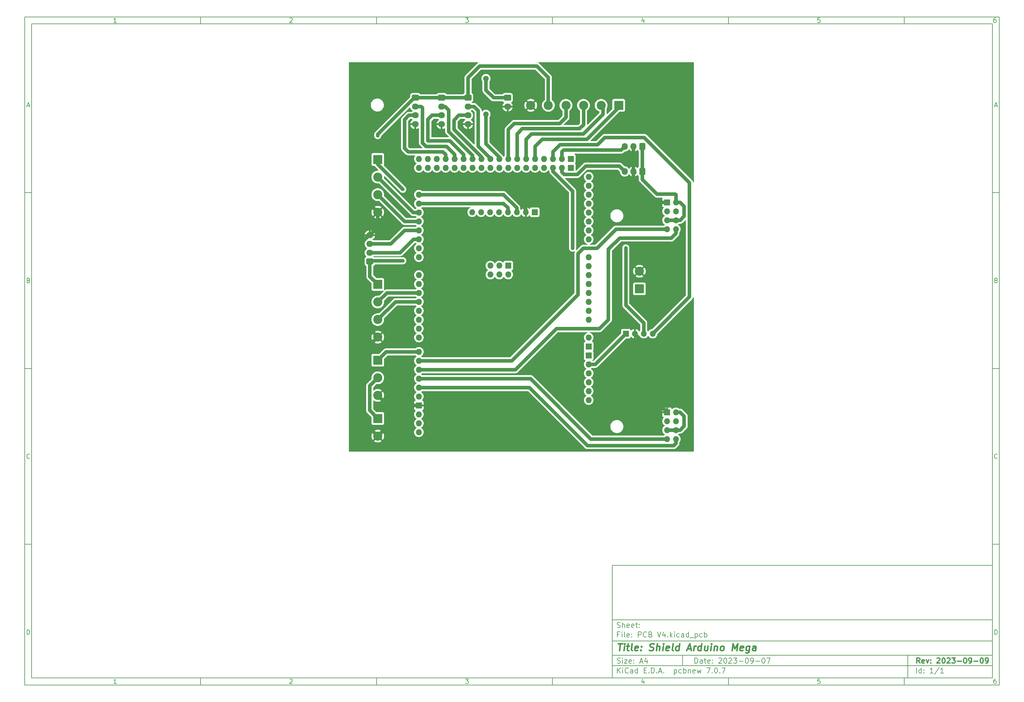
<source format=gbr>
%TF.GenerationSoftware,KiCad,Pcbnew,7.0.7*%
%TF.CreationDate,2023-09-14T17:56:01-03:00*%
%TF.ProjectId,PCB V4,50434220-5634-42e6-9b69-6361645f7063,2023-09-09*%
%TF.SameCoordinates,Original*%
%TF.FileFunction,Copper,L2,Bot*%
%TF.FilePolarity,Positive*%
%FSLAX46Y46*%
G04 Gerber Fmt 4.6, Leading zero omitted, Abs format (unit mm)*
G04 Created by KiCad (PCBNEW 7.0.7) date 2023-09-14 17:56:01*
%MOMM*%
%LPD*%
G01*
G04 APERTURE LIST*
G04 Aperture macros list*
%AMRoundRect*
0 Rectangle with rounded corners*
0 $1 Rounding radius*
0 $2 $3 $4 $5 $6 $7 $8 $9 X,Y pos of 4 corners*
0 Add a 4 corners polygon primitive as box body*
4,1,4,$2,$3,$4,$5,$6,$7,$8,$9,$2,$3,0*
0 Add four circle primitives for the rounded corners*
1,1,$1+$1,$2,$3*
1,1,$1+$1,$4,$5*
1,1,$1+$1,$6,$7*
1,1,$1+$1,$8,$9*
0 Add four rect primitives between the rounded corners*
20,1,$1+$1,$2,$3,$4,$5,0*
20,1,$1+$1,$4,$5,$6,$7,0*
20,1,$1+$1,$6,$7,$8,$9,0*
20,1,$1+$1,$8,$9,$2,$3,0*%
G04 Aperture macros list end*
%ADD10C,0.100000*%
%ADD11C,0.150000*%
%ADD12C,0.300000*%
%ADD13C,0.400000*%
%TA.AperFunction,ComponentPad*%
%ADD14R,1.700000X1.700000*%
%TD*%
%TA.AperFunction,ComponentPad*%
%ADD15O,1.700000X1.700000*%
%TD*%
%TA.AperFunction,ComponentPad*%
%ADD16R,2.600000X2.600000*%
%TD*%
%TA.AperFunction,ComponentPad*%
%ADD17C,2.600000*%
%TD*%
%TA.AperFunction,ComponentPad*%
%ADD18RoundRect,0.250000X0.600000X0.725000X-0.600000X0.725000X-0.600000X-0.725000X0.600000X-0.725000X0*%
%TD*%
%TA.AperFunction,ComponentPad*%
%ADD19O,1.700000X1.950000*%
%TD*%
%TA.AperFunction,ComponentPad*%
%ADD20C,1.600000*%
%TD*%
%TA.AperFunction,ComponentPad*%
%ADD21O,1.600000X1.600000*%
%TD*%
%TA.AperFunction,ComponentPad*%
%ADD22RoundRect,0.250000X-0.725000X0.600000X-0.725000X-0.600000X0.725000X-0.600000X0.725000X0.600000X0*%
%TD*%
%TA.AperFunction,ComponentPad*%
%ADD23O,1.950000X1.700000*%
%TD*%
%TA.AperFunction,ComponentPad*%
%ADD24O,1.727200X1.727200*%
%TD*%
%TA.AperFunction,ComponentPad*%
%ADD25R,1.727200X1.727200*%
%TD*%
%TA.AperFunction,ComponentPad*%
%ADD26RoundRect,0.250000X-0.750000X0.600000X-0.750000X-0.600000X0.750000X-0.600000X0.750000X0.600000X0*%
%TD*%
%TA.AperFunction,ComponentPad*%
%ADD27O,2.000000X1.700000*%
%TD*%
%TA.AperFunction,ComponentPad*%
%ADD28RoundRect,0.250000X0.725000X-0.600000X0.725000X0.600000X-0.725000X0.600000X-0.725000X-0.600000X0*%
%TD*%
%TA.AperFunction,ViaPad*%
%ADD29C,0.800000*%
%TD*%
%TA.AperFunction,Conductor*%
%ADD30C,1.000000*%
%TD*%
G04 APERTURE END LIST*
D10*
D11*
X177002200Y-166007200D02*
X285002200Y-166007200D01*
X285002200Y-198007200D01*
X177002200Y-198007200D01*
X177002200Y-166007200D01*
D10*
D11*
X10000000Y-10000000D02*
X287002200Y-10000000D01*
X287002200Y-200007200D01*
X10000000Y-200007200D01*
X10000000Y-10000000D01*
D10*
D11*
X12000000Y-12000000D02*
X285002200Y-12000000D01*
X285002200Y-198007200D01*
X12000000Y-198007200D01*
X12000000Y-12000000D01*
D10*
D11*
X60000000Y-12000000D02*
X60000000Y-10000000D01*
D10*
D11*
X110000000Y-12000000D02*
X110000000Y-10000000D01*
D10*
D11*
X160000000Y-12000000D02*
X160000000Y-10000000D01*
D10*
D11*
X210000000Y-12000000D02*
X210000000Y-10000000D01*
D10*
D11*
X260000000Y-12000000D02*
X260000000Y-10000000D01*
D10*
D11*
X36089160Y-11593604D02*
X35346303Y-11593604D01*
X35717731Y-11593604D02*
X35717731Y-10293604D01*
X35717731Y-10293604D02*
X35593922Y-10479319D01*
X35593922Y-10479319D02*
X35470112Y-10603128D01*
X35470112Y-10603128D02*
X35346303Y-10665033D01*
D10*
D11*
X85346303Y-10417414D02*
X85408207Y-10355509D01*
X85408207Y-10355509D02*
X85532017Y-10293604D01*
X85532017Y-10293604D02*
X85841541Y-10293604D01*
X85841541Y-10293604D02*
X85965350Y-10355509D01*
X85965350Y-10355509D02*
X86027255Y-10417414D01*
X86027255Y-10417414D02*
X86089160Y-10541223D01*
X86089160Y-10541223D02*
X86089160Y-10665033D01*
X86089160Y-10665033D02*
X86027255Y-10850747D01*
X86027255Y-10850747D02*
X85284398Y-11593604D01*
X85284398Y-11593604D02*
X86089160Y-11593604D01*
D10*
D11*
X135284398Y-10293604D02*
X136089160Y-10293604D01*
X136089160Y-10293604D02*
X135655826Y-10788842D01*
X135655826Y-10788842D02*
X135841541Y-10788842D01*
X135841541Y-10788842D02*
X135965350Y-10850747D01*
X135965350Y-10850747D02*
X136027255Y-10912652D01*
X136027255Y-10912652D02*
X136089160Y-11036461D01*
X136089160Y-11036461D02*
X136089160Y-11345985D01*
X136089160Y-11345985D02*
X136027255Y-11469795D01*
X136027255Y-11469795D02*
X135965350Y-11531700D01*
X135965350Y-11531700D02*
X135841541Y-11593604D01*
X135841541Y-11593604D02*
X135470112Y-11593604D01*
X135470112Y-11593604D02*
X135346303Y-11531700D01*
X135346303Y-11531700D02*
X135284398Y-11469795D01*
D10*
D11*
X185965350Y-10726938D02*
X185965350Y-11593604D01*
X185655826Y-10231700D02*
X185346303Y-11160271D01*
X185346303Y-11160271D02*
X186151064Y-11160271D01*
D10*
D11*
X236027255Y-10293604D02*
X235408207Y-10293604D01*
X235408207Y-10293604D02*
X235346303Y-10912652D01*
X235346303Y-10912652D02*
X235408207Y-10850747D01*
X235408207Y-10850747D02*
X235532017Y-10788842D01*
X235532017Y-10788842D02*
X235841541Y-10788842D01*
X235841541Y-10788842D02*
X235965350Y-10850747D01*
X235965350Y-10850747D02*
X236027255Y-10912652D01*
X236027255Y-10912652D02*
X236089160Y-11036461D01*
X236089160Y-11036461D02*
X236089160Y-11345985D01*
X236089160Y-11345985D02*
X236027255Y-11469795D01*
X236027255Y-11469795D02*
X235965350Y-11531700D01*
X235965350Y-11531700D02*
X235841541Y-11593604D01*
X235841541Y-11593604D02*
X235532017Y-11593604D01*
X235532017Y-11593604D02*
X235408207Y-11531700D01*
X235408207Y-11531700D02*
X235346303Y-11469795D01*
D10*
D11*
X285965350Y-10293604D02*
X285717731Y-10293604D01*
X285717731Y-10293604D02*
X285593922Y-10355509D01*
X285593922Y-10355509D02*
X285532017Y-10417414D01*
X285532017Y-10417414D02*
X285408207Y-10603128D01*
X285408207Y-10603128D02*
X285346303Y-10850747D01*
X285346303Y-10850747D02*
X285346303Y-11345985D01*
X285346303Y-11345985D02*
X285408207Y-11469795D01*
X285408207Y-11469795D02*
X285470112Y-11531700D01*
X285470112Y-11531700D02*
X285593922Y-11593604D01*
X285593922Y-11593604D02*
X285841541Y-11593604D01*
X285841541Y-11593604D02*
X285965350Y-11531700D01*
X285965350Y-11531700D02*
X286027255Y-11469795D01*
X286027255Y-11469795D02*
X286089160Y-11345985D01*
X286089160Y-11345985D02*
X286089160Y-11036461D01*
X286089160Y-11036461D02*
X286027255Y-10912652D01*
X286027255Y-10912652D02*
X285965350Y-10850747D01*
X285965350Y-10850747D02*
X285841541Y-10788842D01*
X285841541Y-10788842D02*
X285593922Y-10788842D01*
X285593922Y-10788842D02*
X285470112Y-10850747D01*
X285470112Y-10850747D02*
X285408207Y-10912652D01*
X285408207Y-10912652D02*
X285346303Y-11036461D01*
D10*
D11*
X60000000Y-198007200D02*
X60000000Y-200007200D01*
D10*
D11*
X110000000Y-198007200D02*
X110000000Y-200007200D01*
D10*
D11*
X160000000Y-198007200D02*
X160000000Y-200007200D01*
D10*
D11*
X210000000Y-198007200D02*
X210000000Y-200007200D01*
D10*
D11*
X260000000Y-198007200D02*
X260000000Y-200007200D01*
D10*
D11*
X36089160Y-199600804D02*
X35346303Y-199600804D01*
X35717731Y-199600804D02*
X35717731Y-198300804D01*
X35717731Y-198300804D02*
X35593922Y-198486519D01*
X35593922Y-198486519D02*
X35470112Y-198610328D01*
X35470112Y-198610328D02*
X35346303Y-198672233D01*
D10*
D11*
X85346303Y-198424614D02*
X85408207Y-198362709D01*
X85408207Y-198362709D02*
X85532017Y-198300804D01*
X85532017Y-198300804D02*
X85841541Y-198300804D01*
X85841541Y-198300804D02*
X85965350Y-198362709D01*
X85965350Y-198362709D02*
X86027255Y-198424614D01*
X86027255Y-198424614D02*
X86089160Y-198548423D01*
X86089160Y-198548423D02*
X86089160Y-198672233D01*
X86089160Y-198672233D02*
X86027255Y-198857947D01*
X86027255Y-198857947D02*
X85284398Y-199600804D01*
X85284398Y-199600804D02*
X86089160Y-199600804D01*
D10*
D11*
X135284398Y-198300804D02*
X136089160Y-198300804D01*
X136089160Y-198300804D02*
X135655826Y-198796042D01*
X135655826Y-198796042D02*
X135841541Y-198796042D01*
X135841541Y-198796042D02*
X135965350Y-198857947D01*
X135965350Y-198857947D02*
X136027255Y-198919852D01*
X136027255Y-198919852D02*
X136089160Y-199043661D01*
X136089160Y-199043661D02*
X136089160Y-199353185D01*
X136089160Y-199353185D02*
X136027255Y-199476995D01*
X136027255Y-199476995D02*
X135965350Y-199538900D01*
X135965350Y-199538900D02*
X135841541Y-199600804D01*
X135841541Y-199600804D02*
X135470112Y-199600804D01*
X135470112Y-199600804D02*
X135346303Y-199538900D01*
X135346303Y-199538900D02*
X135284398Y-199476995D01*
D10*
D11*
X185965350Y-198734138D02*
X185965350Y-199600804D01*
X185655826Y-198238900D02*
X185346303Y-199167471D01*
X185346303Y-199167471D02*
X186151064Y-199167471D01*
D10*
D11*
X236027255Y-198300804D02*
X235408207Y-198300804D01*
X235408207Y-198300804D02*
X235346303Y-198919852D01*
X235346303Y-198919852D02*
X235408207Y-198857947D01*
X235408207Y-198857947D02*
X235532017Y-198796042D01*
X235532017Y-198796042D02*
X235841541Y-198796042D01*
X235841541Y-198796042D02*
X235965350Y-198857947D01*
X235965350Y-198857947D02*
X236027255Y-198919852D01*
X236027255Y-198919852D02*
X236089160Y-199043661D01*
X236089160Y-199043661D02*
X236089160Y-199353185D01*
X236089160Y-199353185D02*
X236027255Y-199476995D01*
X236027255Y-199476995D02*
X235965350Y-199538900D01*
X235965350Y-199538900D02*
X235841541Y-199600804D01*
X235841541Y-199600804D02*
X235532017Y-199600804D01*
X235532017Y-199600804D02*
X235408207Y-199538900D01*
X235408207Y-199538900D02*
X235346303Y-199476995D01*
D10*
D11*
X285965350Y-198300804D02*
X285717731Y-198300804D01*
X285717731Y-198300804D02*
X285593922Y-198362709D01*
X285593922Y-198362709D02*
X285532017Y-198424614D01*
X285532017Y-198424614D02*
X285408207Y-198610328D01*
X285408207Y-198610328D02*
X285346303Y-198857947D01*
X285346303Y-198857947D02*
X285346303Y-199353185D01*
X285346303Y-199353185D02*
X285408207Y-199476995D01*
X285408207Y-199476995D02*
X285470112Y-199538900D01*
X285470112Y-199538900D02*
X285593922Y-199600804D01*
X285593922Y-199600804D02*
X285841541Y-199600804D01*
X285841541Y-199600804D02*
X285965350Y-199538900D01*
X285965350Y-199538900D02*
X286027255Y-199476995D01*
X286027255Y-199476995D02*
X286089160Y-199353185D01*
X286089160Y-199353185D02*
X286089160Y-199043661D01*
X286089160Y-199043661D02*
X286027255Y-198919852D01*
X286027255Y-198919852D02*
X285965350Y-198857947D01*
X285965350Y-198857947D02*
X285841541Y-198796042D01*
X285841541Y-198796042D02*
X285593922Y-198796042D01*
X285593922Y-198796042D02*
X285470112Y-198857947D01*
X285470112Y-198857947D02*
X285408207Y-198919852D01*
X285408207Y-198919852D02*
X285346303Y-199043661D01*
D10*
D11*
X10000000Y-60000000D02*
X12000000Y-60000000D01*
D10*
D11*
X10000000Y-110000000D02*
X12000000Y-110000000D01*
D10*
D11*
X10000000Y-160000000D02*
X12000000Y-160000000D01*
D10*
D11*
X10690476Y-35222176D02*
X11309523Y-35222176D01*
X10566666Y-35593604D02*
X10999999Y-34293604D01*
X10999999Y-34293604D02*
X11433333Y-35593604D01*
D10*
D11*
X11092857Y-84912652D02*
X11278571Y-84974557D01*
X11278571Y-84974557D02*
X11340476Y-85036461D01*
X11340476Y-85036461D02*
X11402380Y-85160271D01*
X11402380Y-85160271D02*
X11402380Y-85345985D01*
X11402380Y-85345985D02*
X11340476Y-85469795D01*
X11340476Y-85469795D02*
X11278571Y-85531700D01*
X11278571Y-85531700D02*
X11154761Y-85593604D01*
X11154761Y-85593604D02*
X10659523Y-85593604D01*
X10659523Y-85593604D02*
X10659523Y-84293604D01*
X10659523Y-84293604D02*
X11092857Y-84293604D01*
X11092857Y-84293604D02*
X11216666Y-84355509D01*
X11216666Y-84355509D02*
X11278571Y-84417414D01*
X11278571Y-84417414D02*
X11340476Y-84541223D01*
X11340476Y-84541223D02*
X11340476Y-84665033D01*
X11340476Y-84665033D02*
X11278571Y-84788842D01*
X11278571Y-84788842D02*
X11216666Y-84850747D01*
X11216666Y-84850747D02*
X11092857Y-84912652D01*
X11092857Y-84912652D02*
X10659523Y-84912652D01*
D10*
D11*
X11402380Y-135469795D02*
X11340476Y-135531700D01*
X11340476Y-135531700D02*
X11154761Y-135593604D01*
X11154761Y-135593604D02*
X11030952Y-135593604D01*
X11030952Y-135593604D02*
X10845238Y-135531700D01*
X10845238Y-135531700D02*
X10721428Y-135407890D01*
X10721428Y-135407890D02*
X10659523Y-135284080D01*
X10659523Y-135284080D02*
X10597619Y-135036461D01*
X10597619Y-135036461D02*
X10597619Y-134850747D01*
X10597619Y-134850747D02*
X10659523Y-134603128D01*
X10659523Y-134603128D02*
X10721428Y-134479319D01*
X10721428Y-134479319D02*
X10845238Y-134355509D01*
X10845238Y-134355509D02*
X11030952Y-134293604D01*
X11030952Y-134293604D02*
X11154761Y-134293604D01*
X11154761Y-134293604D02*
X11340476Y-134355509D01*
X11340476Y-134355509D02*
X11402380Y-134417414D01*
D10*
D11*
X10659523Y-185593604D02*
X10659523Y-184293604D01*
X10659523Y-184293604D02*
X10969047Y-184293604D01*
X10969047Y-184293604D02*
X11154761Y-184355509D01*
X11154761Y-184355509D02*
X11278571Y-184479319D01*
X11278571Y-184479319D02*
X11340476Y-184603128D01*
X11340476Y-184603128D02*
X11402380Y-184850747D01*
X11402380Y-184850747D02*
X11402380Y-185036461D01*
X11402380Y-185036461D02*
X11340476Y-185284080D01*
X11340476Y-185284080D02*
X11278571Y-185407890D01*
X11278571Y-185407890D02*
X11154761Y-185531700D01*
X11154761Y-185531700D02*
X10969047Y-185593604D01*
X10969047Y-185593604D02*
X10659523Y-185593604D01*
D10*
D11*
X287002200Y-60000000D02*
X285002200Y-60000000D01*
D10*
D11*
X287002200Y-110000000D02*
X285002200Y-110000000D01*
D10*
D11*
X287002200Y-160000000D02*
X285002200Y-160000000D01*
D10*
D11*
X285692676Y-35222176D02*
X286311723Y-35222176D01*
X285568866Y-35593604D02*
X286002199Y-34293604D01*
X286002199Y-34293604D02*
X286435533Y-35593604D01*
D10*
D11*
X286095057Y-84912652D02*
X286280771Y-84974557D01*
X286280771Y-84974557D02*
X286342676Y-85036461D01*
X286342676Y-85036461D02*
X286404580Y-85160271D01*
X286404580Y-85160271D02*
X286404580Y-85345985D01*
X286404580Y-85345985D02*
X286342676Y-85469795D01*
X286342676Y-85469795D02*
X286280771Y-85531700D01*
X286280771Y-85531700D02*
X286156961Y-85593604D01*
X286156961Y-85593604D02*
X285661723Y-85593604D01*
X285661723Y-85593604D02*
X285661723Y-84293604D01*
X285661723Y-84293604D02*
X286095057Y-84293604D01*
X286095057Y-84293604D02*
X286218866Y-84355509D01*
X286218866Y-84355509D02*
X286280771Y-84417414D01*
X286280771Y-84417414D02*
X286342676Y-84541223D01*
X286342676Y-84541223D02*
X286342676Y-84665033D01*
X286342676Y-84665033D02*
X286280771Y-84788842D01*
X286280771Y-84788842D02*
X286218866Y-84850747D01*
X286218866Y-84850747D02*
X286095057Y-84912652D01*
X286095057Y-84912652D02*
X285661723Y-84912652D01*
D10*
D11*
X286404580Y-135469795D02*
X286342676Y-135531700D01*
X286342676Y-135531700D02*
X286156961Y-135593604D01*
X286156961Y-135593604D02*
X286033152Y-135593604D01*
X286033152Y-135593604D02*
X285847438Y-135531700D01*
X285847438Y-135531700D02*
X285723628Y-135407890D01*
X285723628Y-135407890D02*
X285661723Y-135284080D01*
X285661723Y-135284080D02*
X285599819Y-135036461D01*
X285599819Y-135036461D02*
X285599819Y-134850747D01*
X285599819Y-134850747D02*
X285661723Y-134603128D01*
X285661723Y-134603128D02*
X285723628Y-134479319D01*
X285723628Y-134479319D02*
X285847438Y-134355509D01*
X285847438Y-134355509D02*
X286033152Y-134293604D01*
X286033152Y-134293604D02*
X286156961Y-134293604D01*
X286156961Y-134293604D02*
X286342676Y-134355509D01*
X286342676Y-134355509D02*
X286404580Y-134417414D01*
D10*
D11*
X285661723Y-185593604D02*
X285661723Y-184293604D01*
X285661723Y-184293604D02*
X285971247Y-184293604D01*
X285971247Y-184293604D02*
X286156961Y-184355509D01*
X286156961Y-184355509D02*
X286280771Y-184479319D01*
X286280771Y-184479319D02*
X286342676Y-184603128D01*
X286342676Y-184603128D02*
X286404580Y-184850747D01*
X286404580Y-184850747D02*
X286404580Y-185036461D01*
X286404580Y-185036461D02*
X286342676Y-185284080D01*
X286342676Y-185284080D02*
X286280771Y-185407890D01*
X286280771Y-185407890D02*
X286156961Y-185531700D01*
X286156961Y-185531700D02*
X285971247Y-185593604D01*
X285971247Y-185593604D02*
X285661723Y-185593604D01*
D10*
D11*
X200458026Y-193793328D02*
X200458026Y-192293328D01*
X200458026Y-192293328D02*
X200815169Y-192293328D01*
X200815169Y-192293328D02*
X201029455Y-192364757D01*
X201029455Y-192364757D02*
X201172312Y-192507614D01*
X201172312Y-192507614D02*
X201243741Y-192650471D01*
X201243741Y-192650471D02*
X201315169Y-192936185D01*
X201315169Y-192936185D02*
X201315169Y-193150471D01*
X201315169Y-193150471D02*
X201243741Y-193436185D01*
X201243741Y-193436185D02*
X201172312Y-193579042D01*
X201172312Y-193579042D02*
X201029455Y-193721900D01*
X201029455Y-193721900D02*
X200815169Y-193793328D01*
X200815169Y-193793328D02*
X200458026Y-193793328D01*
X202600884Y-193793328D02*
X202600884Y-193007614D01*
X202600884Y-193007614D02*
X202529455Y-192864757D01*
X202529455Y-192864757D02*
X202386598Y-192793328D01*
X202386598Y-192793328D02*
X202100884Y-192793328D01*
X202100884Y-192793328D02*
X201958026Y-192864757D01*
X202600884Y-193721900D02*
X202458026Y-193793328D01*
X202458026Y-193793328D02*
X202100884Y-193793328D01*
X202100884Y-193793328D02*
X201958026Y-193721900D01*
X201958026Y-193721900D02*
X201886598Y-193579042D01*
X201886598Y-193579042D02*
X201886598Y-193436185D01*
X201886598Y-193436185D02*
X201958026Y-193293328D01*
X201958026Y-193293328D02*
X202100884Y-193221900D01*
X202100884Y-193221900D02*
X202458026Y-193221900D01*
X202458026Y-193221900D02*
X202600884Y-193150471D01*
X203100884Y-192793328D02*
X203672312Y-192793328D01*
X203315169Y-192293328D02*
X203315169Y-193579042D01*
X203315169Y-193579042D02*
X203386598Y-193721900D01*
X203386598Y-193721900D02*
X203529455Y-193793328D01*
X203529455Y-193793328D02*
X203672312Y-193793328D01*
X204743741Y-193721900D02*
X204600884Y-193793328D01*
X204600884Y-193793328D02*
X204315170Y-193793328D01*
X204315170Y-193793328D02*
X204172312Y-193721900D01*
X204172312Y-193721900D02*
X204100884Y-193579042D01*
X204100884Y-193579042D02*
X204100884Y-193007614D01*
X204100884Y-193007614D02*
X204172312Y-192864757D01*
X204172312Y-192864757D02*
X204315170Y-192793328D01*
X204315170Y-192793328D02*
X204600884Y-192793328D01*
X204600884Y-192793328D02*
X204743741Y-192864757D01*
X204743741Y-192864757D02*
X204815170Y-193007614D01*
X204815170Y-193007614D02*
X204815170Y-193150471D01*
X204815170Y-193150471D02*
X204100884Y-193293328D01*
X205458026Y-193650471D02*
X205529455Y-193721900D01*
X205529455Y-193721900D02*
X205458026Y-193793328D01*
X205458026Y-193793328D02*
X205386598Y-193721900D01*
X205386598Y-193721900D02*
X205458026Y-193650471D01*
X205458026Y-193650471D02*
X205458026Y-193793328D01*
X205458026Y-192864757D02*
X205529455Y-192936185D01*
X205529455Y-192936185D02*
X205458026Y-193007614D01*
X205458026Y-193007614D02*
X205386598Y-192936185D01*
X205386598Y-192936185D02*
X205458026Y-192864757D01*
X205458026Y-192864757D02*
X205458026Y-193007614D01*
X207243741Y-192436185D02*
X207315169Y-192364757D01*
X207315169Y-192364757D02*
X207458027Y-192293328D01*
X207458027Y-192293328D02*
X207815169Y-192293328D01*
X207815169Y-192293328D02*
X207958027Y-192364757D01*
X207958027Y-192364757D02*
X208029455Y-192436185D01*
X208029455Y-192436185D02*
X208100884Y-192579042D01*
X208100884Y-192579042D02*
X208100884Y-192721900D01*
X208100884Y-192721900D02*
X208029455Y-192936185D01*
X208029455Y-192936185D02*
X207172312Y-193793328D01*
X207172312Y-193793328D02*
X208100884Y-193793328D01*
X209029455Y-192293328D02*
X209172312Y-192293328D01*
X209172312Y-192293328D02*
X209315169Y-192364757D01*
X209315169Y-192364757D02*
X209386598Y-192436185D01*
X209386598Y-192436185D02*
X209458026Y-192579042D01*
X209458026Y-192579042D02*
X209529455Y-192864757D01*
X209529455Y-192864757D02*
X209529455Y-193221900D01*
X209529455Y-193221900D02*
X209458026Y-193507614D01*
X209458026Y-193507614D02*
X209386598Y-193650471D01*
X209386598Y-193650471D02*
X209315169Y-193721900D01*
X209315169Y-193721900D02*
X209172312Y-193793328D01*
X209172312Y-193793328D02*
X209029455Y-193793328D01*
X209029455Y-193793328D02*
X208886598Y-193721900D01*
X208886598Y-193721900D02*
X208815169Y-193650471D01*
X208815169Y-193650471D02*
X208743740Y-193507614D01*
X208743740Y-193507614D02*
X208672312Y-193221900D01*
X208672312Y-193221900D02*
X208672312Y-192864757D01*
X208672312Y-192864757D02*
X208743740Y-192579042D01*
X208743740Y-192579042D02*
X208815169Y-192436185D01*
X208815169Y-192436185D02*
X208886598Y-192364757D01*
X208886598Y-192364757D02*
X209029455Y-192293328D01*
X210100883Y-192436185D02*
X210172311Y-192364757D01*
X210172311Y-192364757D02*
X210315169Y-192293328D01*
X210315169Y-192293328D02*
X210672311Y-192293328D01*
X210672311Y-192293328D02*
X210815169Y-192364757D01*
X210815169Y-192364757D02*
X210886597Y-192436185D01*
X210886597Y-192436185D02*
X210958026Y-192579042D01*
X210958026Y-192579042D02*
X210958026Y-192721900D01*
X210958026Y-192721900D02*
X210886597Y-192936185D01*
X210886597Y-192936185D02*
X210029454Y-193793328D01*
X210029454Y-193793328D02*
X210958026Y-193793328D01*
X211458025Y-192293328D02*
X212386597Y-192293328D01*
X212386597Y-192293328D02*
X211886597Y-192864757D01*
X211886597Y-192864757D02*
X212100882Y-192864757D01*
X212100882Y-192864757D02*
X212243740Y-192936185D01*
X212243740Y-192936185D02*
X212315168Y-193007614D01*
X212315168Y-193007614D02*
X212386597Y-193150471D01*
X212386597Y-193150471D02*
X212386597Y-193507614D01*
X212386597Y-193507614D02*
X212315168Y-193650471D01*
X212315168Y-193650471D02*
X212243740Y-193721900D01*
X212243740Y-193721900D02*
X212100882Y-193793328D01*
X212100882Y-193793328D02*
X211672311Y-193793328D01*
X211672311Y-193793328D02*
X211529454Y-193721900D01*
X211529454Y-193721900D02*
X211458025Y-193650471D01*
X213029453Y-193221900D02*
X214172311Y-193221900D01*
X215172311Y-192293328D02*
X215315168Y-192293328D01*
X215315168Y-192293328D02*
X215458025Y-192364757D01*
X215458025Y-192364757D02*
X215529454Y-192436185D01*
X215529454Y-192436185D02*
X215600882Y-192579042D01*
X215600882Y-192579042D02*
X215672311Y-192864757D01*
X215672311Y-192864757D02*
X215672311Y-193221900D01*
X215672311Y-193221900D02*
X215600882Y-193507614D01*
X215600882Y-193507614D02*
X215529454Y-193650471D01*
X215529454Y-193650471D02*
X215458025Y-193721900D01*
X215458025Y-193721900D02*
X215315168Y-193793328D01*
X215315168Y-193793328D02*
X215172311Y-193793328D01*
X215172311Y-193793328D02*
X215029454Y-193721900D01*
X215029454Y-193721900D02*
X214958025Y-193650471D01*
X214958025Y-193650471D02*
X214886596Y-193507614D01*
X214886596Y-193507614D02*
X214815168Y-193221900D01*
X214815168Y-193221900D02*
X214815168Y-192864757D01*
X214815168Y-192864757D02*
X214886596Y-192579042D01*
X214886596Y-192579042D02*
X214958025Y-192436185D01*
X214958025Y-192436185D02*
X215029454Y-192364757D01*
X215029454Y-192364757D02*
X215172311Y-192293328D01*
X216386596Y-193793328D02*
X216672310Y-193793328D01*
X216672310Y-193793328D02*
X216815167Y-193721900D01*
X216815167Y-193721900D02*
X216886596Y-193650471D01*
X216886596Y-193650471D02*
X217029453Y-193436185D01*
X217029453Y-193436185D02*
X217100882Y-193150471D01*
X217100882Y-193150471D02*
X217100882Y-192579042D01*
X217100882Y-192579042D02*
X217029453Y-192436185D01*
X217029453Y-192436185D02*
X216958025Y-192364757D01*
X216958025Y-192364757D02*
X216815167Y-192293328D01*
X216815167Y-192293328D02*
X216529453Y-192293328D01*
X216529453Y-192293328D02*
X216386596Y-192364757D01*
X216386596Y-192364757D02*
X216315167Y-192436185D01*
X216315167Y-192436185D02*
X216243739Y-192579042D01*
X216243739Y-192579042D02*
X216243739Y-192936185D01*
X216243739Y-192936185D02*
X216315167Y-193079042D01*
X216315167Y-193079042D02*
X216386596Y-193150471D01*
X216386596Y-193150471D02*
X216529453Y-193221900D01*
X216529453Y-193221900D02*
X216815167Y-193221900D01*
X216815167Y-193221900D02*
X216958025Y-193150471D01*
X216958025Y-193150471D02*
X217029453Y-193079042D01*
X217029453Y-193079042D02*
X217100882Y-192936185D01*
X217743738Y-193221900D02*
X218886596Y-193221900D01*
X219886596Y-192293328D02*
X220029453Y-192293328D01*
X220029453Y-192293328D02*
X220172310Y-192364757D01*
X220172310Y-192364757D02*
X220243739Y-192436185D01*
X220243739Y-192436185D02*
X220315167Y-192579042D01*
X220315167Y-192579042D02*
X220386596Y-192864757D01*
X220386596Y-192864757D02*
X220386596Y-193221900D01*
X220386596Y-193221900D02*
X220315167Y-193507614D01*
X220315167Y-193507614D02*
X220243739Y-193650471D01*
X220243739Y-193650471D02*
X220172310Y-193721900D01*
X220172310Y-193721900D02*
X220029453Y-193793328D01*
X220029453Y-193793328D02*
X219886596Y-193793328D01*
X219886596Y-193793328D02*
X219743739Y-193721900D01*
X219743739Y-193721900D02*
X219672310Y-193650471D01*
X219672310Y-193650471D02*
X219600881Y-193507614D01*
X219600881Y-193507614D02*
X219529453Y-193221900D01*
X219529453Y-193221900D02*
X219529453Y-192864757D01*
X219529453Y-192864757D02*
X219600881Y-192579042D01*
X219600881Y-192579042D02*
X219672310Y-192436185D01*
X219672310Y-192436185D02*
X219743739Y-192364757D01*
X219743739Y-192364757D02*
X219886596Y-192293328D01*
X220886595Y-192293328D02*
X221886595Y-192293328D01*
X221886595Y-192293328D02*
X221243738Y-193793328D01*
D10*
D11*
X177002200Y-194507200D02*
X285002200Y-194507200D01*
D10*
D11*
X178458026Y-196593328D02*
X178458026Y-195093328D01*
X179315169Y-196593328D02*
X178672312Y-195736185D01*
X179315169Y-195093328D02*
X178458026Y-195950471D01*
X179958026Y-196593328D02*
X179958026Y-195593328D01*
X179958026Y-195093328D02*
X179886598Y-195164757D01*
X179886598Y-195164757D02*
X179958026Y-195236185D01*
X179958026Y-195236185D02*
X180029455Y-195164757D01*
X180029455Y-195164757D02*
X179958026Y-195093328D01*
X179958026Y-195093328D02*
X179958026Y-195236185D01*
X181529455Y-196450471D02*
X181458027Y-196521900D01*
X181458027Y-196521900D02*
X181243741Y-196593328D01*
X181243741Y-196593328D02*
X181100884Y-196593328D01*
X181100884Y-196593328D02*
X180886598Y-196521900D01*
X180886598Y-196521900D02*
X180743741Y-196379042D01*
X180743741Y-196379042D02*
X180672312Y-196236185D01*
X180672312Y-196236185D02*
X180600884Y-195950471D01*
X180600884Y-195950471D02*
X180600884Y-195736185D01*
X180600884Y-195736185D02*
X180672312Y-195450471D01*
X180672312Y-195450471D02*
X180743741Y-195307614D01*
X180743741Y-195307614D02*
X180886598Y-195164757D01*
X180886598Y-195164757D02*
X181100884Y-195093328D01*
X181100884Y-195093328D02*
X181243741Y-195093328D01*
X181243741Y-195093328D02*
X181458027Y-195164757D01*
X181458027Y-195164757D02*
X181529455Y-195236185D01*
X182815170Y-196593328D02*
X182815170Y-195807614D01*
X182815170Y-195807614D02*
X182743741Y-195664757D01*
X182743741Y-195664757D02*
X182600884Y-195593328D01*
X182600884Y-195593328D02*
X182315170Y-195593328D01*
X182315170Y-195593328D02*
X182172312Y-195664757D01*
X182815170Y-196521900D02*
X182672312Y-196593328D01*
X182672312Y-196593328D02*
X182315170Y-196593328D01*
X182315170Y-196593328D02*
X182172312Y-196521900D01*
X182172312Y-196521900D02*
X182100884Y-196379042D01*
X182100884Y-196379042D02*
X182100884Y-196236185D01*
X182100884Y-196236185D02*
X182172312Y-196093328D01*
X182172312Y-196093328D02*
X182315170Y-196021900D01*
X182315170Y-196021900D02*
X182672312Y-196021900D01*
X182672312Y-196021900D02*
X182815170Y-195950471D01*
X184172313Y-196593328D02*
X184172313Y-195093328D01*
X184172313Y-196521900D02*
X184029455Y-196593328D01*
X184029455Y-196593328D02*
X183743741Y-196593328D01*
X183743741Y-196593328D02*
X183600884Y-196521900D01*
X183600884Y-196521900D02*
X183529455Y-196450471D01*
X183529455Y-196450471D02*
X183458027Y-196307614D01*
X183458027Y-196307614D02*
X183458027Y-195879042D01*
X183458027Y-195879042D02*
X183529455Y-195736185D01*
X183529455Y-195736185D02*
X183600884Y-195664757D01*
X183600884Y-195664757D02*
X183743741Y-195593328D01*
X183743741Y-195593328D02*
X184029455Y-195593328D01*
X184029455Y-195593328D02*
X184172313Y-195664757D01*
X186029455Y-195807614D02*
X186529455Y-195807614D01*
X186743741Y-196593328D02*
X186029455Y-196593328D01*
X186029455Y-196593328D02*
X186029455Y-195093328D01*
X186029455Y-195093328D02*
X186743741Y-195093328D01*
X187386598Y-196450471D02*
X187458027Y-196521900D01*
X187458027Y-196521900D02*
X187386598Y-196593328D01*
X187386598Y-196593328D02*
X187315170Y-196521900D01*
X187315170Y-196521900D02*
X187386598Y-196450471D01*
X187386598Y-196450471D02*
X187386598Y-196593328D01*
X188100884Y-196593328D02*
X188100884Y-195093328D01*
X188100884Y-195093328D02*
X188458027Y-195093328D01*
X188458027Y-195093328D02*
X188672313Y-195164757D01*
X188672313Y-195164757D02*
X188815170Y-195307614D01*
X188815170Y-195307614D02*
X188886599Y-195450471D01*
X188886599Y-195450471D02*
X188958027Y-195736185D01*
X188958027Y-195736185D02*
X188958027Y-195950471D01*
X188958027Y-195950471D02*
X188886599Y-196236185D01*
X188886599Y-196236185D02*
X188815170Y-196379042D01*
X188815170Y-196379042D02*
X188672313Y-196521900D01*
X188672313Y-196521900D02*
X188458027Y-196593328D01*
X188458027Y-196593328D02*
X188100884Y-196593328D01*
X189600884Y-196450471D02*
X189672313Y-196521900D01*
X189672313Y-196521900D02*
X189600884Y-196593328D01*
X189600884Y-196593328D02*
X189529456Y-196521900D01*
X189529456Y-196521900D02*
X189600884Y-196450471D01*
X189600884Y-196450471D02*
X189600884Y-196593328D01*
X190243742Y-196164757D02*
X190958028Y-196164757D01*
X190100885Y-196593328D02*
X190600885Y-195093328D01*
X190600885Y-195093328D02*
X191100885Y-196593328D01*
X191600884Y-196450471D02*
X191672313Y-196521900D01*
X191672313Y-196521900D02*
X191600884Y-196593328D01*
X191600884Y-196593328D02*
X191529456Y-196521900D01*
X191529456Y-196521900D02*
X191600884Y-196450471D01*
X191600884Y-196450471D02*
X191600884Y-196593328D01*
X194600884Y-195593328D02*
X194600884Y-197093328D01*
X194600884Y-195664757D02*
X194743742Y-195593328D01*
X194743742Y-195593328D02*
X195029456Y-195593328D01*
X195029456Y-195593328D02*
X195172313Y-195664757D01*
X195172313Y-195664757D02*
X195243742Y-195736185D01*
X195243742Y-195736185D02*
X195315170Y-195879042D01*
X195315170Y-195879042D02*
X195315170Y-196307614D01*
X195315170Y-196307614D02*
X195243742Y-196450471D01*
X195243742Y-196450471D02*
X195172313Y-196521900D01*
X195172313Y-196521900D02*
X195029456Y-196593328D01*
X195029456Y-196593328D02*
X194743742Y-196593328D01*
X194743742Y-196593328D02*
X194600884Y-196521900D01*
X196600885Y-196521900D02*
X196458027Y-196593328D01*
X196458027Y-196593328D02*
X196172313Y-196593328D01*
X196172313Y-196593328D02*
X196029456Y-196521900D01*
X196029456Y-196521900D02*
X195958027Y-196450471D01*
X195958027Y-196450471D02*
X195886599Y-196307614D01*
X195886599Y-196307614D02*
X195886599Y-195879042D01*
X195886599Y-195879042D02*
X195958027Y-195736185D01*
X195958027Y-195736185D02*
X196029456Y-195664757D01*
X196029456Y-195664757D02*
X196172313Y-195593328D01*
X196172313Y-195593328D02*
X196458027Y-195593328D01*
X196458027Y-195593328D02*
X196600885Y-195664757D01*
X197243741Y-196593328D02*
X197243741Y-195093328D01*
X197243741Y-195664757D02*
X197386599Y-195593328D01*
X197386599Y-195593328D02*
X197672313Y-195593328D01*
X197672313Y-195593328D02*
X197815170Y-195664757D01*
X197815170Y-195664757D02*
X197886599Y-195736185D01*
X197886599Y-195736185D02*
X197958027Y-195879042D01*
X197958027Y-195879042D02*
X197958027Y-196307614D01*
X197958027Y-196307614D02*
X197886599Y-196450471D01*
X197886599Y-196450471D02*
X197815170Y-196521900D01*
X197815170Y-196521900D02*
X197672313Y-196593328D01*
X197672313Y-196593328D02*
X197386599Y-196593328D01*
X197386599Y-196593328D02*
X197243741Y-196521900D01*
X198600884Y-195593328D02*
X198600884Y-196593328D01*
X198600884Y-195736185D02*
X198672313Y-195664757D01*
X198672313Y-195664757D02*
X198815170Y-195593328D01*
X198815170Y-195593328D02*
X199029456Y-195593328D01*
X199029456Y-195593328D02*
X199172313Y-195664757D01*
X199172313Y-195664757D02*
X199243742Y-195807614D01*
X199243742Y-195807614D02*
X199243742Y-196593328D01*
X200529456Y-196521900D02*
X200386599Y-196593328D01*
X200386599Y-196593328D02*
X200100885Y-196593328D01*
X200100885Y-196593328D02*
X199958027Y-196521900D01*
X199958027Y-196521900D02*
X199886599Y-196379042D01*
X199886599Y-196379042D02*
X199886599Y-195807614D01*
X199886599Y-195807614D02*
X199958027Y-195664757D01*
X199958027Y-195664757D02*
X200100885Y-195593328D01*
X200100885Y-195593328D02*
X200386599Y-195593328D01*
X200386599Y-195593328D02*
X200529456Y-195664757D01*
X200529456Y-195664757D02*
X200600885Y-195807614D01*
X200600885Y-195807614D02*
X200600885Y-195950471D01*
X200600885Y-195950471D02*
X199886599Y-196093328D01*
X201100884Y-195593328D02*
X201386599Y-196593328D01*
X201386599Y-196593328D02*
X201672313Y-195879042D01*
X201672313Y-195879042D02*
X201958027Y-196593328D01*
X201958027Y-196593328D02*
X202243741Y-195593328D01*
X203815170Y-195093328D02*
X204815170Y-195093328D01*
X204815170Y-195093328D02*
X204172313Y-196593328D01*
X205386598Y-196450471D02*
X205458027Y-196521900D01*
X205458027Y-196521900D02*
X205386598Y-196593328D01*
X205386598Y-196593328D02*
X205315170Y-196521900D01*
X205315170Y-196521900D02*
X205386598Y-196450471D01*
X205386598Y-196450471D02*
X205386598Y-196593328D01*
X206386599Y-195093328D02*
X206529456Y-195093328D01*
X206529456Y-195093328D02*
X206672313Y-195164757D01*
X206672313Y-195164757D02*
X206743742Y-195236185D01*
X206743742Y-195236185D02*
X206815170Y-195379042D01*
X206815170Y-195379042D02*
X206886599Y-195664757D01*
X206886599Y-195664757D02*
X206886599Y-196021900D01*
X206886599Y-196021900D02*
X206815170Y-196307614D01*
X206815170Y-196307614D02*
X206743742Y-196450471D01*
X206743742Y-196450471D02*
X206672313Y-196521900D01*
X206672313Y-196521900D02*
X206529456Y-196593328D01*
X206529456Y-196593328D02*
X206386599Y-196593328D01*
X206386599Y-196593328D02*
X206243742Y-196521900D01*
X206243742Y-196521900D02*
X206172313Y-196450471D01*
X206172313Y-196450471D02*
X206100884Y-196307614D01*
X206100884Y-196307614D02*
X206029456Y-196021900D01*
X206029456Y-196021900D02*
X206029456Y-195664757D01*
X206029456Y-195664757D02*
X206100884Y-195379042D01*
X206100884Y-195379042D02*
X206172313Y-195236185D01*
X206172313Y-195236185D02*
X206243742Y-195164757D01*
X206243742Y-195164757D02*
X206386599Y-195093328D01*
X207529455Y-196450471D02*
X207600884Y-196521900D01*
X207600884Y-196521900D02*
X207529455Y-196593328D01*
X207529455Y-196593328D02*
X207458027Y-196521900D01*
X207458027Y-196521900D02*
X207529455Y-196450471D01*
X207529455Y-196450471D02*
X207529455Y-196593328D01*
X208100884Y-195093328D02*
X209100884Y-195093328D01*
X209100884Y-195093328D02*
X208458027Y-196593328D01*
D10*
D11*
X177002200Y-191507200D02*
X285002200Y-191507200D01*
D10*
D12*
X264413853Y-193785528D02*
X263913853Y-193071242D01*
X263556710Y-193785528D02*
X263556710Y-192285528D01*
X263556710Y-192285528D02*
X264128139Y-192285528D01*
X264128139Y-192285528D02*
X264270996Y-192356957D01*
X264270996Y-192356957D02*
X264342425Y-192428385D01*
X264342425Y-192428385D02*
X264413853Y-192571242D01*
X264413853Y-192571242D02*
X264413853Y-192785528D01*
X264413853Y-192785528D02*
X264342425Y-192928385D01*
X264342425Y-192928385D02*
X264270996Y-192999814D01*
X264270996Y-192999814D02*
X264128139Y-193071242D01*
X264128139Y-193071242D02*
X263556710Y-193071242D01*
X265628139Y-193714100D02*
X265485282Y-193785528D01*
X265485282Y-193785528D02*
X265199568Y-193785528D01*
X265199568Y-193785528D02*
X265056710Y-193714100D01*
X265056710Y-193714100D02*
X264985282Y-193571242D01*
X264985282Y-193571242D02*
X264985282Y-192999814D01*
X264985282Y-192999814D02*
X265056710Y-192856957D01*
X265056710Y-192856957D02*
X265199568Y-192785528D01*
X265199568Y-192785528D02*
X265485282Y-192785528D01*
X265485282Y-192785528D02*
X265628139Y-192856957D01*
X265628139Y-192856957D02*
X265699568Y-192999814D01*
X265699568Y-192999814D02*
X265699568Y-193142671D01*
X265699568Y-193142671D02*
X264985282Y-193285528D01*
X266199567Y-192785528D02*
X266556710Y-193785528D01*
X266556710Y-193785528D02*
X266913853Y-192785528D01*
X267485281Y-193642671D02*
X267556710Y-193714100D01*
X267556710Y-193714100D02*
X267485281Y-193785528D01*
X267485281Y-193785528D02*
X267413853Y-193714100D01*
X267413853Y-193714100D02*
X267485281Y-193642671D01*
X267485281Y-193642671D02*
X267485281Y-193785528D01*
X267485281Y-192856957D02*
X267556710Y-192928385D01*
X267556710Y-192928385D02*
X267485281Y-192999814D01*
X267485281Y-192999814D02*
X267413853Y-192928385D01*
X267413853Y-192928385D02*
X267485281Y-192856957D01*
X267485281Y-192856957D02*
X267485281Y-192999814D01*
X269270996Y-192428385D02*
X269342424Y-192356957D01*
X269342424Y-192356957D02*
X269485282Y-192285528D01*
X269485282Y-192285528D02*
X269842424Y-192285528D01*
X269842424Y-192285528D02*
X269985282Y-192356957D01*
X269985282Y-192356957D02*
X270056710Y-192428385D01*
X270056710Y-192428385D02*
X270128139Y-192571242D01*
X270128139Y-192571242D02*
X270128139Y-192714100D01*
X270128139Y-192714100D02*
X270056710Y-192928385D01*
X270056710Y-192928385D02*
X269199567Y-193785528D01*
X269199567Y-193785528D02*
X270128139Y-193785528D01*
X271056710Y-192285528D02*
X271199567Y-192285528D01*
X271199567Y-192285528D02*
X271342424Y-192356957D01*
X271342424Y-192356957D02*
X271413853Y-192428385D01*
X271413853Y-192428385D02*
X271485281Y-192571242D01*
X271485281Y-192571242D02*
X271556710Y-192856957D01*
X271556710Y-192856957D02*
X271556710Y-193214100D01*
X271556710Y-193214100D02*
X271485281Y-193499814D01*
X271485281Y-193499814D02*
X271413853Y-193642671D01*
X271413853Y-193642671D02*
X271342424Y-193714100D01*
X271342424Y-193714100D02*
X271199567Y-193785528D01*
X271199567Y-193785528D02*
X271056710Y-193785528D01*
X271056710Y-193785528D02*
X270913853Y-193714100D01*
X270913853Y-193714100D02*
X270842424Y-193642671D01*
X270842424Y-193642671D02*
X270770995Y-193499814D01*
X270770995Y-193499814D02*
X270699567Y-193214100D01*
X270699567Y-193214100D02*
X270699567Y-192856957D01*
X270699567Y-192856957D02*
X270770995Y-192571242D01*
X270770995Y-192571242D02*
X270842424Y-192428385D01*
X270842424Y-192428385D02*
X270913853Y-192356957D01*
X270913853Y-192356957D02*
X271056710Y-192285528D01*
X272128138Y-192428385D02*
X272199566Y-192356957D01*
X272199566Y-192356957D02*
X272342424Y-192285528D01*
X272342424Y-192285528D02*
X272699566Y-192285528D01*
X272699566Y-192285528D02*
X272842424Y-192356957D01*
X272842424Y-192356957D02*
X272913852Y-192428385D01*
X272913852Y-192428385D02*
X272985281Y-192571242D01*
X272985281Y-192571242D02*
X272985281Y-192714100D01*
X272985281Y-192714100D02*
X272913852Y-192928385D01*
X272913852Y-192928385D02*
X272056709Y-193785528D01*
X272056709Y-193785528D02*
X272985281Y-193785528D01*
X273485280Y-192285528D02*
X274413852Y-192285528D01*
X274413852Y-192285528D02*
X273913852Y-192856957D01*
X273913852Y-192856957D02*
X274128137Y-192856957D01*
X274128137Y-192856957D02*
X274270995Y-192928385D01*
X274270995Y-192928385D02*
X274342423Y-192999814D01*
X274342423Y-192999814D02*
X274413852Y-193142671D01*
X274413852Y-193142671D02*
X274413852Y-193499814D01*
X274413852Y-193499814D02*
X274342423Y-193642671D01*
X274342423Y-193642671D02*
X274270995Y-193714100D01*
X274270995Y-193714100D02*
X274128137Y-193785528D01*
X274128137Y-193785528D02*
X273699566Y-193785528D01*
X273699566Y-193785528D02*
X273556709Y-193714100D01*
X273556709Y-193714100D02*
X273485280Y-193642671D01*
X275056708Y-193214100D02*
X276199566Y-193214100D01*
X277199566Y-192285528D02*
X277342423Y-192285528D01*
X277342423Y-192285528D02*
X277485280Y-192356957D01*
X277485280Y-192356957D02*
X277556709Y-192428385D01*
X277556709Y-192428385D02*
X277628137Y-192571242D01*
X277628137Y-192571242D02*
X277699566Y-192856957D01*
X277699566Y-192856957D02*
X277699566Y-193214100D01*
X277699566Y-193214100D02*
X277628137Y-193499814D01*
X277628137Y-193499814D02*
X277556709Y-193642671D01*
X277556709Y-193642671D02*
X277485280Y-193714100D01*
X277485280Y-193714100D02*
X277342423Y-193785528D01*
X277342423Y-193785528D02*
X277199566Y-193785528D01*
X277199566Y-193785528D02*
X277056709Y-193714100D01*
X277056709Y-193714100D02*
X276985280Y-193642671D01*
X276985280Y-193642671D02*
X276913851Y-193499814D01*
X276913851Y-193499814D02*
X276842423Y-193214100D01*
X276842423Y-193214100D02*
X276842423Y-192856957D01*
X276842423Y-192856957D02*
X276913851Y-192571242D01*
X276913851Y-192571242D02*
X276985280Y-192428385D01*
X276985280Y-192428385D02*
X277056709Y-192356957D01*
X277056709Y-192356957D02*
X277199566Y-192285528D01*
X278413851Y-193785528D02*
X278699565Y-193785528D01*
X278699565Y-193785528D02*
X278842422Y-193714100D01*
X278842422Y-193714100D02*
X278913851Y-193642671D01*
X278913851Y-193642671D02*
X279056708Y-193428385D01*
X279056708Y-193428385D02*
X279128137Y-193142671D01*
X279128137Y-193142671D02*
X279128137Y-192571242D01*
X279128137Y-192571242D02*
X279056708Y-192428385D01*
X279056708Y-192428385D02*
X278985280Y-192356957D01*
X278985280Y-192356957D02*
X278842422Y-192285528D01*
X278842422Y-192285528D02*
X278556708Y-192285528D01*
X278556708Y-192285528D02*
X278413851Y-192356957D01*
X278413851Y-192356957D02*
X278342422Y-192428385D01*
X278342422Y-192428385D02*
X278270994Y-192571242D01*
X278270994Y-192571242D02*
X278270994Y-192928385D01*
X278270994Y-192928385D02*
X278342422Y-193071242D01*
X278342422Y-193071242D02*
X278413851Y-193142671D01*
X278413851Y-193142671D02*
X278556708Y-193214100D01*
X278556708Y-193214100D02*
X278842422Y-193214100D01*
X278842422Y-193214100D02*
X278985280Y-193142671D01*
X278985280Y-193142671D02*
X279056708Y-193071242D01*
X279056708Y-193071242D02*
X279128137Y-192928385D01*
X279770993Y-193214100D02*
X280913851Y-193214100D01*
X281913851Y-192285528D02*
X282056708Y-192285528D01*
X282056708Y-192285528D02*
X282199565Y-192356957D01*
X282199565Y-192356957D02*
X282270994Y-192428385D01*
X282270994Y-192428385D02*
X282342422Y-192571242D01*
X282342422Y-192571242D02*
X282413851Y-192856957D01*
X282413851Y-192856957D02*
X282413851Y-193214100D01*
X282413851Y-193214100D02*
X282342422Y-193499814D01*
X282342422Y-193499814D02*
X282270994Y-193642671D01*
X282270994Y-193642671D02*
X282199565Y-193714100D01*
X282199565Y-193714100D02*
X282056708Y-193785528D01*
X282056708Y-193785528D02*
X281913851Y-193785528D01*
X281913851Y-193785528D02*
X281770994Y-193714100D01*
X281770994Y-193714100D02*
X281699565Y-193642671D01*
X281699565Y-193642671D02*
X281628136Y-193499814D01*
X281628136Y-193499814D02*
X281556708Y-193214100D01*
X281556708Y-193214100D02*
X281556708Y-192856957D01*
X281556708Y-192856957D02*
X281628136Y-192571242D01*
X281628136Y-192571242D02*
X281699565Y-192428385D01*
X281699565Y-192428385D02*
X281770994Y-192356957D01*
X281770994Y-192356957D02*
X281913851Y-192285528D01*
X283128136Y-193785528D02*
X283413850Y-193785528D01*
X283413850Y-193785528D02*
X283556707Y-193714100D01*
X283556707Y-193714100D02*
X283628136Y-193642671D01*
X283628136Y-193642671D02*
X283770993Y-193428385D01*
X283770993Y-193428385D02*
X283842422Y-193142671D01*
X283842422Y-193142671D02*
X283842422Y-192571242D01*
X283842422Y-192571242D02*
X283770993Y-192428385D01*
X283770993Y-192428385D02*
X283699565Y-192356957D01*
X283699565Y-192356957D02*
X283556707Y-192285528D01*
X283556707Y-192285528D02*
X283270993Y-192285528D01*
X283270993Y-192285528D02*
X283128136Y-192356957D01*
X283128136Y-192356957D02*
X283056707Y-192428385D01*
X283056707Y-192428385D02*
X282985279Y-192571242D01*
X282985279Y-192571242D02*
X282985279Y-192928385D01*
X282985279Y-192928385D02*
X283056707Y-193071242D01*
X283056707Y-193071242D02*
X283128136Y-193142671D01*
X283128136Y-193142671D02*
X283270993Y-193214100D01*
X283270993Y-193214100D02*
X283556707Y-193214100D01*
X283556707Y-193214100D02*
X283699565Y-193142671D01*
X283699565Y-193142671D02*
X283770993Y-193071242D01*
X283770993Y-193071242D02*
X283842422Y-192928385D01*
D10*
D11*
X178386598Y-193721900D02*
X178600884Y-193793328D01*
X178600884Y-193793328D02*
X178958026Y-193793328D01*
X178958026Y-193793328D02*
X179100884Y-193721900D01*
X179100884Y-193721900D02*
X179172312Y-193650471D01*
X179172312Y-193650471D02*
X179243741Y-193507614D01*
X179243741Y-193507614D02*
X179243741Y-193364757D01*
X179243741Y-193364757D02*
X179172312Y-193221900D01*
X179172312Y-193221900D02*
X179100884Y-193150471D01*
X179100884Y-193150471D02*
X178958026Y-193079042D01*
X178958026Y-193079042D02*
X178672312Y-193007614D01*
X178672312Y-193007614D02*
X178529455Y-192936185D01*
X178529455Y-192936185D02*
X178458026Y-192864757D01*
X178458026Y-192864757D02*
X178386598Y-192721900D01*
X178386598Y-192721900D02*
X178386598Y-192579042D01*
X178386598Y-192579042D02*
X178458026Y-192436185D01*
X178458026Y-192436185D02*
X178529455Y-192364757D01*
X178529455Y-192364757D02*
X178672312Y-192293328D01*
X178672312Y-192293328D02*
X179029455Y-192293328D01*
X179029455Y-192293328D02*
X179243741Y-192364757D01*
X179886597Y-193793328D02*
X179886597Y-192793328D01*
X179886597Y-192293328D02*
X179815169Y-192364757D01*
X179815169Y-192364757D02*
X179886597Y-192436185D01*
X179886597Y-192436185D02*
X179958026Y-192364757D01*
X179958026Y-192364757D02*
X179886597Y-192293328D01*
X179886597Y-192293328D02*
X179886597Y-192436185D01*
X180458026Y-192793328D02*
X181243741Y-192793328D01*
X181243741Y-192793328D02*
X180458026Y-193793328D01*
X180458026Y-193793328D02*
X181243741Y-193793328D01*
X182386598Y-193721900D02*
X182243741Y-193793328D01*
X182243741Y-193793328D02*
X181958027Y-193793328D01*
X181958027Y-193793328D02*
X181815169Y-193721900D01*
X181815169Y-193721900D02*
X181743741Y-193579042D01*
X181743741Y-193579042D02*
X181743741Y-193007614D01*
X181743741Y-193007614D02*
X181815169Y-192864757D01*
X181815169Y-192864757D02*
X181958027Y-192793328D01*
X181958027Y-192793328D02*
X182243741Y-192793328D01*
X182243741Y-192793328D02*
X182386598Y-192864757D01*
X182386598Y-192864757D02*
X182458027Y-193007614D01*
X182458027Y-193007614D02*
X182458027Y-193150471D01*
X182458027Y-193150471D02*
X181743741Y-193293328D01*
X183100883Y-193650471D02*
X183172312Y-193721900D01*
X183172312Y-193721900D02*
X183100883Y-193793328D01*
X183100883Y-193793328D02*
X183029455Y-193721900D01*
X183029455Y-193721900D02*
X183100883Y-193650471D01*
X183100883Y-193650471D02*
X183100883Y-193793328D01*
X183100883Y-192864757D02*
X183172312Y-192936185D01*
X183172312Y-192936185D02*
X183100883Y-193007614D01*
X183100883Y-193007614D02*
X183029455Y-192936185D01*
X183029455Y-192936185D02*
X183100883Y-192864757D01*
X183100883Y-192864757D02*
X183100883Y-193007614D01*
X184886598Y-193364757D02*
X185600884Y-193364757D01*
X184743741Y-193793328D02*
X185243741Y-192293328D01*
X185243741Y-192293328D02*
X185743741Y-193793328D01*
X186886598Y-192793328D02*
X186886598Y-193793328D01*
X186529455Y-192221900D02*
X186172312Y-193293328D01*
X186172312Y-193293328D02*
X187100883Y-193293328D01*
D10*
D11*
X263458026Y-196593328D02*
X263458026Y-195093328D01*
X264815170Y-196593328D02*
X264815170Y-195093328D01*
X264815170Y-196521900D02*
X264672312Y-196593328D01*
X264672312Y-196593328D02*
X264386598Y-196593328D01*
X264386598Y-196593328D02*
X264243741Y-196521900D01*
X264243741Y-196521900D02*
X264172312Y-196450471D01*
X264172312Y-196450471D02*
X264100884Y-196307614D01*
X264100884Y-196307614D02*
X264100884Y-195879042D01*
X264100884Y-195879042D02*
X264172312Y-195736185D01*
X264172312Y-195736185D02*
X264243741Y-195664757D01*
X264243741Y-195664757D02*
X264386598Y-195593328D01*
X264386598Y-195593328D02*
X264672312Y-195593328D01*
X264672312Y-195593328D02*
X264815170Y-195664757D01*
X265529455Y-196450471D02*
X265600884Y-196521900D01*
X265600884Y-196521900D02*
X265529455Y-196593328D01*
X265529455Y-196593328D02*
X265458027Y-196521900D01*
X265458027Y-196521900D02*
X265529455Y-196450471D01*
X265529455Y-196450471D02*
X265529455Y-196593328D01*
X265529455Y-195664757D02*
X265600884Y-195736185D01*
X265600884Y-195736185D02*
X265529455Y-195807614D01*
X265529455Y-195807614D02*
X265458027Y-195736185D01*
X265458027Y-195736185D02*
X265529455Y-195664757D01*
X265529455Y-195664757D02*
X265529455Y-195807614D01*
X268172313Y-196593328D02*
X267315170Y-196593328D01*
X267743741Y-196593328D02*
X267743741Y-195093328D01*
X267743741Y-195093328D02*
X267600884Y-195307614D01*
X267600884Y-195307614D02*
X267458027Y-195450471D01*
X267458027Y-195450471D02*
X267315170Y-195521900D01*
X269886598Y-195021900D02*
X268600884Y-196950471D01*
X271172313Y-196593328D02*
X270315170Y-196593328D01*
X270743741Y-196593328D02*
X270743741Y-195093328D01*
X270743741Y-195093328D02*
X270600884Y-195307614D01*
X270600884Y-195307614D02*
X270458027Y-195450471D01*
X270458027Y-195450471D02*
X270315170Y-195521900D01*
D10*
D11*
X177002200Y-187507200D02*
X285002200Y-187507200D01*
D10*
D13*
X178693928Y-188211638D02*
X179836785Y-188211638D01*
X179015357Y-190211638D02*
X179265357Y-188211638D01*
X180253452Y-190211638D02*
X180420119Y-188878304D01*
X180503452Y-188211638D02*
X180396309Y-188306876D01*
X180396309Y-188306876D02*
X180479643Y-188402114D01*
X180479643Y-188402114D02*
X180586786Y-188306876D01*
X180586786Y-188306876D02*
X180503452Y-188211638D01*
X180503452Y-188211638D02*
X180479643Y-188402114D01*
X181086786Y-188878304D02*
X181848690Y-188878304D01*
X181455833Y-188211638D02*
X181241548Y-189925923D01*
X181241548Y-189925923D02*
X181312976Y-190116400D01*
X181312976Y-190116400D02*
X181491548Y-190211638D01*
X181491548Y-190211638D02*
X181682024Y-190211638D01*
X182634405Y-190211638D02*
X182455833Y-190116400D01*
X182455833Y-190116400D02*
X182384405Y-189925923D01*
X182384405Y-189925923D02*
X182598690Y-188211638D01*
X184170119Y-190116400D02*
X183967738Y-190211638D01*
X183967738Y-190211638D02*
X183586785Y-190211638D01*
X183586785Y-190211638D02*
X183408214Y-190116400D01*
X183408214Y-190116400D02*
X183336785Y-189925923D01*
X183336785Y-189925923D02*
X183432024Y-189164019D01*
X183432024Y-189164019D02*
X183551071Y-188973542D01*
X183551071Y-188973542D02*
X183753452Y-188878304D01*
X183753452Y-188878304D02*
X184134404Y-188878304D01*
X184134404Y-188878304D02*
X184312976Y-188973542D01*
X184312976Y-188973542D02*
X184384404Y-189164019D01*
X184384404Y-189164019D02*
X184360595Y-189354495D01*
X184360595Y-189354495D02*
X183384404Y-189544971D01*
X185134405Y-190021161D02*
X185217738Y-190116400D01*
X185217738Y-190116400D02*
X185110595Y-190211638D01*
X185110595Y-190211638D02*
X185027262Y-190116400D01*
X185027262Y-190116400D02*
X185134405Y-190021161D01*
X185134405Y-190021161D02*
X185110595Y-190211638D01*
X185265357Y-188973542D02*
X185348690Y-189068780D01*
X185348690Y-189068780D02*
X185241548Y-189164019D01*
X185241548Y-189164019D02*
X185158214Y-189068780D01*
X185158214Y-189068780D02*
X185265357Y-188973542D01*
X185265357Y-188973542D02*
X185241548Y-189164019D01*
X187503453Y-190116400D02*
X187777262Y-190211638D01*
X187777262Y-190211638D02*
X188253453Y-190211638D01*
X188253453Y-190211638D02*
X188455834Y-190116400D01*
X188455834Y-190116400D02*
X188562977Y-190021161D01*
X188562977Y-190021161D02*
X188682024Y-189830685D01*
X188682024Y-189830685D02*
X188705834Y-189640209D01*
X188705834Y-189640209D02*
X188634405Y-189449733D01*
X188634405Y-189449733D02*
X188551072Y-189354495D01*
X188551072Y-189354495D02*
X188372501Y-189259257D01*
X188372501Y-189259257D02*
X188003453Y-189164019D01*
X188003453Y-189164019D02*
X187824881Y-189068780D01*
X187824881Y-189068780D02*
X187741548Y-188973542D01*
X187741548Y-188973542D02*
X187670120Y-188783066D01*
X187670120Y-188783066D02*
X187693929Y-188592590D01*
X187693929Y-188592590D02*
X187812977Y-188402114D01*
X187812977Y-188402114D02*
X187920120Y-188306876D01*
X187920120Y-188306876D02*
X188122501Y-188211638D01*
X188122501Y-188211638D02*
X188598691Y-188211638D01*
X188598691Y-188211638D02*
X188872501Y-188306876D01*
X189491548Y-190211638D02*
X189741548Y-188211638D01*
X190348691Y-190211638D02*
X190479643Y-189164019D01*
X190479643Y-189164019D02*
X190408215Y-188973542D01*
X190408215Y-188973542D02*
X190229643Y-188878304D01*
X190229643Y-188878304D02*
X189943929Y-188878304D01*
X189943929Y-188878304D02*
X189741548Y-188973542D01*
X189741548Y-188973542D02*
X189634405Y-189068780D01*
X191301072Y-190211638D02*
X191467739Y-188878304D01*
X191551072Y-188211638D02*
X191443929Y-188306876D01*
X191443929Y-188306876D02*
X191527263Y-188402114D01*
X191527263Y-188402114D02*
X191634406Y-188306876D01*
X191634406Y-188306876D02*
X191551072Y-188211638D01*
X191551072Y-188211638D02*
X191527263Y-188402114D01*
X193027263Y-190116400D02*
X192824882Y-190211638D01*
X192824882Y-190211638D02*
X192443929Y-190211638D01*
X192443929Y-190211638D02*
X192265358Y-190116400D01*
X192265358Y-190116400D02*
X192193929Y-189925923D01*
X192193929Y-189925923D02*
X192289168Y-189164019D01*
X192289168Y-189164019D02*
X192408215Y-188973542D01*
X192408215Y-188973542D02*
X192610596Y-188878304D01*
X192610596Y-188878304D02*
X192991548Y-188878304D01*
X192991548Y-188878304D02*
X193170120Y-188973542D01*
X193170120Y-188973542D02*
X193241548Y-189164019D01*
X193241548Y-189164019D02*
X193217739Y-189354495D01*
X193217739Y-189354495D02*
X192241548Y-189544971D01*
X194253454Y-190211638D02*
X194074882Y-190116400D01*
X194074882Y-190116400D02*
X194003454Y-189925923D01*
X194003454Y-189925923D02*
X194217739Y-188211638D01*
X195872501Y-190211638D02*
X196122501Y-188211638D01*
X195884406Y-190116400D02*
X195682025Y-190211638D01*
X195682025Y-190211638D02*
X195301073Y-190211638D01*
X195301073Y-190211638D02*
X195122501Y-190116400D01*
X195122501Y-190116400D02*
X195039168Y-190021161D01*
X195039168Y-190021161D02*
X194967739Y-189830685D01*
X194967739Y-189830685D02*
X195039168Y-189259257D01*
X195039168Y-189259257D02*
X195158215Y-189068780D01*
X195158215Y-189068780D02*
X195265358Y-188973542D01*
X195265358Y-188973542D02*
X195467739Y-188878304D01*
X195467739Y-188878304D02*
X195848692Y-188878304D01*
X195848692Y-188878304D02*
X196027263Y-188973542D01*
X198324883Y-189640209D02*
X199277264Y-189640209D01*
X198062978Y-190211638D02*
X198979645Y-188211638D01*
X198979645Y-188211638D02*
X199396311Y-190211638D01*
X200062978Y-190211638D02*
X200229645Y-188878304D01*
X200182026Y-189259257D02*
X200301073Y-189068780D01*
X200301073Y-189068780D02*
X200408216Y-188973542D01*
X200408216Y-188973542D02*
X200610597Y-188878304D01*
X200610597Y-188878304D02*
X200801073Y-188878304D01*
X202158216Y-190211638D02*
X202408216Y-188211638D01*
X202170121Y-190116400D02*
X201967740Y-190211638D01*
X201967740Y-190211638D02*
X201586788Y-190211638D01*
X201586788Y-190211638D02*
X201408216Y-190116400D01*
X201408216Y-190116400D02*
X201324883Y-190021161D01*
X201324883Y-190021161D02*
X201253454Y-189830685D01*
X201253454Y-189830685D02*
X201324883Y-189259257D01*
X201324883Y-189259257D02*
X201443930Y-189068780D01*
X201443930Y-189068780D02*
X201551073Y-188973542D01*
X201551073Y-188973542D02*
X201753454Y-188878304D01*
X201753454Y-188878304D02*
X202134407Y-188878304D01*
X202134407Y-188878304D02*
X202312978Y-188973542D01*
X204134407Y-188878304D02*
X203967740Y-190211638D01*
X203277264Y-188878304D02*
X203146312Y-189925923D01*
X203146312Y-189925923D02*
X203217740Y-190116400D01*
X203217740Y-190116400D02*
X203396312Y-190211638D01*
X203396312Y-190211638D02*
X203682026Y-190211638D01*
X203682026Y-190211638D02*
X203884407Y-190116400D01*
X203884407Y-190116400D02*
X203991550Y-190021161D01*
X204920121Y-190211638D02*
X205086788Y-188878304D01*
X205170121Y-188211638D02*
X205062978Y-188306876D01*
X205062978Y-188306876D02*
X205146312Y-188402114D01*
X205146312Y-188402114D02*
X205253455Y-188306876D01*
X205253455Y-188306876D02*
X205170121Y-188211638D01*
X205170121Y-188211638D02*
X205146312Y-188402114D01*
X206039169Y-188878304D02*
X205872502Y-190211638D01*
X206015359Y-189068780D02*
X206122502Y-188973542D01*
X206122502Y-188973542D02*
X206324883Y-188878304D01*
X206324883Y-188878304D02*
X206610597Y-188878304D01*
X206610597Y-188878304D02*
X206789169Y-188973542D01*
X206789169Y-188973542D02*
X206860597Y-189164019D01*
X206860597Y-189164019D02*
X206729645Y-190211638D01*
X207967741Y-190211638D02*
X207789169Y-190116400D01*
X207789169Y-190116400D02*
X207705836Y-190021161D01*
X207705836Y-190021161D02*
X207634407Y-189830685D01*
X207634407Y-189830685D02*
X207705836Y-189259257D01*
X207705836Y-189259257D02*
X207824883Y-189068780D01*
X207824883Y-189068780D02*
X207932026Y-188973542D01*
X207932026Y-188973542D02*
X208134407Y-188878304D01*
X208134407Y-188878304D02*
X208420121Y-188878304D01*
X208420121Y-188878304D02*
X208598693Y-188973542D01*
X208598693Y-188973542D02*
X208682026Y-189068780D01*
X208682026Y-189068780D02*
X208753455Y-189259257D01*
X208753455Y-189259257D02*
X208682026Y-189830685D01*
X208682026Y-189830685D02*
X208562979Y-190021161D01*
X208562979Y-190021161D02*
X208455836Y-190116400D01*
X208455836Y-190116400D02*
X208253455Y-190211638D01*
X208253455Y-190211638D02*
X207967741Y-190211638D01*
X211015360Y-190211638D02*
X211265360Y-188211638D01*
X211265360Y-188211638D02*
X211753455Y-189640209D01*
X211753455Y-189640209D02*
X212598694Y-188211638D01*
X212598694Y-188211638D02*
X212348694Y-190211638D01*
X214074884Y-190116400D02*
X213872503Y-190211638D01*
X213872503Y-190211638D02*
X213491550Y-190211638D01*
X213491550Y-190211638D02*
X213312979Y-190116400D01*
X213312979Y-190116400D02*
X213241550Y-189925923D01*
X213241550Y-189925923D02*
X213336789Y-189164019D01*
X213336789Y-189164019D02*
X213455836Y-188973542D01*
X213455836Y-188973542D02*
X213658217Y-188878304D01*
X213658217Y-188878304D02*
X214039169Y-188878304D01*
X214039169Y-188878304D02*
X214217741Y-188973542D01*
X214217741Y-188973542D02*
X214289169Y-189164019D01*
X214289169Y-189164019D02*
X214265360Y-189354495D01*
X214265360Y-189354495D02*
X213289169Y-189544971D01*
X216039170Y-188878304D02*
X215836789Y-190497352D01*
X215836789Y-190497352D02*
X215717741Y-190687828D01*
X215717741Y-190687828D02*
X215610598Y-190783066D01*
X215610598Y-190783066D02*
X215408217Y-190878304D01*
X215408217Y-190878304D02*
X215122503Y-190878304D01*
X215122503Y-190878304D02*
X214943932Y-190783066D01*
X215884408Y-190116400D02*
X215682027Y-190211638D01*
X215682027Y-190211638D02*
X215301075Y-190211638D01*
X215301075Y-190211638D02*
X215122503Y-190116400D01*
X215122503Y-190116400D02*
X215039170Y-190021161D01*
X215039170Y-190021161D02*
X214967741Y-189830685D01*
X214967741Y-189830685D02*
X215039170Y-189259257D01*
X215039170Y-189259257D02*
X215158217Y-189068780D01*
X215158217Y-189068780D02*
X215265360Y-188973542D01*
X215265360Y-188973542D02*
X215467741Y-188878304D01*
X215467741Y-188878304D02*
X215848694Y-188878304D01*
X215848694Y-188878304D02*
X216027265Y-188973542D01*
X217682027Y-190211638D02*
X217812979Y-189164019D01*
X217812979Y-189164019D02*
X217741551Y-188973542D01*
X217741551Y-188973542D02*
X217562979Y-188878304D01*
X217562979Y-188878304D02*
X217182027Y-188878304D01*
X217182027Y-188878304D02*
X216979646Y-188973542D01*
X217693932Y-190116400D02*
X217491551Y-190211638D01*
X217491551Y-190211638D02*
X217015360Y-190211638D01*
X217015360Y-190211638D02*
X216836789Y-190116400D01*
X216836789Y-190116400D02*
X216765360Y-189925923D01*
X216765360Y-189925923D02*
X216789170Y-189735447D01*
X216789170Y-189735447D02*
X216908218Y-189544971D01*
X216908218Y-189544971D02*
X217110599Y-189449733D01*
X217110599Y-189449733D02*
X217586789Y-189449733D01*
X217586789Y-189449733D02*
X217789170Y-189354495D01*
D10*
D11*
X178958026Y-185607614D02*
X178458026Y-185607614D01*
X178458026Y-186393328D02*
X178458026Y-184893328D01*
X178458026Y-184893328D02*
X179172312Y-184893328D01*
X179743740Y-186393328D02*
X179743740Y-185393328D01*
X179743740Y-184893328D02*
X179672312Y-184964757D01*
X179672312Y-184964757D02*
X179743740Y-185036185D01*
X179743740Y-185036185D02*
X179815169Y-184964757D01*
X179815169Y-184964757D02*
X179743740Y-184893328D01*
X179743740Y-184893328D02*
X179743740Y-185036185D01*
X180672312Y-186393328D02*
X180529455Y-186321900D01*
X180529455Y-186321900D02*
X180458026Y-186179042D01*
X180458026Y-186179042D02*
X180458026Y-184893328D01*
X181815169Y-186321900D02*
X181672312Y-186393328D01*
X181672312Y-186393328D02*
X181386598Y-186393328D01*
X181386598Y-186393328D02*
X181243740Y-186321900D01*
X181243740Y-186321900D02*
X181172312Y-186179042D01*
X181172312Y-186179042D02*
X181172312Y-185607614D01*
X181172312Y-185607614D02*
X181243740Y-185464757D01*
X181243740Y-185464757D02*
X181386598Y-185393328D01*
X181386598Y-185393328D02*
X181672312Y-185393328D01*
X181672312Y-185393328D02*
X181815169Y-185464757D01*
X181815169Y-185464757D02*
X181886598Y-185607614D01*
X181886598Y-185607614D02*
X181886598Y-185750471D01*
X181886598Y-185750471D02*
X181172312Y-185893328D01*
X182529454Y-186250471D02*
X182600883Y-186321900D01*
X182600883Y-186321900D02*
X182529454Y-186393328D01*
X182529454Y-186393328D02*
X182458026Y-186321900D01*
X182458026Y-186321900D02*
X182529454Y-186250471D01*
X182529454Y-186250471D02*
X182529454Y-186393328D01*
X182529454Y-185464757D02*
X182600883Y-185536185D01*
X182600883Y-185536185D02*
X182529454Y-185607614D01*
X182529454Y-185607614D02*
X182458026Y-185536185D01*
X182458026Y-185536185D02*
X182529454Y-185464757D01*
X182529454Y-185464757D02*
X182529454Y-185607614D01*
X184386597Y-186393328D02*
X184386597Y-184893328D01*
X184386597Y-184893328D02*
X184958026Y-184893328D01*
X184958026Y-184893328D02*
X185100883Y-184964757D01*
X185100883Y-184964757D02*
X185172312Y-185036185D01*
X185172312Y-185036185D02*
X185243740Y-185179042D01*
X185243740Y-185179042D02*
X185243740Y-185393328D01*
X185243740Y-185393328D02*
X185172312Y-185536185D01*
X185172312Y-185536185D02*
X185100883Y-185607614D01*
X185100883Y-185607614D02*
X184958026Y-185679042D01*
X184958026Y-185679042D02*
X184386597Y-185679042D01*
X186743740Y-186250471D02*
X186672312Y-186321900D01*
X186672312Y-186321900D02*
X186458026Y-186393328D01*
X186458026Y-186393328D02*
X186315169Y-186393328D01*
X186315169Y-186393328D02*
X186100883Y-186321900D01*
X186100883Y-186321900D02*
X185958026Y-186179042D01*
X185958026Y-186179042D02*
X185886597Y-186036185D01*
X185886597Y-186036185D02*
X185815169Y-185750471D01*
X185815169Y-185750471D02*
X185815169Y-185536185D01*
X185815169Y-185536185D02*
X185886597Y-185250471D01*
X185886597Y-185250471D02*
X185958026Y-185107614D01*
X185958026Y-185107614D02*
X186100883Y-184964757D01*
X186100883Y-184964757D02*
X186315169Y-184893328D01*
X186315169Y-184893328D02*
X186458026Y-184893328D01*
X186458026Y-184893328D02*
X186672312Y-184964757D01*
X186672312Y-184964757D02*
X186743740Y-185036185D01*
X187886597Y-185607614D02*
X188100883Y-185679042D01*
X188100883Y-185679042D02*
X188172312Y-185750471D01*
X188172312Y-185750471D02*
X188243740Y-185893328D01*
X188243740Y-185893328D02*
X188243740Y-186107614D01*
X188243740Y-186107614D02*
X188172312Y-186250471D01*
X188172312Y-186250471D02*
X188100883Y-186321900D01*
X188100883Y-186321900D02*
X187958026Y-186393328D01*
X187958026Y-186393328D02*
X187386597Y-186393328D01*
X187386597Y-186393328D02*
X187386597Y-184893328D01*
X187386597Y-184893328D02*
X187886597Y-184893328D01*
X187886597Y-184893328D02*
X188029455Y-184964757D01*
X188029455Y-184964757D02*
X188100883Y-185036185D01*
X188100883Y-185036185D02*
X188172312Y-185179042D01*
X188172312Y-185179042D02*
X188172312Y-185321900D01*
X188172312Y-185321900D02*
X188100883Y-185464757D01*
X188100883Y-185464757D02*
X188029455Y-185536185D01*
X188029455Y-185536185D02*
X187886597Y-185607614D01*
X187886597Y-185607614D02*
X187386597Y-185607614D01*
X189815169Y-184893328D02*
X190315169Y-186393328D01*
X190315169Y-186393328D02*
X190815169Y-184893328D01*
X191958026Y-185393328D02*
X191958026Y-186393328D01*
X191600883Y-184821900D02*
X191243740Y-185893328D01*
X191243740Y-185893328D02*
X192172311Y-185893328D01*
X192743739Y-186250471D02*
X192815168Y-186321900D01*
X192815168Y-186321900D02*
X192743739Y-186393328D01*
X192743739Y-186393328D02*
X192672311Y-186321900D01*
X192672311Y-186321900D02*
X192743739Y-186250471D01*
X192743739Y-186250471D02*
X192743739Y-186393328D01*
X193458025Y-186393328D02*
X193458025Y-184893328D01*
X193600883Y-185821900D02*
X194029454Y-186393328D01*
X194029454Y-185393328D02*
X193458025Y-185964757D01*
X194672311Y-186393328D02*
X194672311Y-185393328D01*
X194672311Y-184893328D02*
X194600883Y-184964757D01*
X194600883Y-184964757D02*
X194672311Y-185036185D01*
X194672311Y-185036185D02*
X194743740Y-184964757D01*
X194743740Y-184964757D02*
X194672311Y-184893328D01*
X194672311Y-184893328D02*
X194672311Y-185036185D01*
X196029455Y-186321900D02*
X195886597Y-186393328D01*
X195886597Y-186393328D02*
X195600883Y-186393328D01*
X195600883Y-186393328D02*
X195458026Y-186321900D01*
X195458026Y-186321900D02*
X195386597Y-186250471D01*
X195386597Y-186250471D02*
X195315169Y-186107614D01*
X195315169Y-186107614D02*
X195315169Y-185679042D01*
X195315169Y-185679042D02*
X195386597Y-185536185D01*
X195386597Y-185536185D02*
X195458026Y-185464757D01*
X195458026Y-185464757D02*
X195600883Y-185393328D01*
X195600883Y-185393328D02*
X195886597Y-185393328D01*
X195886597Y-185393328D02*
X196029455Y-185464757D01*
X197315169Y-186393328D02*
X197315169Y-185607614D01*
X197315169Y-185607614D02*
X197243740Y-185464757D01*
X197243740Y-185464757D02*
X197100883Y-185393328D01*
X197100883Y-185393328D02*
X196815169Y-185393328D01*
X196815169Y-185393328D02*
X196672311Y-185464757D01*
X197315169Y-186321900D02*
X197172311Y-186393328D01*
X197172311Y-186393328D02*
X196815169Y-186393328D01*
X196815169Y-186393328D02*
X196672311Y-186321900D01*
X196672311Y-186321900D02*
X196600883Y-186179042D01*
X196600883Y-186179042D02*
X196600883Y-186036185D01*
X196600883Y-186036185D02*
X196672311Y-185893328D01*
X196672311Y-185893328D02*
X196815169Y-185821900D01*
X196815169Y-185821900D02*
X197172311Y-185821900D01*
X197172311Y-185821900D02*
X197315169Y-185750471D01*
X198672312Y-186393328D02*
X198672312Y-184893328D01*
X198672312Y-186321900D02*
X198529454Y-186393328D01*
X198529454Y-186393328D02*
X198243740Y-186393328D01*
X198243740Y-186393328D02*
X198100883Y-186321900D01*
X198100883Y-186321900D02*
X198029454Y-186250471D01*
X198029454Y-186250471D02*
X197958026Y-186107614D01*
X197958026Y-186107614D02*
X197958026Y-185679042D01*
X197958026Y-185679042D02*
X198029454Y-185536185D01*
X198029454Y-185536185D02*
X198100883Y-185464757D01*
X198100883Y-185464757D02*
X198243740Y-185393328D01*
X198243740Y-185393328D02*
X198529454Y-185393328D01*
X198529454Y-185393328D02*
X198672312Y-185464757D01*
X199029455Y-186536185D02*
X200172312Y-186536185D01*
X200529454Y-185393328D02*
X200529454Y-186893328D01*
X200529454Y-185464757D02*
X200672312Y-185393328D01*
X200672312Y-185393328D02*
X200958026Y-185393328D01*
X200958026Y-185393328D02*
X201100883Y-185464757D01*
X201100883Y-185464757D02*
X201172312Y-185536185D01*
X201172312Y-185536185D02*
X201243740Y-185679042D01*
X201243740Y-185679042D02*
X201243740Y-186107614D01*
X201243740Y-186107614D02*
X201172312Y-186250471D01*
X201172312Y-186250471D02*
X201100883Y-186321900D01*
X201100883Y-186321900D02*
X200958026Y-186393328D01*
X200958026Y-186393328D02*
X200672312Y-186393328D01*
X200672312Y-186393328D02*
X200529454Y-186321900D01*
X202529455Y-186321900D02*
X202386597Y-186393328D01*
X202386597Y-186393328D02*
X202100883Y-186393328D01*
X202100883Y-186393328D02*
X201958026Y-186321900D01*
X201958026Y-186321900D02*
X201886597Y-186250471D01*
X201886597Y-186250471D02*
X201815169Y-186107614D01*
X201815169Y-186107614D02*
X201815169Y-185679042D01*
X201815169Y-185679042D02*
X201886597Y-185536185D01*
X201886597Y-185536185D02*
X201958026Y-185464757D01*
X201958026Y-185464757D02*
X202100883Y-185393328D01*
X202100883Y-185393328D02*
X202386597Y-185393328D01*
X202386597Y-185393328D02*
X202529455Y-185464757D01*
X203172311Y-186393328D02*
X203172311Y-184893328D01*
X203172311Y-185464757D02*
X203315169Y-185393328D01*
X203315169Y-185393328D02*
X203600883Y-185393328D01*
X203600883Y-185393328D02*
X203743740Y-185464757D01*
X203743740Y-185464757D02*
X203815169Y-185536185D01*
X203815169Y-185536185D02*
X203886597Y-185679042D01*
X203886597Y-185679042D02*
X203886597Y-186107614D01*
X203886597Y-186107614D02*
X203815169Y-186250471D01*
X203815169Y-186250471D02*
X203743740Y-186321900D01*
X203743740Y-186321900D02*
X203600883Y-186393328D01*
X203600883Y-186393328D02*
X203315169Y-186393328D01*
X203315169Y-186393328D02*
X203172311Y-186321900D01*
D10*
D11*
X177002200Y-181507200D02*
X285002200Y-181507200D01*
D10*
D11*
X178386598Y-183621900D02*
X178600884Y-183693328D01*
X178600884Y-183693328D02*
X178958026Y-183693328D01*
X178958026Y-183693328D02*
X179100884Y-183621900D01*
X179100884Y-183621900D02*
X179172312Y-183550471D01*
X179172312Y-183550471D02*
X179243741Y-183407614D01*
X179243741Y-183407614D02*
X179243741Y-183264757D01*
X179243741Y-183264757D02*
X179172312Y-183121900D01*
X179172312Y-183121900D02*
X179100884Y-183050471D01*
X179100884Y-183050471D02*
X178958026Y-182979042D01*
X178958026Y-182979042D02*
X178672312Y-182907614D01*
X178672312Y-182907614D02*
X178529455Y-182836185D01*
X178529455Y-182836185D02*
X178458026Y-182764757D01*
X178458026Y-182764757D02*
X178386598Y-182621900D01*
X178386598Y-182621900D02*
X178386598Y-182479042D01*
X178386598Y-182479042D02*
X178458026Y-182336185D01*
X178458026Y-182336185D02*
X178529455Y-182264757D01*
X178529455Y-182264757D02*
X178672312Y-182193328D01*
X178672312Y-182193328D02*
X179029455Y-182193328D01*
X179029455Y-182193328D02*
X179243741Y-182264757D01*
X179886597Y-183693328D02*
X179886597Y-182193328D01*
X180529455Y-183693328D02*
X180529455Y-182907614D01*
X180529455Y-182907614D02*
X180458026Y-182764757D01*
X180458026Y-182764757D02*
X180315169Y-182693328D01*
X180315169Y-182693328D02*
X180100883Y-182693328D01*
X180100883Y-182693328D02*
X179958026Y-182764757D01*
X179958026Y-182764757D02*
X179886597Y-182836185D01*
X181815169Y-183621900D02*
X181672312Y-183693328D01*
X181672312Y-183693328D02*
X181386598Y-183693328D01*
X181386598Y-183693328D02*
X181243740Y-183621900D01*
X181243740Y-183621900D02*
X181172312Y-183479042D01*
X181172312Y-183479042D02*
X181172312Y-182907614D01*
X181172312Y-182907614D02*
X181243740Y-182764757D01*
X181243740Y-182764757D02*
X181386598Y-182693328D01*
X181386598Y-182693328D02*
X181672312Y-182693328D01*
X181672312Y-182693328D02*
X181815169Y-182764757D01*
X181815169Y-182764757D02*
X181886598Y-182907614D01*
X181886598Y-182907614D02*
X181886598Y-183050471D01*
X181886598Y-183050471D02*
X181172312Y-183193328D01*
X183100883Y-183621900D02*
X182958026Y-183693328D01*
X182958026Y-183693328D02*
X182672312Y-183693328D01*
X182672312Y-183693328D02*
X182529454Y-183621900D01*
X182529454Y-183621900D02*
X182458026Y-183479042D01*
X182458026Y-183479042D02*
X182458026Y-182907614D01*
X182458026Y-182907614D02*
X182529454Y-182764757D01*
X182529454Y-182764757D02*
X182672312Y-182693328D01*
X182672312Y-182693328D02*
X182958026Y-182693328D01*
X182958026Y-182693328D02*
X183100883Y-182764757D01*
X183100883Y-182764757D02*
X183172312Y-182907614D01*
X183172312Y-182907614D02*
X183172312Y-183050471D01*
X183172312Y-183050471D02*
X182458026Y-183193328D01*
X183600883Y-182693328D02*
X184172311Y-182693328D01*
X183815168Y-182193328D02*
X183815168Y-183479042D01*
X183815168Y-183479042D02*
X183886597Y-183621900D01*
X183886597Y-183621900D02*
X184029454Y-183693328D01*
X184029454Y-183693328D02*
X184172311Y-183693328D01*
X184672311Y-183550471D02*
X184743740Y-183621900D01*
X184743740Y-183621900D02*
X184672311Y-183693328D01*
X184672311Y-183693328D02*
X184600883Y-183621900D01*
X184600883Y-183621900D02*
X184672311Y-183550471D01*
X184672311Y-183550471D02*
X184672311Y-183693328D01*
X184672311Y-182764757D02*
X184743740Y-182836185D01*
X184743740Y-182836185D02*
X184672311Y-182907614D01*
X184672311Y-182907614D02*
X184600883Y-182836185D01*
X184600883Y-182836185D02*
X184672311Y-182764757D01*
X184672311Y-182764757D02*
X184672311Y-182907614D01*
D10*
D12*
D10*
D11*
D10*
D11*
D10*
D11*
D10*
D11*
D10*
D11*
X197002200Y-191507200D02*
X197002200Y-194507200D01*
D10*
D11*
X261002200Y-191507200D02*
X261002200Y-198007200D01*
D14*
%TO.P,J9,1,Pin_1*%
%TO.N,5V_Sen*%
X154940000Y-65532000D03*
D15*
%TO.P,J9,2,Pin_2*%
%TO.N,Earth*%
X152400000Y-65532000D03*
%TO.P,J9,3,Pin_3*%
%TO.N,A_SCL*%
X149860000Y-65532000D03*
%TO.P,J9,4,Pin_4*%
%TO.N,A_SDA*%
X147320000Y-65532000D03*
%TO.P,J9,5,Pin_5*%
%TO.N,unconnected-(J9-Pin_5-Pad5)*%
X144780000Y-65532000D03*
%TO.P,J9,6,Pin_6*%
%TO.N,unconnected-(J9-Pin_6-Pad6)*%
X142240000Y-65532000D03*
%TO.P,J9,7,Pin_7*%
%TO.N,unconnected-(J9-Pin_7-Pad7)*%
X139700000Y-65532000D03*
%TO.P,J9,8,Pin_8*%
%TO.N,unconnected-(J9-Pin_8-Pad8)*%
X137160000Y-65532000D03*
%TD*%
D16*
%TO.P,J6,1,Pin_1*%
%TO.N,5V_Sen*%
X110347000Y-50543000D03*
D17*
%TO.P,J6,2,Pin_2*%
%TO.N,ENCODER_Dir_2*%
X110347000Y-55543000D03*
%TO.P,J6,3,Pin_3*%
%TO.N,ENCODER_Dir_1*%
X110347000Y-60543000D03*
%TO.P,J6,4,Pin_4*%
%TO.N,Earth*%
X110347000Y-65543000D03*
%TD*%
D16*
%TO.P,J7,1,Pin_1*%
%TO.N,5V_Sen*%
X110347000Y-86073000D03*
D17*
%TO.P,J7,2,Pin_2*%
%TO.N,ENCODER_Esq_1*%
X110347000Y-91073000D03*
%TO.P,J7,3,Pin_3*%
%TO.N,ENCODER_Esq_2*%
X110347000Y-96073000D03*
%TO.P,J7,4,Pin_4*%
%TO.N,Earth*%
X110347000Y-101073000D03*
%TD*%
D18*
%TO.P,J15,1,Pin_1*%
%TO.N,5V_Sen*%
X185531000Y-46844000D03*
D19*
%TO.P,J15,2,Pin_2*%
%TO.N,Earth*%
X183031000Y-46844000D03*
%TO.P,J15,3,Pin_3*%
%TO.N,IR2*%
X180531000Y-46844000D03*
%TD*%
D20*
%TO.P,R1,1*%
%TO.N,Net-(J17-Pin_1)*%
X141088654Y-27523000D03*
D21*
%TO.P,R1,2*%
%TO.N,LED_Extra*%
X141088654Y-37683000D03*
%TD*%
D17*
%TO.P,J5,2,Pin_2*%
%TO.N,Earth*%
X184709000Y-82336000D03*
D16*
%TO.P,J5,1,Pin_1*%
%TO.N,5V_Sen*%
X184709000Y-87336000D03*
%TD*%
%TO.P,J16,1,Pin_1*%
%TO.N,LED_Freios*%
X178821090Y-35143000D03*
D17*
%TO.P,J16,2,Pin_2*%
%TO.N,LED_Seta_Dir*%
X173821090Y-35143000D03*
%TO.P,J16,3,Pin_3*%
%TO.N,LED_Seta_Esq*%
X168821090Y-35143000D03*
%TO.P,J16,4,Pin_4*%
%TO.N,LED_Farois*%
X163821090Y-35143000D03*
%TO.P,J16,5,Pin_5*%
%TO.N,5V_Sen*%
X158821090Y-35143000D03*
%TO.P,J16,6,Pin_6*%
%TO.N,Earth*%
X153821090Y-35143000D03*
%TD*%
D22*
%TO.P,J11,1,Pin_1*%
%TO.N,5V_Sen*%
X121015000Y-32993000D03*
D23*
%TO.P,J11,2,Pin_2*%
%TO.N,TRIG_1*%
X121015000Y-35493000D03*
%TO.P,J11,3,Pin_3*%
%TO.N,ECHO_1*%
X121015000Y-37993000D03*
%TO.P,J11,4,Pin_4*%
%TO.N,Earth*%
X121015000Y-40493000D03*
%TD*%
D14*
%TO.P,J8,1,Pin_1*%
%TO.N,5V_Ard*%
X180848000Y-100076000D03*
D15*
%TO.P,J8,2,Pin_2*%
%TO.N,Earth*%
X183388000Y-100076000D03*
%TO.P,J8,3,Pin_3*%
%TO.N,HC6_1*%
X185928000Y-100076000D03*
%TO.P,J8,4,Pin_4*%
%TO.N,HC6_2*%
X188468000Y-100076000D03*
%TD*%
D18*
%TO.P,J14,1,Pin_1*%
%TO.N,5V_Sen*%
X185531000Y-53956000D03*
D19*
%TO.P,J14,2,Pin_2*%
%TO.N,Earth*%
X183031000Y-53956000D03*
%TO.P,J14,3,Pin_3*%
%TO.N,IR1*%
X180531000Y-53956000D03*
%TD*%
D24*
%TO.P,XA1,*%
%TO.N,*%
X170291000Y-118963000D03*
%TO.P,XA1,3V3,3.3V*%
%TO.N,unconnected-(XA1-3.3V-Pad3V3)*%
X170291000Y-111343000D03*
%TO.P,XA1,5V1,5V*%
%TO.N,5V_Ard*%
X170291000Y-108803000D03*
%TO.P,XA1,5V2,SPI_5V*%
%TO.N,unconnected-(XA1-SPI_5V-Pad5V2)*%
X142351000Y-80736000D03*
%TO.P,XA1,5V3,5V*%
%TO.N,unconnected-(XA1-5V-Pad5V3)*%
X122031000Y-52923000D03*
%TO.P,XA1,5V4,5V*%
%TO.N,unconnected-(XA1-5V-Pad5V4)*%
X122031000Y-50383000D03*
%TO.P,XA1,A0,A0*%
%TO.N,unconnected-(XA1-PadA0)*%
X170291000Y-96103000D03*
%TO.P,XA1,A1,A1*%
%TO.N,unconnected-(XA1-PadA1)*%
X170291000Y-93563000D03*
%TO.P,XA1,A2,A2*%
%TO.N,unconnected-(XA1-PadA2)*%
X170291000Y-91023000D03*
%TO.P,XA1,A3,A3*%
%TO.N,unconnected-(XA1-PadA3)*%
X170291000Y-88483000D03*
%TO.P,XA1,A4,A4*%
%TO.N,unconnected-(XA1-PadA4)*%
X170291000Y-85943000D03*
%TO.P,XA1,A5,A5*%
%TO.N,unconnected-(XA1-PadA5)*%
X170291000Y-83403000D03*
%TO.P,XA1,A6,A6*%
%TO.N,unconnected-(XA1-PadA6)*%
X170291000Y-80863000D03*
%TO.P,XA1,A7,A7*%
%TO.N,unconnected-(XA1-PadA7)*%
X170291000Y-78323000D03*
%TO.P,XA1,A8,A8*%
%TO.N,unconnected-(XA1-PadA8)*%
X170291000Y-73243000D03*
%TO.P,XA1,A9,A9*%
%TO.N,unconnected-(XA1-PadA9)*%
X170291000Y-70703000D03*
%TO.P,XA1,A10,A10*%
%TO.N,unconnected-(XA1-PadA10)*%
X170291000Y-68163000D03*
%TO.P,XA1,A11,A11*%
%TO.N,unconnected-(XA1-PadA11)*%
X170291000Y-65623000D03*
%TO.P,XA1,A12,A12*%
%TO.N,unconnected-(XA1-PadA12)*%
X170291000Y-63083000D03*
%TO.P,XA1,A13,A13*%
%TO.N,unconnected-(XA1-PadA13)*%
X170291000Y-60543000D03*
%TO.P,XA1,A14,A14*%
%TO.N,unconnected-(XA1-PadA14)*%
X170291000Y-58003000D03*
%TO.P,XA1,A15,A15*%
%TO.N,unconnected-(XA1-PadA15)*%
X170291000Y-55463000D03*
%TO.P,XA1,AREF,AREF*%
%TO.N,unconnected-(XA1-PadAREF)*%
X122031000Y-123027000D03*
%TO.P,XA1,D0,D0/RX0*%
%TO.N,unconnected-(XA1-D0{slash}RX0-PadD0)*%
X122031000Y-83403000D03*
%TO.P,XA1,D1,D1/TX0*%
%TO.N,unconnected-(XA1-D1{slash}TX0-PadD1)*%
X122031000Y-85943000D03*
%TO.P,XA1,D2,D2_INT0*%
%TO.N,ENCODER_Esq_1*%
X122031000Y-88483000D03*
%TO.P,XA1,D3,D3_INT1*%
%TO.N,ENCODER_Esq_2*%
X122031000Y-91023000D03*
%TO.P,XA1,D4,D4*%
%TO.N,unconnected-(XA1-PadD4)*%
X122031000Y-93563000D03*
%TO.P,XA1,D5,D5*%
%TO.N,unconnected-(XA1-PadD5)*%
X122031000Y-96103000D03*
%TO.P,XA1,D6,D6*%
%TO.N,unconnected-(XA1-PadD6)*%
X122031000Y-98643000D03*
%TO.P,XA1,D7,D7*%
%TO.N,unconnected-(XA1-PadD7)*%
X122031000Y-101183000D03*
%TO.P,XA1,D8,D8*%
%TO.N,Servo*%
X122031000Y-105247000D03*
%TO.P,XA1,D9,D9*%
%TO.N,ME2*%
X122031000Y-107787000D03*
%TO.P,XA1,D10,D10*%
%TO.N,ME1*%
X122031000Y-110327000D03*
%TO.P,XA1,D11,D11*%
%TO.N,MD2*%
X122031000Y-112867000D03*
%TO.P,XA1,D12,D12*%
%TO.N,MD1*%
X122031000Y-115407000D03*
%TO.P,XA1,D13,D13*%
%TO.N,unconnected-(XA1-PadD13)*%
X122031000Y-117947000D03*
%TO.P,XA1,D14,D14/TX3*%
%TO.N,unconnected-(XA1-D14{slash}TX3-PadD14)*%
X122031000Y-78323000D03*
%TO.P,XA1,D15,D15/RX3*%
%TO.N,unconnected-(XA1-D15{slash}RX3-PadD15)*%
X122031000Y-75783000D03*
%TO.P,XA1,D16,D16/TX2*%
%TO.N,LORA_TX*%
X122031000Y-73243000D03*
%TO.P,XA1,D17,D17/RX2*%
%TO.N,LORA_RX*%
X122031000Y-70703000D03*
%TO.P,XA1,D18,D18/TX1*%
%TO.N,ENCODER_Dir_1*%
X122031000Y-68163000D03*
%TO.P,XA1,D19,D19/RX1*%
%TO.N,ENCODER_Dir_2*%
X122031000Y-65623000D03*
%TO.P,XA1,D20,D20/SDA*%
%TO.N,A_SDA*%
X122031000Y-63083000D03*
%TO.P,XA1,D21,D21/SCL*%
%TO.N,A_SCL*%
X122031000Y-60543000D03*
%TO.P,XA1,D22,D22*%
%TO.N,unconnected-(XA1-PadD22)*%
X124571000Y-52923000D03*
%TO.P,XA1,D23,D23*%
%TO.N,unconnected-(XA1-PadD23)*%
X124571000Y-50383000D03*
%TO.P,XA1,D24,D24*%
%TO.N,unconnected-(XA1-PadD24)*%
X127111000Y-52923000D03*
%TO.P,XA1,D25,D25*%
%TO.N,unconnected-(XA1-PadD25)*%
X127111000Y-50383000D03*
%TO.P,XA1,D26,D26*%
%TO.N,unconnected-(XA1-PadD26)*%
X129651000Y-52923000D03*
%TO.P,XA1,D27,D27*%
%TO.N,ECHO_1*%
X129651000Y-50383000D03*
%TO.P,XA1,D28,D28*%
%TO.N,unconnected-(XA1-PadD28)*%
X132191000Y-52923000D03*
%TO.P,XA1,D29,D29*%
%TO.N,TRIG_1*%
X132191000Y-50383000D03*
%TO.P,XA1,D30,D30*%
%TO.N,unconnected-(XA1-PadD30)*%
X134731000Y-52923000D03*
%TO.P,XA1,D31,D31*%
%TO.N,ECHO_2*%
X134731000Y-50383000D03*
%TO.P,XA1,D32,D32*%
%TO.N,unconnected-(XA1-PadD32)*%
X137271000Y-52923000D03*
%TO.P,XA1,D33,D33*%
%TO.N,TRIG_2*%
X137271000Y-50383000D03*
%TO.P,XA1,D34,D34*%
%TO.N,unconnected-(XA1-PadD34)*%
X139811000Y-52923000D03*
%TO.P,XA1,D35,D35*%
%TO.N,ECHO_3*%
X139811000Y-50383000D03*
%TO.P,XA1,D36,D36*%
%TO.N,unconnected-(XA1-PadD36)*%
X142351000Y-52923000D03*
%TO.P,XA1,D37,D37*%
%TO.N,TRIG_3*%
X142351000Y-50383000D03*
%TO.P,XA1,D38,D38*%
%TO.N,unconnected-(XA1-PadD38)*%
X144891000Y-52923000D03*
%TO.P,XA1,D39,D39*%
%TO.N,LED_Extra*%
X144891000Y-50383000D03*
%TO.P,XA1,D40,D40*%
%TO.N,unconnected-(XA1-PadD40)*%
X147431000Y-52923000D03*
%TO.P,XA1,D41,D41*%
%TO.N,LED_Farois*%
X147431000Y-50383000D03*
%TO.P,XA1,D42,D42*%
%TO.N,unconnected-(XA1-PadD42)*%
X149971000Y-52923000D03*
%TO.P,XA1,D43,D43*%
%TO.N,LED_Seta_Esq*%
X149971000Y-50383000D03*
%TO.P,XA1,D44,D44*%
%TO.N,unconnected-(XA1-PadD44)*%
X152511000Y-52923000D03*
%TO.P,XA1,D45,D45*%
%TO.N,LED_Seta_Dir*%
X152511000Y-50383000D03*
%TO.P,XA1,D46,D46*%
%TO.N,unconnected-(XA1-PadD46)*%
X155051000Y-52923000D03*
%TO.P,XA1,D47,D47*%
%TO.N,LED_Freios*%
X155051000Y-50383000D03*
%TO.P,XA1,D48,D48*%
%TO.N,unconnected-(XA1-PadD48)*%
X157591000Y-52923000D03*
%TO.P,XA1,D49,D49*%
%TO.N,unconnected-(XA1-PadD49)*%
X157591000Y-50383000D03*
%TO.P,XA1,D50,D50_MISO*%
%TO.N,HC6_1*%
X160131000Y-52923000D03*
%TO.P,XA1,D51,D51_MOSI*%
%TO.N,HC6_2*%
X160131000Y-50383000D03*
%TO.P,XA1,D52,D52_SCK*%
%TO.N,IR1*%
X162671000Y-52923000D03*
%TO.P,XA1,D53,D53_CS*%
%TO.N,IR2*%
X162671000Y-50383000D03*
D25*
%TO.P,XA1,GND1,GND*%
%TO.N,Earth*%
X122031000Y-120487000D03*
%TO.P,XA1,GND2,GND*%
%TO.N,unconnected-(XA1-GND-PadGND2)*%
X170291000Y-106263000D03*
%TO.P,XA1,GND3,GND*%
%TO.N,unconnected-(XA1-GND-PadGND3)*%
X170291000Y-103723000D03*
%TO.P,XA1,GND4,SPI_GND*%
%TO.N,unconnected-(XA1-SPI_GND-PadGND4)*%
X147431000Y-80736000D03*
%TO.P,XA1,GND5,GND*%
%TO.N,unconnected-(XA1-GND-PadGND5)*%
X165211000Y-52923000D03*
%TO.P,XA1,GND6,GND*%
%TO.N,unconnected-(XA1-GND-PadGND6)*%
X165211000Y-50383000D03*
D24*
%TO.P,XA1,IORF,IOREF*%
%TO.N,unconnected-(XA1-IOREF-PadIORF)*%
X170291000Y-116423000D03*
%TO.P,XA1,MISO,SPI_MISO*%
%TO.N,unconnected-(XA1-SPI_MISO-PadMISO)*%
X142351000Y-83276000D03*
%TO.P,XA1,MOSI,SPI_MOSI*%
%TO.N,unconnected-(XA1-SPI_MOSI-PadMOSI)*%
X144891000Y-80736000D03*
%TO.P,XA1,RST1,RESET*%
%TO.N,unconnected-(XA1-RESET-PadRST1)*%
X170291000Y-113883000D03*
%TO.P,XA1,RST2,SPI_RESET*%
%TO.N,unconnected-(XA1-SPI_RESET-PadRST2)*%
X147431000Y-83276000D03*
%TO.P,XA1,SCK,SPI_SCK*%
%TO.N,unconnected-(XA1-SPI_SCK-PadSCK)*%
X144891000Y-83276000D03*
%TO.P,XA1,SCL,SCL*%
%TO.N,unconnected-(XA1-PadSCL)*%
X122031000Y-128107000D03*
%TO.P,XA1,SDA,SDA*%
%TO.N,unconnected-(XA1-PadSDA)*%
X122031000Y-125567000D03*
%TO.P,XA1,VIN,VIN*%
%TO.N,unconnected-(XA1-PadVIN)*%
X170291000Y-101183000D03*
%TD*%
D22*
%TO.P,J13,1,Pin_1*%
%TO.N,5V_Sen*%
X135997436Y-32993000D03*
D23*
%TO.P,J13,2,Pin_2*%
%TO.N,TRIG_3*%
X135997436Y-35493000D03*
%TO.P,J13,3,Pin_3*%
%TO.N,ECHO_3*%
X135997436Y-37993000D03*
%TO.P,J13,4,Pin_4*%
%TO.N,Earth*%
X135997436Y-40493000D03*
%TD*%
D16*
%TO.P,J4,1,Pin_1*%
%TO.N,8.4V_Ser*%
X110347000Y-124203000D03*
D17*
%TO.P,J4,2,Pin_2*%
%TO.N,Earth*%
X110347000Y-129203000D03*
%TD*%
D16*
%TO.P,J3,1,Pin_1*%
%TO.N,Servo*%
X110347000Y-107638000D03*
D17*
%TO.P,J3,2,Pin_2*%
%TO.N,8.4V_Ser*%
X110347000Y-112638000D03*
%TO.P,J3,3,Pin_3*%
%TO.N,Earth*%
X110347000Y-117638000D03*
%TD*%
D26*
%TO.P,J17,1,Pin_1*%
%TO.N,Net-(J17-Pin_1)*%
X147229872Y-32993000D03*
D27*
%TO.P,J17,2,Pin_2*%
%TO.N,Earth*%
X147229872Y-35493000D03*
%TD*%
D22*
%TO.P,J12,1,Pin_1*%
%TO.N,5V_Sen*%
X128506218Y-32993000D03*
D23*
%TO.P,J12,2,Pin_2*%
%TO.N,TRIG_2*%
X128506218Y-35493000D03*
%TO.P,J12,3,Pin_3*%
%TO.N,ECHO_2*%
X128506218Y-37993000D03*
%TO.P,J12,4,Pin_4*%
%TO.N,Earth*%
X128506218Y-40493000D03*
%TD*%
D28*
%TO.P,J10,1,Pin_1*%
%TO.N,5V_Sen*%
X108097000Y-79558000D03*
D23*
%TO.P,J10,2,Pin_2*%
%TO.N,LORA_TX*%
X108097000Y-77058000D03*
%TO.P,J10,3,Pin_3*%
%TO.N,LORA_RX*%
X108097000Y-74558000D03*
%TO.P,J10,4,Pin_4*%
%TO.N,Earth*%
X108097000Y-72058000D03*
%TD*%
D15*
%TO.P,J1,8,Pin_8*%
%TO.N,ME1*%
X195072000Y-70368000D03*
%TO.P,J1,7,Pin_7*%
%TO.N,ME2*%
X192532000Y-70368000D03*
%TO.P,J1,6,Pin_6*%
%TO.N,5V_Sen*%
X195072000Y-67828000D03*
%TO.P,J1,5,Pin_5*%
X192532000Y-67828000D03*
%TO.P,J1,4,Pin_4*%
%TO.N,unconnected-(J1-Pin_4-Pad4)*%
X195072000Y-65288000D03*
%TO.P,J1,3,Pin_3*%
%TO.N,unconnected-(J1-Pin_3-Pad3)*%
X192532000Y-65288000D03*
%TO.P,J1,2,Pin_2*%
%TO.N,5V_Sen*%
X195072000Y-62748000D03*
D14*
%TO.P,J1,1,Pin_1*%
%TO.N,Earth*%
X192532000Y-62748000D03*
%TD*%
%TO.P,J2,1,Pin_1*%
%TO.N,Earth*%
X192532000Y-122428000D03*
D15*
%TO.P,J2,2,Pin_2*%
%TO.N,5V_Sen*%
X195072000Y-122428000D03*
%TO.P,J2,3,Pin_3*%
%TO.N,unconnected-(J2-Pin_3-Pad3)*%
X192532000Y-124968000D03*
%TO.P,J2,4,Pin_4*%
%TO.N,unconnected-(J2-Pin_4-Pad4)*%
X195072000Y-124968000D03*
%TO.P,J2,5,Pin_5*%
%TO.N,5V_Sen*%
X192532000Y-127508000D03*
%TO.P,J2,6,Pin_6*%
X195072000Y-127508000D03*
%TO.P,J2,7,Pin_7*%
%TO.N,MD2*%
X192532000Y-130048000D03*
%TO.P,J2,8,Pin_8*%
%TO.N,MD1*%
X195072000Y-130048000D03*
%TD*%
D29*
%TO.N,Earth*%
X115935000Y-40731000D03*
%TO.N,5V_Sen*%
X117459000Y-79339000D03*
X110347000Y-43779000D03*
X117459000Y-59019000D03*
%TO.N,HC6_1*%
X165719000Y-75783000D03*
X180848000Y-75692000D03*
%TD*%
D30*
%TO.N,Earth*%
X112369000Y-46837000D02*
X112369000Y-44297000D01*
X121920000Y-56388000D02*
X112369000Y-46837000D01*
X112369000Y-44297000D02*
X115935000Y-40731000D01*
X108423000Y-48243000D02*
X112369000Y-44297000D01*
X152400000Y-64748599D02*
X144039401Y-56388000D01*
X144039401Y-56388000D02*
X121920000Y-56388000D01*
X152400000Y-65532000D02*
X152400000Y-64748599D01*
%TO.N,A_SCL*%
X146073081Y-60543000D02*
X122031000Y-60543000D01*
X149860000Y-64329919D02*
X146073081Y-60543000D01*
X149860000Y-65532000D02*
X149860000Y-64329919D01*
%TO.N,A_SDA*%
X146073081Y-63083000D02*
X122031000Y-63083000D01*
X147320000Y-64329919D02*
X146073081Y-63083000D01*
X147320000Y-65532000D02*
X147320000Y-64329919D01*
%TO.N,MD1*%
X195072000Y-131250081D02*
X195072000Y-130048000D01*
X153458144Y-115407000D02*
X169949144Y-131898000D01*
X169949144Y-131898000D02*
X194424081Y-131898000D01*
X122031000Y-115407000D02*
X153458144Y-115407000D01*
X194424081Y-131898000D02*
X195072000Y-131250081D01*
%TO.N,MD2*%
X170927572Y-130048000D02*
X192532000Y-130048000D01*
X153746572Y-112867000D02*
X170927572Y-130048000D01*
X122031000Y-112867000D02*
X153746572Y-112867000D01*
%TO.N,5V_Ard*%
X172121000Y-108803000D02*
X170291000Y-108803000D01*
X180848000Y-100076000D02*
X172121000Y-108803000D01*
%TO.N,Earth*%
X189992000Y-119888000D02*
X192532000Y-122428000D01*
X189992000Y-106756296D02*
X189992000Y-119888000D01*
X183388000Y-100076000D02*
X183388000Y-100152296D01*
X183388000Y-100152296D02*
X189992000Y-106756296D01*
%TO.N,HC6_2*%
X198922000Y-89622000D02*
X188468000Y-100076000D01*
X198922000Y-57142233D02*
X198922000Y-89622000D01*
X186066767Y-44287000D02*
X198922000Y-57142233D01*
X160131000Y-48351000D02*
X162139000Y-46343000D01*
X172807000Y-46343000D02*
X174863000Y-44287000D01*
X160131000Y-50383000D02*
X160131000Y-48351000D01*
X162139000Y-46343000D02*
X172807000Y-46343000D01*
X174863000Y-44287000D02*
X186066767Y-44287000D01*
%TO.N,ME2*%
X178044000Y-70368000D02*
X192532000Y-70368000D01*
X172629000Y-75783000D02*
X178044000Y-70368000D01*
X168767000Y-75783000D02*
X172629000Y-75783000D01*
X167243000Y-77307000D02*
X168767000Y-75783000D01*
X148447000Y-107787000D02*
X167243000Y-88991000D01*
X122031000Y-107787000D02*
X148447000Y-107787000D01*
X167243000Y-88991000D02*
X167243000Y-77307000D01*
%TO.N,ME1*%
X149463000Y-110327000D02*
X122031000Y-110327000D01*
X173339000Y-98643000D02*
X161147000Y-98643000D01*
X161147000Y-98643000D02*
X149463000Y-110327000D01*
X175879000Y-96103000D02*
X173339000Y-98643000D01*
X175879000Y-76089000D02*
X175879000Y-96103000D01*
X179070000Y-72898000D02*
X175879000Y-76089000D01*
X193744081Y-72898000D02*
X179070000Y-72898000D01*
X195072000Y-71570081D02*
X193744081Y-72898000D01*
X195072000Y-70368000D02*
X195072000Y-71570081D01*
%TO.N,HC6_1*%
X180848000Y-91948000D02*
X185928000Y-97028000D01*
X180848000Y-75692000D02*
X180848000Y-91948000D01*
X185928000Y-97028000D02*
X185928000Y-100076000D01*
%TO.N,5V_Sen*%
X195072000Y-127508000D02*
X192532000Y-127508000D01*
X196274081Y-122428000D02*
X195072000Y-122428000D01*
X197422000Y-126360081D02*
X197422000Y-123575919D01*
X197422000Y-123575919D02*
X196274081Y-122428000D01*
X196274081Y-127508000D02*
X197422000Y-126360081D01*
X195072000Y-127508000D02*
X196274081Y-127508000D01*
X196274081Y-62748000D02*
X195072000Y-62748000D01*
X197422000Y-63895919D02*
X196274081Y-62748000D01*
X197422000Y-66680081D02*
X197422000Y-63895919D01*
X196274081Y-67828000D02*
X197422000Y-66680081D01*
X195072000Y-67828000D02*
X196274081Y-67828000D01*
X192532000Y-67828000D02*
X195072000Y-67828000D01*
X185531000Y-56210572D02*
X185531000Y-53956000D01*
X194882000Y-60398000D02*
X189718428Y-60398000D01*
X189718428Y-60398000D02*
X185531000Y-56210572D01*
X195072000Y-60588000D02*
X194882000Y-60398000D01*
X195072000Y-62748000D02*
X195072000Y-60588000D01*
%TO.N,Earth*%
X183031000Y-56539000D02*
X183031000Y-53956000D01*
X189240000Y-62748000D02*
X183031000Y-56539000D01*
X192532000Y-62748000D02*
X189240000Y-62748000D01*
%TO.N,ECHO_1*%
X129651000Y-49161686D02*
X128840314Y-48351000D01*
X129651000Y-50383000D02*
X129651000Y-49161686D01*
X119181000Y-37993000D02*
X121015000Y-37993000D01*
X118983000Y-48351000D02*
X117967000Y-47335000D01*
X117967000Y-47335000D02*
X117967000Y-39207000D01*
X117967000Y-39207000D02*
X119181000Y-37993000D01*
X128840314Y-48351000D02*
X118983000Y-48351000D01*
%TO.N,TRIG_1*%
X132191000Y-49161686D02*
X132191000Y-50383000D01*
X129880314Y-46851000D02*
X132191000Y-49161686D01*
X124087000Y-46851000D02*
X129880314Y-46851000D01*
X123047000Y-35800000D02*
X123047000Y-45811000D01*
X123047000Y-45811000D02*
X124087000Y-46851000D01*
X121015000Y-35493000D02*
X122740000Y-35493000D01*
X122740000Y-35493000D02*
X123047000Y-35800000D01*
%TO.N,Servo*%
X112738000Y-105247000D02*
X122031000Y-105247000D01*
X110347000Y-107638000D02*
X112738000Y-105247000D01*
%TO.N,LORA_TX*%
X120507000Y-73243000D02*
X122031000Y-73243000D01*
X116692000Y-77058000D02*
X120507000Y-73243000D01*
X108097000Y-77058000D02*
X116692000Y-77058000D01*
%TO.N,LORA_RX*%
X117967000Y-70703000D02*
X122031000Y-70703000D01*
X108097000Y-74558000D02*
X114112000Y-74558000D01*
X114112000Y-74558000D02*
X117967000Y-70703000D01*
%TO.N,ECHO_2*%
X134731000Y-49161686D02*
X130827654Y-45258340D01*
X134731000Y-50383000D02*
X134731000Y-49161686D01*
X125785000Y-37993000D02*
X128506218Y-37993000D01*
X124615660Y-39162340D02*
X125785000Y-37993000D01*
X124615660Y-45258340D02*
X124615660Y-39162340D01*
X130827654Y-45258340D02*
X124615660Y-45258340D01*
%TO.N,TRIG_2*%
X137271000Y-49367000D02*
X137271000Y-50383000D01*
X130481218Y-42577218D02*
X137271000Y-49367000D01*
X128506218Y-35493000D02*
X129493000Y-35493000D01*
X129493000Y-35493000D02*
X130481218Y-36481218D01*
X130481218Y-36481218D02*
X130481218Y-42577218D01*
%TO.N,ECHO_3*%
X132007878Y-41982558D02*
X139811000Y-49785680D01*
X132007878Y-39390122D02*
X132007878Y-41982558D01*
X133405000Y-37993000D02*
X132007878Y-39390122D01*
X135997436Y-37993000D02*
X133405000Y-37993000D01*
X139811000Y-49785680D02*
X139811000Y-50383000D01*
%TO.N,TRIG_3*%
X138884320Y-36654884D02*
X138884320Y-46737680D01*
X142351000Y-50204360D02*
X142351000Y-50383000D01*
X138884320Y-46737680D02*
X142351000Y-50204360D01*
X135997436Y-35493000D02*
X137722436Y-35493000D01*
X137722436Y-35493000D02*
X138884320Y-36654884D01*
%TO.N,Earth*%
X110347000Y-129203000D02*
X113196000Y-126354000D01*
X110347000Y-65543000D02*
X108047000Y-63243000D01*
X110347000Y-101073000D02*
X106122000Y-96848000D01*
X108047000Y-63243000D02*
X108047000Y-48859000D01*
X106547000Y-104873000D02*
X106547000Y-125403000D01*
X110347000Y-101073000D02*
X106547000Y-104873000D01*
X113196000Y-120487000D02*
X122031000Y-120487000D01*
X113196000Y-126354000D02*
X113196000Y-120487000D01*
X110347000Y-65543000D02*
X110347000Y-69808000D01*
X183031000Y-53956000D02*
X183031000Y-46844000D01*
X108047000Y-48859000D02*
X108047000Y-48243000D01*
X107855705Y-72058000D02*
X108097000Y-72058000D01*
X106547000Y-125403000D02*
X110347000Y-129203000D01*
X106122000Y-96848000D02*
X106122000Y-73791705D01*
X183381000Y-54306000D02*
X183031000Y-53956000D01*
X110347000Y-117638000D02*
X113196000Y-120487000D01*
X106122000Y-73791705D02*
X107855705Y-72058000D01*
X110347000Y-69808000D02*
X108097000Y-72058000D01*
X108047000Y-48243000D02*
X108423000Y-48243000D01*
%TO.N,5V_Sen*%
X139303000Y-23967000D02*
X135997436Y-27272564D01*
X155559000Y-23967000D02*
X139303000Y-23967000D01*
X135997436Y-32993000D02*
X121015000Y-32993000D01*
X158821090Y-27229090D02*
X155559000Y-23967000D01*
X185531000Y-46844000D02*
X185531000Y-53956000D01*
X110347000Y-51907000D02*
X117459000Y-59019000D01*
X108097000Y-79558000D02*
X108097000Y-83823000D01*
X120773705Y-32993000D02*
X110347000Y-43419705D01*
X120773705Y-32993000D02*
X121015000Y-32993000D01*
X108097000Y-83823000D02*
X110347000Y-86073000D01*
X185531000Y-53956000D02*
X185681000Y-54106000D01*
X117459000Y-79339000D02*
X108316000Y-79339000D01*
X158821090Y-35143000D02*
X158821090Y-27229090D01*
X108316000Y-79339000D02*
X108097000Y-79558000D01*
X135997436Y-27272564D02*
X135997436Y-32993000D01*
X110347000Y-43419705D02*
X110347000Y-43779000D01*
X110347000Y-50543000D02*
X110347000Y-51907000D01*
%TO.N,HC6_1*%
X165719000Y-59527000D02*
X160131000Y-53939000D01*
X165719000Y-75783000D02*
X165719000Y-59527000D01*
X160131000Y-53939000D02*
X160131000Y-52923000D01*
%TO.N,IR1*%
X178990000Y-52415000D02*
X169446200Y-52415000D01*
X163313286Y-54786600D02*
X162671000Y-54144314D01*
X180531000Y-53956000D02*
X178990000Y-52415000D01*
X167074600Y-54786600D02*
X163313286Y-54786600D01*
X162671000Y-54144314D02*
X162671000Y-52923000D01*
X169446200Y-52415000D02*
X167074600Y-54786600D01*
%TO.N,IR2*%
X180531000Y-46844000D02*
X179532000Y-47843000D01*
X162671000Y-48351000D02*
X162671000Y-50383000D01*
X179532000Y-47843000D02*
X163179000Y-47843000D01*
X163179000Y-47843000D02*
X162671000Y-48351000D01*
%TO.N,LED_Farois*%
X163821090Y-35143000D02*
X163821090Y-38564910D01*
X162091000Y-40295000D02*
X149137000Y-40295000D01*
X149137000Y-40295000D02*
X147431000Y-42001000D01*
X163821090Y-38564910D02*
X162091000Y-40295000D01*
X147431000Y-42001000D02*
X147431000Y-50383000D01*
%TO.N,LED_Seta_Esq*%
X168821090Y-40676910D02*
X167703000Y-41795000D01*
X149971000Y-43271000D02*
X149971000Y-50383000D01*
X168821090Y-35143000D02*
X168821090Y-40676910D01*
X167703000Y-41795000D02*
X151447000Y-41795000D01*
X151447000Y-41795000D02*
X149971000Y-43271000D01*
%TO.N,LED_Seta_Dir*%
X173821090Y-35143000D02*
X174355000Y-35143000D01*
X168743000Y-43295000D02*
X154011000Y-43295000D01*
X174355000Y-35143000D02*
X174355000Y-37683000D01*
X152511000Y-44795000D02*
X152511000Y-50383000D01*
X154011000Y-43295000D02*
X152511000Y-44795000D01*
X174355000Y-37683000D02*
X168743000Y-43295000D01*
%TO.N,LED_Freios*%
X178821090Y-35756910D02*
X169783000Y-44795000D01*
X169783000Y-44795000D02*
X157083000Y-44795000D01*
X155051000Y-46827000D02*
X155051000Y-50383000D01*
X178821090Y-35143000D02*
X178821090Y-35756910D01*
X157083000Y-44795000D02*
X155051000Y-46827000D01*
%TO.N,LED_Extra*%
X144891000Y-49875000D02*
X144891000Y-50383000D01*
X141088654Y-37683000D02*
X141088654Y-46072654D01*
X141088654Y-46072654D02*
X144891000Y-49875000D01*
%TO.N,ENCODER_Dir_1*%
X117967000Y-68163000D02*
X122031000Y-68163000D01*
X110347000Y-60543000D02*
X117967000Y-68163000D01*
%TO.N,ENCODER_Dir_2*%
X110347000Y-55543000D02*
X120427000Y-65623000D01*
X120427000Y-65623000D02*
X122031000Y-65623000D01*
%TO.N,ENCODER_Esq_1*%
X112937000Y-88483000D02*
X122031000Y-88483000D01*
X110347000Y-91073000D02*
X112937000Y-88483000D01*
%TO.N,ENCODER_Esq_2*%
X115397000Y-91023000D02*
X122031000Y-91023000D01*
X110347000Y-96073000D02*
X115397000Y-91023000D01*
%TO.N,8.4V_Ser*%
X108047000Y-114938000D02*
X108047000Y-121903000D01*
X110347000Y-112638000D02*
X108047000Y-114938000D01*
X108047000Y-121903000D02*
X110347000Y-124203000D01*
%TO.N,Net-(J17-Pin_1)*%
X141088654Y-30832654D02*
X141088654Y-27523000D01*
X147229872Y-32993000D02*
X143249000Y-32993000D01*
X143249000Y-32993000D02*
X141088654Y-30832654D01*
%TD*%
%TA.AperFunction,Conductor*%
%TO.N,Earth*%
G36*
X138817349Y-22880185D02*
G01*
X138863104Y-22932989D01*
X138873048Y-23002147D01*
X138844023Y-23065703D01*
X138818541Y-23088040D01*
X138786154Y-23109382D01*
X138782127Y-23111822D01*
X138728501Y-23141588D01*
X138702434Y-23163965D01*
X138696165Y-23168692D01*
X138667484Y-23187595D01*
X138667478Y-23187600D01*
X138624109Y-23230968D01*
X138620655Y-23234169D01*
X138574102Y-23274136D01*
X138553076Y-23301298D01*
X138547885Y-23307192D01*
X135298968Y-26556110D01*
X135234382Y-26617506D01*
X135199335Y-26667858D01*
X135196498Y-26671620D01*
X135157738Y-26719156D01*
X135157735Y-26719161D01*
X135141828Y-26749611D01*
X135137760Y-26756325D01*
X135118138Y-26784518D01*
X135093945Y-26840894D01*
X135091924Y-26845148D01*
X135063527Y-26899515D01*
X135063526Y-26899516D01*
X135054076Y-26932539D01*
X135051443Y-26939935D01*
X135037895Y-26971507D01*
X135025549Y-27031583D01*
X135024426Y-27036159D01*
X135007549Y-27095141D01*
X135007549Y-27095143D01*
X135004939Y-27129405D01*
X135003850Y-27137172D01*
X135000654Y-27152731D01*
X134996936Y-27170822D01*
X134996936Y-27232161D01*
X134996757Y-27236870D01*
X134992098Y-27298038D01*
X134994143Y-27314091D01*
X134996439Y-27332124D01*
X134996936Y-27339952D01*
X134996936Y-31611942D01*
X134977251Y-31678981D01*
X134938034Y-31717479D01*
X134851645Y-31770764D01*
X134803778Y-31800289D01*
X134679723Y-31924344D01*
X134674016Y-31933598D01*
X134622068Y-31980322D01*
X134568478Y-31992500D01*
X129935176Y-31992500D01*
X129868137Y-31972815D01*
X129829638Y-31933598D01*
X129823930Y-31924344D01*
X129699875Y-31800289D01*
X129699875Y-31800288D01*
X129699874Y-31800288D01*
X129550552Y-31708186D01*
X129384015Y-31653001D01*
X129384013Y-31653000D01*
X129281228Y-31642500D01*
X127731216Y-31642500D01*
X127731199Y-31642501D01*
X127628421Y-31653000D01*
X127628418Y-31653001D01*
X127461886Y-31708185D01*
X127461881Y-31708187D01*
X127312560Y-31800289D01*
X127188505Y-31924344D01*
X127182798Y-31933598D01*
X127130850Y-31980322D01*
X127077260Y-31992500D01*
X122443958Y-31992500D01*
X122376919Y-31972815D01*
X122338420Y-31933598D01*
X122332712Y-31924344D01*
X122208657Y-31800289D01*
X122208656Y-31800289D01*
X122208656Y-31800288D01*
X122059334Y-31708186D01*
X121892797Y-31653001D01*
X121892795Y-31653000D01*
X121790010Y-31642500D01*
X120239998Y-31642500D01*
X120239981Y-31642501D01*
X120137203Y-31653000D01*
X120137200Y-31653001D01*
X119970668Y-31708185D01*
X119970663Y-31708187D01*
X119821342Y-31800289D01*
X119697289Y-31924342D01*
X119605187Y-32073663D01*
X119605185Y-32073666D01*
X119605186Y-32073666D01*
X119550001Y-32240203D01*
X119550001Y-32240204D01*
X119550000Y-32240204D01*
X119539500Y-32342983D01*
X119539500Y-32760921D01*
X119519815Y-32827960D01*
X119503181Y-32848602D01*
X109648532Y-42703251D01*
X109583946Y-42764647D01*
X109548899Y-42814999D01*
X109546062Y-42818761D01*
X109507302Y-42866297D01*
X109507299Y-42866302D01*
X109491392Y-42896752D01*
X109487324Y-42903466D01*
X109467702Y-42931659D01*
X109443509Y-42988035D01*
X109441488Y-42992289D01*
X109413091Y-43046656D01*
X109413090Y-43046657D01*
X109403640Y-43079680D01*
X109401007Y-43087076D01*
X109387459Y-43118648D01*
X109375113Y-43178724D01*
X109373990Y-43183300D01*
X109357113Y-43242282D01*
X109357113Y-43242284D01*
X109354503Y-43276546D01*
X109353414Y-43284313D01*
X109350785Y-43297113D01*
X109346500Y-43317963D01*
X109346500Y-43379302D01*
X109346321Y-43384011D01*
X109341662Y-43445179D01*
X109343707Y-43461232D01*
X109346003Y-43479265D01*
X109346500Y-43487093D01*
X109346500Y-43829743D01*
X109361925Y-43981439D01*
X109422837Y-44175579D01*
X109422844Y-44175594D01*
X109521589Y-44353499D01*
X109521592Y-44353504D01*
X109654132Y-44507893D01*
X109654134Y-44507895D01*
X109815037Y-44632445D01*
X109815038Y-44632445D01*
X109815042Y-44632448D01*
X109997729Y-44722060D01*
X110194715Y-44773063D01*
X110397936Y-44783369D01*
X110599071Y-44752556D01*
X110789887Y-44681886D01*
X110962571Y-44574252D01*
X111110053Y-44434059D01*
X111226295Y-44267049D01*
X111306540Y-44080058D01*
X111347500Y-43880741D01*
X111347499Y-43880737D01*
X111348136Y-43874487D01*
X111350669Y-43874744D01*
X111367140Y-43818515D01*
X111383813Y-43797811D01*
X119381574Y-35800050D01*
X119442895Y-35766567D01*
X119512587Y-35771551D01*
X119568520Y-35813423D01*
X119589028Y-35855640D01*
X119616094Y-35956655D01*
X119616096Y-35956659D01*
X119616097Y-35956663D01*
X119658709Y-36048043D01*
X119715964Y-36170828D01*
X119715965Y-36170830D01*
X119851505Y-36364402D01*
X120018597Y-36531494D01*
X120175595Y-36641425D01*
X120219220Y-36696002D01*
X120226414Y-36765500D01*
X120194891Y-36827855D01*
X120175595Y-36844575D01*
X120018597Y-36954505D01*
X120016922Y-36956181D01*
X120016000Y-36956684D01*
X120014449Y-36957986D01*
X120014187Y-36957674D01*
X119955599Y-36989666D01*
X119929241Y-36992500D01*
X119193677Y-36992500D01*
X119104637Y-36990244D01*
X119104626Y-36990245D01*
X119044271Y-37001062D01*
X119039607Y-37001716D01*
X118978563Y-37007925D01*
X118978555Y-37007927D01*
X118945781Y-37018210D01*
X118938153Y-37020082D01*
X118904349Y-37026141D01*
X118847381Y-37048895D01*
X118842945Y-37050474D01*
X118784414Y-37068840D01*
X118784410Y-37068842D01*
X118754378Y-37085510D01*
X118747284Y-37088879D01*
X118715382Y-37101623D01*
X118715377Y-37101625D01*
X118664156Y-37135381D01*
X118660128Y-37137822D01*
X118606501Y-37167588D01*
X118580434Y-37189965D01*
X118574165Y-37194692D01*
X118545484Y-37213595D01*
X118545478Y-37213600D01*
X118502109Y-37256968D01*
X118498655Y-37260169D01*
X118452102Y-37300136D01*
X118431076Y-37327298D01*
X118425885Y-37333192D01*
X117268531Y-38490547D01*
X117203946Y-38551942D01*
X117168899Y-38602294D01*
X117166062Y-38606056D01*
X117127302Y-38653592D01*
X117127299Y-38653597D01*
X117111392Y-38684047D01*
X117107324Y-38690761D01*
X117087702Y-38718954D01*
X117063509Y-38775330D01*
X117061488Y-38779584D01*
X117033091Y-38833951D01*
X117033090Y-38833952D01*
X117023640Y-38866975D01*
X117021007Y-38874371D01*
X117007459Y-38905943D01*
X116995113Y-38966019D01*
X116993990Y-38970595D01*
X116977113Y-39029577D01*
X116977113Y-39029579D01*
X116974503Y-39063841D01*
X116973414Y-39071608D01*
X116971455Y-39081147D01*
X116966500Y-39105258D01*
X116966500Y-39166597D01*
X116966321Y-39171306D01*
X116961662Y-39232474D01*
X116963707Y-39248527D01*
X116966003Y-39266560D01*
X116966500Y-39274388D01*
X116966500Y-47322283D01*
X116964243Y-47411362D01*
X116964243Y-47411370D01*
X116975064Y-47471739D01*
X116975718Y-47476404D01*
X116981925Y-47537430D01*
X116981927Y-47537444D01*
X116992208Y-47570213D01*
X116994079Y-47577837D01*
X117000142Y-47611652D01*
X117000142Y-47611655D01*
X117022894Y-47668612D01*
X117024474Y-47673051D01*
X117042841Y-47731588D01*
X117042844Y-47731595D01*
X117059509Y-47761619D01*
X117062879Y-47768714D01*
X117075622Y-47800614D01*
X117075627Y-47800624D01*
X117092597Y-47826372D01*
X117101842Y-47840401D01*
X117109377Y-47851833D01*
X117111818Y-47855863D01*
X117141588Y-47909498D01*
X117141589Y-47909499D01*
X117141591Y-47909502D01*
X117163968Y-47935567D01*
X117168693Y-47941835D01*
X117187597Y-47970518D01*
X117230965Y-48013886D01*
X117234168Y-48017342D01*
X117274135Y-48063896D01*
X117301299Y-48084923D01*
X117307186Y-48090107D01*
X118266548Y-49049468D01*
X118327941Y-49114053D01*
X118327944Y-49114055D01*
X118327947Y-49114058D01*
X118362053Y-49137795D01*
X118378303Y-49149106D01*
X118382044Y-49151926D01*
X118429593Y-49190698D01*
X118460045Y-49206604D01*
X118466756Y-49210671D01*
X118474854Y-49216307D01*
X118494951Y-49230295D01*
X118551329Y-49254489D01*
X118555578Y-49256507D01*
X118609951Y-49284909D01*
X118637489Y-49292788D01*
X118642974Y-49294358D01*
X118650368Y-49296990D01*
X118681942Y-49310540D01*
X118681945Y-49310540D01*
X118681946Y-49310541D01*
X118742022Y-49322887D01*
X118746600Y-49324010D01*
X118750560Y-49325143D01*
X118805582Y-49340887D01*
X118839839Y-49343495D01*
X118847614Y-49344586D01*
X118881255Y-49351500D01*
X118881259Y-49351500D01*
X118942598Y-49351500D01*
X118947304Y-49351678D01*
X118982062Y-49354325D01*
X119008475Y-49356337D01*
X119008475Y-49356336D01*
X119008476Y-49356337D01*
X119042559Y-49351996D01*
X119050389Y-49351500D01*
X120846356Y-49351500D01*
X120913395Y-49371185D01*
X120959150Y-49423989D01*
X120969094Y-49493147D01*
X120950164Y-49543322D01*
X120827198Y-49731533D01*
X120736388Y-49938560D01*
X120680892Y-50157710D01*
X120662225Y-50382993D01*
X120662225Y-50383006D01*
X120680892Y-50608289D01*
X120736388Y-50827439D01*
X120827198Y-51034466D01*
X120950842Y-51223716D01*
X120950850Y-51223727D01*
X121054752Y-51336593D01*
X121103954Y-51390040D01*
X121282351Y-51528893D01*
X121282353Y-51528894D01*
X121282356Y-51528896D01*
X121282362Y-51528899D01*
X121310163Y-51543944D01*
X121359754Y-51593161D01*
X121374864Y-51661378D01*
X121350694Y-51726934D01*
X121310167Y-51762052D01*
X121282361Y-51777100D01*
X121282353Y-51777105D01*
X121103955Y-51915959D01*
X121103950Y-51915963D01*
X120950850Y-52082272D01*
X120950842Y-52082283D01*
X120827198Y-52271533D01*
X120736388Y-52478560D01*
X120680892Y-52697710D01*
X120662225Y-52922993D01*
X120662225Y-52923006D01*
X120680892Y-53148289D01*
X120736388Y-53367439D01*
X120827198Y-53574466D01*
X120950842Y-53763716D01*
X120950850Y-53763727D01*
X121100495Y-53926283D01*
X121103954Y-53930040D01*
X121282351Y-54068893D01*
X121481169Y-54176488D01*
X121481172Y-54176489D01*
X121694982Y-54249890D01*
X121694984Y-54249890D01*
X121694986Y-54249891D01*
X121917967Y-54287100D01*
X121917968Y-54287100D01*
X122144032Y-54287100D01*
X122144033Y-54287100D01*
X122367014Y-54249891D01*
X122580831Y-54176488D01*
X122779649Y-54068893D01*
X122958046Y-53930040D01*
X123057832Y-53821643D01*
X123111149Y-53763727D01*
X123111149Y-53763726D01*
X123111156Y-53763719D01*
X123197193Y-53632028D01*
X123250338Y-53586675D01*
X123319569Y-53577251D01*
X123382905Y-53606753D01*
X123404804Y-53632025D01*
X123490844Y-53763719D01*
X123490849Y-53763724D01*
X123490850Y-53763727D01*
X123640495Y-53926283D01*
X123643954Y-53930040D01*
X123822351Y-54068893D01*
X124021169Y-54176488D01*
X124021172Y-54176489D01*
X124234982Y-54249890D01*
X124234984Y-54249890D01*
X124234986Y-54249891D01*
X124457967Y-54287100D01*
X124457968Y-54287100D01*
X124684032Y-54287100D01*
X124684033Y-54287100D01*
X124907014Y-54249891D01*
X125120831Y-54176488D01*
X125319649Y-54068893D01*
X125498046Y-53930040D01*
X125597832Y-53821643D01*
X125651149Y-53763727D01*
X125651151Y-53763724D01*
X125651156Y-53763719D01*
X125737193Y-53632029D01*
X125790336Y-53586675D01*
X125859567Y-53577251D01*
X125922903Y-53606753D01*
X125944807Y-53632031D01*
X126030842Y-53763716D01*
X126030850Y-53763727D01*
X126180495Y-53926283D01*
X126183954Y-53930040D01*
X126362351Y-54068893D01*
X126561169Y-54176488D01*
X126561172Y-54176489D01*
X126774982Y-54249890D01*
X126774984Y-54249890D01*
X126774986Y-54249891D01*
X126997967Y-54287100D01*
X126997968Y-54287100D01*
X127224032Y-54287100D01*
X127224033Y-54287100D01*
X127447014Y-54249891D01*
X127660831Y-54176488D01*
X127859649Y-54068893D01*
X128038046Y-53930040D01*
X128137832Y-53821643D01*
X128191149Y-53763727D01*
X128191149Y-53763726D01*
X128191156Y-53763719D01*
X128277193Y-53632028D01*
X128330338Y-53586675D01*
X128399569Y-53577251D01*
X128462905Y-53606753D01*
X128484804Y-53632025D01*
X128570844Y-53763719D01*
X128570849Y-53763724D01*
X128570850Y-53763727D01*
X128720495Y-53926283D01*
X128723954Y-53930040D01*
X128902351Y-54068893D01*
X129101169Y-54176488D01*
X129101172Y-54176489D01*
X129314982Y-54249890D01*
X129314984Y-54249890D01*
X129314986Y-54249891D01*
X129537967Y-54287100D01*
X129537968Y-54287100D01*
X129764032Y-54287100D01*
X129764033Y-54287100D01*
X129987014Y-54249891D01*
X130200831Y-54176488D01*
X130399649Y-54068893D01*
X130578046Y-53930040D01*
X130677832Y-53821643D01*
X130731149Y-53763727D01*
X130731149Y-53763726D01*
X130731156Y-53763719D01*
X130817193Y-53632028D01*
X130870338Y-53586675D01*
X130939569Y-53577251D01*
X131002905Y-53606753D01*
X131024804Y-53632025D01*
X131110844Y-53763719D01*
X131110849Y-53763724D01*
X131110850Y-53763727D01*
X131260495Y-53926283D01*
X131263954Y-53930040D01*
X131442351Y-54068893D01*
X131641169Y-54176488D01*
X131641172Y-54176489D01*
X131854982Y-54249890D01*
X131854984Y-54249890D01*
X131854986Y-54249891D01*
X132077967Y-54287100D01*
X132077968Y-54287100D01*
X132304032Y-54287100D01*
X132304033Y-54287100D01*
X132527014Y-54249891D01*
X132740831Y-54176488D01*
X132939649Y-54068893D01*
X133118046Y-53930040D01*
X133217832Y-53821643D01*
X133271149Y-53763727D01*
X133271151Y-53763724D01*
X133271156Y-53763719D01*
X133357193Y-53632029D01*
X133410336Y-53586675D01*
X133479567Y-53577251D01*
X133542903Y-53606753D01*
X133564807Y-53632031D01*
X133650842Y-53763716D01*
X133650850Y-53763727D01*
X133800495Y-53926283D01*
X133803954Y-53930040D01*
X133982351Y-54068893D01*
X134181169Y-54176488D01*
X134181172Y-54176489D01*
X134394982Y-54249890D01*
X134394984Y-54249890D01*
X134394986Y-54249891D01*
X134617967Y-54287100D01*
X134617968Y-54287100D01*
X134844032Y-54287100D01*
X134844033Y-54287100D01*
X135067014Y-54249891D01*
X135280831Y-54176488D01*
X135479649Y-54068893D01*
X135658046Y-53930040D01*
X135757832Y-53821643D01*
X135811149Y-53763727D01*
X135811149Y-53763726D01*
X135811156Y-53763719D01*
X135897193Y-53632028D01*
X135950338Y-53586675D01*
X136019569Y-53577251D01*
X136082905Y-53606753D01*
X136104804Y-53632025D01*
X136190844Y-53763719D01*
X136190849Y-53763724D01*
X136190850Y-53763727D01*
X136340495Y-53926283D01*
X136343954Y-53930040D01*
X136522351Y-54068893D01*
X136721169Y-54176488D01*
X136721172Y-54176489D01*
X136934982Y-54249890D01*
X136934984Y-54249890D01*
X136934986Y-54249891D01*
X137157967Y-54287100D01*
X137157968Y-54287100D01*
X137384032Y-54287100D01*
X137384033Y-54287100D01*
X137607014Y-54249891D01*
X137820831Y-54176488D01*
X138019649Y-54068893D01*
X138198046Y-53930040D01*
X138297832Y-53821643D01*
X138351149Y-53763727D01*
X138351149Y-53763726D01*
X138351156Y-53763719D01*
X138437193Y-53632028D01*
X138490338Y-53586675D01*
X138559569Y-53577251D01*
X138622905Y-53606753D01*
X138644804Y-53632025D01*
X138730844Y-53763719D01*
X138730849Y-53763724D01*
X138730850Y-53763727D01*
X138880495Y-53926283D01*
X138883954Y-53930040D01*
X139062351Y-54068893D01*
X139261169Y-54176488D01*
X139261172Y-54176489D01*
X139474982Y-54249890D01*
X139474984Y-54249890D01*
X139474986Y-54249891D01*
X139697967Y-54287100D01*
X139697968Y-54287100D01*
X139924032Y-54287100D01*
X139924033Y-54287100D01*
X140147014Y-54249891D01*
X140360831Y-54176488D01*
X140559649Y-54068893D01*
X140738046Y-53930040D01*
X140837832Y-53821643D01*
X140891149Y-53763727D01*
X140891149Y-53763726D01*
X140891156Y-53763719D01*
X140977193Y-53632028D01*
X141030338Y-53586675D01*
X141099569Y-53577251D01*
X141162905Y-53606753D01*
X141184804Y-53632025D01*
X141270844Y-53763719D01*
X141270849Y-53763724D01*
X141270850Y-53763727D01*
X141420495Y-53926283D01*
X141423954Y-53930040D01*
X141602351Y-54068893D01*
X141801169Y-54176488D01*
X141801172Y-54176489D01*
X142014982Y-54249890D01*
X142014984Y-54249890D01*
X142014986Y-54249891D01*
X142237967Y-54287100D01*
X142237968Y-54287100D01*
X142464032Y-54287100D01*
X142464033Y-54287100D01*
X142687014Y-54249891D01*
X142900831Y-54176488D01*
X143099649Y-54068893D01*
X143278046Y-53930040D01*
X143377832Y-53821643D01*
X143431149Y-53763727D01*
X143431149Y-53763726D01*
X143431156Y-53763719D01*
X143517193Y-53632028D01*
X143570338Y-53586675D01*
X143639569Y-53577251D01*
X143702905Y-53606753D01*
X143724804Y-53632025D01*
X143810844Y-53763719D01*
X143810849Y-53763724D01*
X143810850Y-53763727D01*
X143960495Y-53926283D01*
X143963954Y-53930040D01*
X144142351Y-54068893D01*
X144341169Y-54176488D01*
X144341172Y-54176489D01*
X144554982Y-54249890D01*
X144554984Y-54249890D01*
X144554986Y-54249891D01*
X144777967Y-54287100D01*
X144777968Y-54287100D01*
X145004032Y-54287100D01*
X145004033Y-54287100D01*
X145227014Y-54249891D01*
X145440831Y-54176488D01*
X145639649Y-54068893D01*
X145818046Y-53930040D01*
X145917832Y-53821643D01*
X145971149Y-53763727D01*
X145971149Y-53763726D01*
X145971156Y-53763719D01*
X146057193Y-53632028D01*
X146110338Y-53586675D01*
X146179569Y-53577251D01*
X146242905Y-53606753D01*
X146264804Y-53632025D01*
X146350844Y-53763719D01*
X146350849Y-53763724D01*
X146350850Y-53763727D01*
X146500495Y-53926283D01*
X146503954Y-53930040D01*
X146682351Y-54068893D01*
X146881169Y-54176488D01*
X146881172Y-54176489D01*
X147094982Y-54249890D01*
X147094984Y-54249890D01*
X147094986Y-54249891D01*
X147317967Y-54287100D01*
X147317968Y-54287100D01*
X147544032Y-54287100D01*
X147544033Y-54287100D01*
X147767014Y-54249891D01*
X147980831Y-54176488D01*
X148179649Y-54068893D01*
X148358046Y-53930040D01*
X148457832Y-53821643D01*
X148511149Y-53763727D01*
X148511149Y-53763726D01*
X148511156Y-53763719D01*
X148597193Y-53632028D01*
X148650338Y-53586675D01*
X148719569Y-53577251D01*
X148782905Y-53606753D01*
X148804804Y-53632025D01*
X148890844Y-53763719D01*
X148890849Y-53763724D01*
X148890850Y-53763727D01*
X149040495Y-53926283D01*
X149043954Y-53930040D01*
X149222351Y-54068893D01*
X149421169Y-54176488D01*
X149421172Y-54176489D01*
X149634982Y-54249890D01*
X149634984Y-54249890D01*
X149634986Y-54249891D01*
X149857967Y-54287100D01*
X149857968Y-54287100D01*
X150084032Y-54287100D01*
X150084033Y-54287100D01*
X150307014Y-54249891D01*
X150520831Y-54176488D01*
X150719649Y-54068893D01*
X150898046Y-53930040D01*
X150997832Y-53821643D01*
X151051149Y-53763727D01*
X151051149Y-53763726D01*
X151051156Y-53763719D01*
X151137193Y-53632028D01*
X151190338Y-53586675D01*
X151259569Y-53577251D01*
X151322905Y-53606753D01*
X151344804Y-53632025D01*
X151430844Y-53763719D01*
X151430849Y-53763724D01*
X151430850Y-53763727D01*
X151580495Y-53926283D01*
X151583954Y-53930040D01*
X151762351Y-54068893D01*
X151961169Y-54176488D01*
X151961172Y-54176489D01*
X152174982Y-54249890D01*
X152174984Y-54249890D01*
X152174986Y-54249891D01*
X152397967Y-54287100D01*
X152397968Y-54287100D01*
X152624032Y-54287100D01*
X152624033Y-54287100D01*
X152847014Y-54249891D01*
X153060831Y-54176488D01*
X153259649Y-54068893D01*
X153438046Y-53930040D01*
X153537832Y-53821643D01*
X153591149Y-53763727D01*
X153591149Y-53763726D01*
X153591156Y-53763719D01*
X153677193Y-53632028D01*
X153730338Y-53586675D01*
X153799569Y-53577251D01*
X153862905Y-53606753D01*
X153884804Y-53632025D01*
X153970844Y-53763719D01*
X153970849Y-53763724D01*
X153970850Y-53763727D01*
X154120495Y-53926283D01*
X154123954Y-53930040D01*
X154302351Y-54068893D01*
X154501169Y-54176488D01*
X154501172Y-54176489D01*
X154714982Y-54249890D01*
X154714984Y-54249890D01*
X154714986Y-54249891D01*
X154937967Y-54287100D01*
X154937968Y-54287100D01*
X155164032Y-54287100D01*
X155164033Y-54287100D01*
X155387014Y-54249891D01*
X155600831Y-54176488D01*
X155799649Y-54068893D01*
X155978046Y-53930040D01*
X156077832Y-53821643D01*
X156131149Y-53763727D01*
X156131149Y-53763726D01*
X156131156Y-53763719D01*
X156217193Y-53632028D01*
X156270338Y-53586675D01*
X156339569Y-53577251D01*
X156402905Y-53606753D01*
X156424804Y-53632025D01*
X156510844Y-53763719D01*
X156510849Y-53763724D01*
X156510850Y-53763727D01*
X156660495Y-53926283D01*
X156663954Y-53930040D01*
X156842351Y-54068893D01*
X157041169Y-54176488D01*
X157041172Y-54176489D01*
X157254982Y-54249890D01*
X157254984Y-54249890D01*
X157254986Y-54249891D01*
X157477967Y-54287100D01*
X157477968Y-54287100D01*
X157704032Y-54287100D01*
X157704033Y-54287100D01*
X157927014Y-54249891D01*
X158140831Y-54176488D01*
X158339649Y-54068893D01*
X158518046Y-53930040D01*
X158617832Y-53821643D01*
X158671149Y-53763727D01*
X158671149Y-53763726D01*
X158671156Y-53763719D01*
X158757193Y-53632028D01*
X158810338Y-53586675D01*
X158879569Y-53577251D01*
X158942905Y-53606753D01*
X158964804Y-53632025D01*
X159050844Y-53763719D01*
X159050849Y-53763724D01*
X159050850Y-53763727D01*
X159097729Y-53814650D01*
X159128652Y-53877304D01*
X159130500Y-53898633D01*
X159130500Y-53926283D01*
X159128243Y-54015362D01*
X159128243Y-54015370D01*
X159139064Y-54075739D01*
X159139718Y-54080404D01*
X159145925Y-54141430D01*
X159145927Y-54141444D01*
X159156208Y-54174213D01*
X159158079Y-54181837D01*
X159164142Y-54215652D01*
X159164142Y-54215655D01*
X159177818Y-54249891D01*
X159185953Y-54270258D01*
X159186894Y-54272612D01*
X159188474Y-54277051D01*
X159206841Y-54335588D01*
X159206844Y-54335595D01*
X159223509Y-54365619D01*
X159226879Y-54372714D01*
X159239622Y-54404614D01*
X159239627Y-54404624D01*
X159273377Y-54455833D01*
X159275818Y-54459863D01*
X159305588Y-54513498D01*
X159305589Y-54513499D01*
X159305591Y-54513502D01*
X159327968Y-54539567D01*
X159332693Y-54545835D01*
X159345263Y-54564906D01*
X159351598Y-54574519D01*
X159394978Y-54617899D01*
X159398169Y-54621343D01*
X159438131Y-54667892D01*
X159438134Y-54667895D01*
X159465294Y-54688918D01*
X159471190Y-54694111D01*
X164682182Y-59905103D01*
X164715666Y-59966424D01*
X164718500Y-59992782D01*
X164718500Y-75833743D01*
X164733925Y-75985439D01*
X164794837Y-76179579D01*
X164794844Y-76179594D01*
X164893589Y-76357499D01*
X164893592Y-76357504D01*
X165026132Y-76511893D01*
X165026134Y-76511895D01*
X165187037Y-76636445D01*
X165187038Y-76636445D01*
X165187042Y-76636448D01*
X165369729Y-76726060D01*
X165566715Y-76777063D01*
X165769936Y-76787369D01*
X165971071Y-76756556D01*
X166161887Y-76685886D01*
X166179956Y-76674623D01*
X166247254Y-76655867D01*
X166314016Y-76676473D01*
X166359039Y-76729903D01*
X166368028Y-76799192D01*
X166359496Y-76828755D01*
X166339510Y-76875328D01*
X166337489Y-76879584D01*
X166309090Y-76933952D01*
X166299640Y-76966975D01*
X166297007Y-76974371D01*
X166283459Y-77005943D01*
X166271113Y-77066019D01*
X166269990Y-77070595D01*
X166253113Y-77129577D01*
X166253113Y-77129579D01*
X166250503Y-77163841D01*
X166249414Y-77171608D01*
X166248285Y-77177107D01*
X166242500Y-77205258D01*
X166242500Y-77266597D01*
X166242321Y-77271306D01*
X166237662Y-77332474D01*
X166239707Y-77348527D01*
X166242003Y-77366560D01*
X166242500Y-77374388D01*
X166242500Y-88525217D01*
X166222815Y-88592256D01*
X166206181Y-88612898D01*
X148068899Y-106750181D01*
X148007576Y-106783666D01*
X147981218Y-106786500D01*
X123009018Y-106786500D01*
X122941979Y-106766815D01*
X122932856Y-106760353D01*
X122779652Y-106641109D01*
X122779639Y-106641100D01*
X122751836Y-106626055D01*
X122702244Y-106576837D01*
X122687135Y-106508620D01*
X122711306Y-106443064D01*
X122751836Y-106407945D01*
X122779639Y-106392899D01*
X122779642Y-106392896D01*
X122779649Y-106392893D01*
X122958046Y-106254040D01*
X123103836Y-106095671D01*
X123111149Y-106087727D01*
X123111150Y-106087725D01*
X123111156Y-106087719D01*
X123234802Y-105898465D01*
X123325611Y-105691441D01*
X123381107Y-105472293D01*
X123399775Y-105247000D01*
X123381107Y-105021707D01*
X123325611Y-104802559D01*
X123234802Y-104595535D01*
X123207753Y-104554134D01*
X123135779Y-104443970D01*
X123111156Y-104406281D01*
X123111153Y-104406278D01*
X123111149Y-104406272D01*
X122958049Y-104239963D01*
X122958048Y-104239962D01*
X122958046Y-104239960D01*
X122779649Y-104101107D01*
X122753390Y-104086896D01*
X122580832Y-103993512D01*
X122580827Y-103993510D01*
X122367017Y-103920109D01*
X122199778Y-103892202D01*
X122144033Y-103882900D01*
X121917967Y-103882900D01*
X121873370Y-103890341D01*
X121694982Y-103920109D01*
X121481172Y-103993510D01*
X121481167Y-103993512D01*
X121282351Y-104101106D01*
X121282347Y-104101109D01*
X121129144Y-104220353D01*
X121064150Y-104245996D01*
X121052982Y-104246500D01*
X112750717Y-104246500D01*
X112661637Y-104244243D01*
X112661628Y-104244243D01*
X112601260Y-104255064D01*
X112596595Y-104255718D01*
X112535563Y-104261925D01*
X112535555Y-104261927D01*
X112502781Y-104272210D01*
X112495154Y-104274082D01*
X112461350Y-104280141D01*
X112404384Y-104302894D01*
X112399948Y-104304473D01*
X112341414Y-104322840D01*
X112341412Y-104322841D01*
X112311385Y-104339506D01*
X112304293Y-104342874D01*
X112272383Y-104355621D01*
X112221154Y-104389383D01*
X112217126Y-104391824D01*
X112163502Y-104421588D01*
X112163499Y-104421590D01*
X112137427Y-104443970D01*
X112131160Y-104448695D01*
X112102482Y-104467598D01*
X112102475Y-104467603D01*
X112059116Y-104510962D01*
X112055661Y-104514164D01*
X112009106Y-104554132D01*
X112009105Y-104554133D01*
X111988076Y-104581300D01*
X111982884Y-104587194D01*
X110768897Y-105801181D01*
X110707574Y-105834666D01*
X110681216Y-105837500D01*
X108999129Y-105837500D01*
X108999123Y-105837501D01*
X108939516Y-105843908D01*
X108804671Y-105894202D01*
X108804664Y-105894206D01*
X108689455Y-105980452D01*
X108689452Y-105980455D01*
X108603206Y-106095664D01*
X108603202Y-106095671D01*
X108552908Y-106230517D01*
X108546501Y-106290116D01*
X108546500Y-106290135D01*
X108546500Y-108985870D01*
X108546501Y-108985876D01*
X108552908Y-109045483D01*
X108603202Y-109180328D01*
X108603206Y-109180335D01*
X108689452Y-109295544D01*
X108689455Y-109295547D01*
X108804664Y-109381793D01*
X108804671Y-109381797D01*
X108939517Y-109432091D01*
X108939516Y-109432091D01*
X108946444Y-109432835D01*
X108999127Y-109438500D01*
X111694872Y-109438499D01*
X111754483Y-109432091D01*
X111889331Y-109381796D01*
X112004546Y-109295546D01*
X112090796Y-109180331D01*
X112141091Y-109045483D01*
X112147500Y-108985873D01*
X112147499Y-107303782D01*
X112167184Y-107236744D01*
X112183818Y-107216102D01*
X113116102Y-106283819D01*
X113177425Y-106250334D01*
X113203783Y-106247500D01*
X121052982Y-106247500D01*
X121120021Y-106267185D01*
X121129144Y-106273647D01*
X121282347Y-106392890D01*
X121282351Y-106392893D01*
X121310165Y-106407945D01*
X121359755Y-106457165D01*
X121374863Y-106525382D01*
X121350692Y-106590937D01*
X121310165Y-106626055D01*
X121282352Y-106641106D01*
X121103955Y-106779959D01*
X121103950Y-106779963D01*
X120950850Y-106946272D01*
X120950842Y-106946283D01*
X120827198Y-107135533D01*
X120736388Y-107342560D01*
X120680892Y-107561710D01*
X120662225Y-107786993D01*
X120662225Y-107787006D01*
X120680892Y-108012289D01*
X120736388Y-108231439D01*
X120827198Y-108438466D01*
X120950842Y-108627716D01*
X120950850Y-108627727D01*
X121097933Y-108787500D01*
X121103954Y-108794040D01*
X121282351Y-108932893D01*
X121310159Y-108947942D01*
X121310165Y-108947945D01*
X121359755Y-108997165D01*
X121374863Y-109065382D01*
X121350692Y-109130937D01*
X121310165Y-109166055D01*
X121282352Y-109181106D01*
X121103955Y-109319959D01*
X121103950Y-109319963D01*
X120950850Y-109486272D01*
X120950842Y-109486283D01*
X120827198Y-109675533D01*
X120736388Y-109882560D01*
X120680892Y-110101710D01*
X120662225Y-110326993D01*
X120662225Y-110327006D01*
X120680892Y-110552289D01*
X120736388Y-110771439D01*
X120827198Y-110978466D01*
X120950842Y-111167716D01*
X120950850Y-111167727D01*
X121097933Y-111327500D01*
X121103954Y-111334040D01*
X121282351Y-111472893D01*
X121282353Y-111472894D01*
X121282356Y-111472896D01*
X121291803Y-111478008D01*
X121310163Y-111487944D01*
X121359754Y-111537161D01*
X121374864Y-111605378D01*
X121350694Y-111670934D01*
X121310167Y-111706052D01*
X121282361Y-111721100D01*
X121282353Y-111721105D01*
X121103955Y-111859959D01*
X121103950Y-111859963D01*
X120950850Y-112026272D01*
X120950842Y-112026283D01*
X120827198Y-112215533D01*
X120736388Y-112422560D01*
X120680892Y-112641710D01*
X120662225Y-112866993D01*
X120662225Y-112867006D01*
X120680892Y-113092289D01*
X120736388Y-113311439D01*
X120827198Y-113518466D01*
X120950842Y-113707716D01*
X120950850Y-113707727D01*
X121097933Y-113867500D01*
X121103954Y-113874040D01*
X121282351Y-114012893D01*
X121282353Y-114012894D01*
X121282356Y-114012896D01*
X121282362Y-114012899D01*
X121310163Y-114027944D01*
X121359754Y-114077161D01*
X121374864Y-114145378D01*
X121350694Y-114210934D01*
X121310167Y-114246052D01*
X121282361Y-114261100D01*
X121282353Y-114261105D01*
X121103955Y-114399959D01*
X121103950Y-114399963D01*
X120950850Y-114566272D01*
X120950842Y-114566283D01*
X120827198Y-114755533D01*
X120736388Y-114962560D01*
X120680892Y-115181710D01*
X120662225Y-115406993D01*
X120662225Y-115407006D01*
X120680892Y-115632289D01*
X120736388Y-115851439D01*
X120827198Y-116058466D01*
X120950842Y-116247716D01*
X120950850Y-116247727D01*
X121097933Y-116407500D01*
X121103954Y-116414040D01*
X121282351Y-116552893D01*
X121310165Y-116567945D01*
X121359755Y-116617165D01*
X121374863Y-116685382D01*
X121350692Y-116750937D01*
X121310165Y-116786055D01*
X121282352Y-116801106D01*
X121103955Y-116939959D01*
X121103950Y-116939963D01*
X120950850Y-117106272D01*
X120950842Y-117106283D01*
X120827198Y-117295533D01*
X120736388Y-117502560D01*
X120680892Y-117721710D01*
X120662225Y-117946993D01*
X120662225Y-117947006D01*
X120680892Y-118172289D01*
X120736388Y-118391439D01*
X120827198Y-118598466D01*
X120908006Y-118722151D01*
X120950844Y-118787719D01*
X121088245Y-118936976D01*
X121119167Y-118999629D01*
X121111307Y-119069055D01*
X121067160Y-119123211D01*
X121040349Y-119137140D01*
X120925311Y-119180046D01*
X120925306Y-119180049D01*
X120810212Y-119266209D01*
X120810209Y-119266212D01*
X120724049Y-119381306D01*
X120724045Y-119381313D01*
X120673803Y-119516020D01*
X120673801Y-119516027D01*
X120667400Y-119575555D01*
X120667400Y-120237000D01*
X121409316Y-120237000D01*
X121476355Y-120256685D01*
X121522110Y-120309489D01*
X121532054Y-120378647D01*
X121528293Y-120395936D01*
X121523000Y-120413961D01*
X121523000Y-120560038D01*
X121528293Y-120578064D01*
X121528294Y-120647933D01*
X121490520Y-120706712D01*
X121426964Y-120735738D01*
X121409316Y-120737000D01*
X120667400Y-120737000D01*
X120667400Y-121398444D01*
X120673801Y-121457972D01*
X120673803Y-121457979D01*
X120724045Y-121592686D01*
X120724049Y-121592693D01*
X120810209Y-121707787D01*
X120810212Y-121707790D01*
X120925306Y-121793950D01*
X120925313Y-121793954D01*
X121040348Y-121836859D01*
X121096282Y-121878730D01*
X121120699Y-121944194D01*
X121105848Y-122012467D01*
X121088245Y-122037024D01*
X120950845Y-122186279D01*
X120950842Y-122186283D01*
X120827198Y-122375533D01*
X120736388Y-122582560D01*
X120680892Y-122801710D01*
X120662225Y-123026993D01*
X120662225Y-123027006D01*
X120680892Y-123252289D01*
X120736388Y-123471439D01*
X120827198Y-123678466D01*
X120950842Y-123867716D01*
X120950850Y-123867727D01*
X121048944Y-123974284D01*
X121103954Y-124034040D01*
X121282351Y-124172893D01*
X121310159Y-124187942D01*
X121310165Y-124187945D01*
X121359755Y-124237165D01*
X121374863Y-124305382D01*
X121350692Y-124370937D01*
X121310165Y-124406055D01*
X121282352Y-124421106D01*
X121103955Y-124559959D01*
X121103950Y-124559963D01*
X120950850Y-124726272D01*
X120950842Y-124726283D01*
X120827198Y-124915533D01*
X120736388Y-125122560D01*
X120680892Y-125341710D01*
X120662225Y-125566993D01*
X120662225Y-125567006D01*
X120680892Y-125792289D01*
X120736388Y-126011439D01*
X120827198Y-126218466D01*
X120950842Y-126407716D01*
X120950850Y-126407727D01*
X121103950Y-126574036D01*
X121103954Y-126574040D01*
X121282351Y-126712893D01*
X121310165Y-126727945D01*
X121359755Y-126777165D01*
X121374863Y-126845382D01*
X121350692Y-126910937D01*
X121310165Y-126946055D01*
X121282352Y-126961106D01*
X121103955Y-127099959D01*
X121103950Y-127099963D01*
X120950850Y-127266272D01*
X120950842Y-127266283D01*
X120827198Y-127455533D01*
X120736388Y-127662560D01*
X120680892Y-127881710D01*
X120662225Y-128106993D01*
X120662225Y-128107006D01*
X120680892Y-128332289D01*
X120736388Y-128551439D01*
X120827198Y-128758466D01*
X120950842Y-128947716D01*
X120950850Y-128947727D01*
X121040090Y-129044666D01*
X121103954Y-129114040D01*
X121282351Y-129252893D01*
X121481169Y-129360488D01*
X121481172Y-129360489D01*
X121694982Y-129433890D01*
X121694984Y-129433890D01*
X121694986Y-129433891D01*
X121917967Y-129471100D01*
X121917968Y-129471100D01*
X122144032Y-129471100D01*
X122144033Y-129471100D01*
X122367014Y-129433891D01*
X122580831Y-129360488D01*
X122779649Y-129252893D01*
X122958046Y-129114040D01*
X123111156Y-128947719D01*
X123234802Y-128758465D01*
X123325611Y-128551441D01*
X123381107Y-128332293D01*
X123399775Y-128107000D01*
X123381107Y-127881707D01*
X123325611Y-127662559D01*
X123234802Y-127455535D01*
X123111156Y-127266281D01*
X123111153Y-127266278D01*
X123111149Y-127266272D01*
X122958049Y-127099963D01*
X122958048Y-127099962D01*
X122958046Y-127099960D01*
X122779649Y-126961107D01*
X122779647Y-126961106D01*
X122779646Y-126961105D01*
X122779639Y-126961100D01*
X122751836Y-126946055D01*
X122702244Y-126896837D01*
X122687135Y-126828620D01*
X122711306Y-126763064D01*
X122751836Y-126727945D01*
X122779639Y-126712899D01*
X122779642Y-126712896D01*
X122779649Y-126712893D01*
X122958046Y-126574040D01*
X123111156Y-126407719D01*
X123234802Y-126218465D01*
X123325611Y-126011441D01*
X123381107Y-125792293D01*
X123399775Y-125567000D01*
X123381107Y-125341707D01*
X123325611Y-125122559D01*
X123234802Y-124915535D01*
X123223086Y-124897603D01*
X123111157Y-124726283D01*
X123111149Y-124726272D01*
X122958049Y-124559963D01*
X122958048Y-124559962D01*
X122958046Y-124559960D01*
X122779649Y-124421107D01*
X122779647Y-124421106D01*
X122779646Y-124421105D01*
X122779643Y-124421103D01*
X122751833Y-124406053D01*
X122702243Y-124356833D01*
X122687136Y-124288616D01*
X122711307Y-124223061D01*
X122751835Y-124187945D01*
X122779649Y-124172893D01*
X122958046Y-124034040D01*
X123069506Y-123912963D01*
X123111149Y-123867727D01*
X123111150Y-123867725D01*
X123111156Y-123867719D01*
X123234802Y-123678465D01*
X123325611Y-123471441D01*
X123381107Y-123252293D01*
X123399775Y-123027000D01*
X123381107Y-122801707D01*
X123325611Y-122582559D01*
X123234802Y-122375535D01*
X123230282Y-122368617D01*
X123131981Y-122218156D01*
X123111156Y-122186281D01*
X123111153Y-122186278D01*
X123111149Y-122186272D01*
X122973755Y-122037024D01*
X122942832Y-121974370D01*
X122950692Y-121904944D01*
X122994839Y-121850788D01*
X123021652Y-121836859D01*
X123136684Y-121793955D01*
X123136693Y-121793950D01*
X123251787Y-121707790D01*
X123251790Y-121707787D01*
X123337950Y-121592693D01*
X123337954Y-121592686D01*
X123388196Y-121457979D01*
X123388198Y-121457972D01*
X123394599Y-121398444D01*
X123394600Y-121398427D01*
X123394600Y-120737000D01*
X122652684Y-120737000D01*
X122585645Y-120717315D01*
X122539890Y-120664511D01*
X122529946Y-120595353D01*
X122533707Y-120578064D01*
X122539000Y-120560038D01*
X122539000Y-120413961D01*
X122533707Y-120395936D01*
X122533706Y-120326067D01*
X122571480Y-120267288D01*
X122635036Y-120238262D01*
X122652684Y-120237000D01*
X123394600Y-120237000D01*
X123394600Y-119575572D01*
X123394599Y-119575555D01*
X123388198Y-119516027D01*
X123388196Y-119516020D01*
X123337954Y-119381313D01*
X123337950Y-119381306D01*
X123251790Y-119266212D01*
X123251787Y-119266209D01*
X123136693Y-119180049D01*
X123136686Y-119180045D01*
X123021651Y-119137140D01*
X122965717Y-119095269D01*
X122941300Y-119029804D01*
X122956152Y-118961531D01*
X122973749Y-118936981D01*
X123111156Y-118787719D01*
X123234802Y-118598465D01*
X123325611Y-118391441D01*
X123381107Y-118172293D01*
X123399775Y-117947000D01*
X123381107Y-117721707D01*
X123325611Y-117502559D01*
X123234802Y-117295535D01*
X123111156Y-117106281D01*
X123111153Y-117106278D01*
X123111149Y-117106272D01*
X122958049Y-116939963D01*
X122958048Y-116939962D01*
X122958046Y-116939960D01*
X122779649Y-116801107D01*
X122779647Y-116801106D01*
X122779646Y-116801105D01*
X122779639Y-116801100D01*
X122751836Y-116786055D01*
X122702244Y-116736837D01*
X122687135Y-116668620D01*
X122711306Y-116603064D01*
X122751836Y-116567945D01*
X122779639Y-116552899D01*
X122779642Y-116552896D01*
X122779649Y-116552893D01*
X122854897Y-116494324D01*
X122932856Y-116433647D01*
X122997850Y-116408004D01*
X123009018Y-116407500D01*
X152992361Y-116407500D01*
X153059400Y-116427185D01*
X153080042Y-116443819D01*
X161196183Y-124559959D01*
X169232691Y-132596467D01*
X169294085Y-132661053D01*
X169294088Y-132661055D01*
X169294091Y-132661058D01*
X169328197Y-132684795D01*
X169344447Y-132696106D01*
X169348188Y-132698926D01*
X169395737Y-132737698D01*
X169426189Y-132753604D01*
X169432902Y-132757672D01*
X169461095Y-132777295D01*
X169517473Y-132801489D01*
X169521722Y-132803507D01*
X169576095Y-132831909D01*
X169603633Y-132839788D01*
X169609118Y-132841358D01*
X169616512Y-132843990D01*
X169648086Y-132857540D01*
X169648089Y-132857540D01*
X169648090Y-132857541D01*
X169708166Y-132869887D01*
X169712744Y-132871010D01*
X169714848Y-132871612D01*
X169771726Y-132887887D01*
X169805983Y-132890495D01*
X169813758Y-132891586D01*
X169847399Y-132898500D01*
X169847403Y-132898500D01*
X169908742Y-132898500D01*
X169913448Y-132898678D01*
X169940739Y-132900757D01*
X169974619Y-132903337D01*
X169974619Y-132903336D01*
X169974620Y-132903337D01*
X170008703Y-132898996D01*
X170016533Y-132898500D01*
X194411365Y-132898500D01*
X194500439Y-132900757D01*
X194500439Y-132900756D01*
X194500444Y-132900757D01*
X194560834Y-132889932D01*
X194565493Y-132889280D01*
X194607688Y-132884988D01*
X194626519Y-132883074D01*
X194659308Y-132872786D01*
X194666921Y-132870918D01*
X194700734Y-132864858D01*
X194757702Y-132842101D01*
X194762134Y-132840524D01*
X194820669Y-132822159D01*
X194850708Y-132805484D01*
X194857789Y-132802122D01*
X194889698Y-132789377D01*
X194940935Y-132755608D01*
X194944932Y-132753187D01*
X194998583Y-132723409D01*
X195024649Y-132701030D01*
X195030924Y-132696300D01*
X195031226Y-132696101D01*
X195059600Y-132677402D01*
X195102966Y-132634034D01*
X195106424Y-132630830D01*
X195135052Y-132606252D01*
X195152976Y-132590866D01*
X195174009Y-132563691D01*
X195179179Y-132557821D01*
X195770468Y-131966532D01*
X195835053Y-131905140D01*
X195870099Y-131854787D01*
X195872938Y-131851022D01*
X195876612Y-131846516D01*
X195911698Y-131803488D01*
X195927601Y-131773041D01*
X195931674Y-131766320D01*
X195936489Y-131759401D01*
X195951295Y-131738130D01*
X195975492Y-131681741D01*
X195977498Y-131677516D01*
X196005909Y-131623130D01*
X196015360Y-131590096D01*
X196017991Y-131582709D01*
X196031540Y-131551139D01*
X196043893Y-131491021D01*
X196045006Y-131486493D01*
X196061887Y-131427499D01*
X196064495Y-131393236D01*
X196065587Y-131385457D01*
X196072500Y-131351820D01*
X196072500Y-131290482D01*
X196072679Y-131285773D01*
X196077337Y-131224607D01*
X196072997Y-131190523D01*
X196072500Y-131182684D01*
X196072500Y-131008758D01*
X196092185Y-130941719D01*
X196108827Y-130921069D01*
X196108897Y-130920998D01*
X196110495Y-130919401D01*
X196246035Y-130725830D01*
X196345903Y-130511663D01*
X196407063Y-130283408D01*
X196427659Y-130048000D01*
X196407063Y-129812592D01*
X196345903Y-129584337D01*
X196246035Y-129370171D01*
X196240425Y-129362158D01*
X196110494Y-129176597D01*
X195943402Y-129009506D01*
X195943401Y-129009505D01*
X195757842Y-128879575D01*
X195757841Y-128879574D01*
X195714216Y-128824997D01*
X195707024Y-128755498D01*
X195738546Y-128693144D01*
X195757836Y-128676428D01*
X195943401Y-128546495D01*
X195945077Y-128544819D01*
X195945995Y-128544317D01*
X195947544Y-128543018D01*
X195947805Y-128543329D01*
X196006400Y-128511334D01*
X196032758Y-128508500D01*
X196261365Y-128508500D01*
X196350439Y-128510757D01*
X196350439Y-128510756D01*
X196350444Y-128510757D01*
X196410834Y-128499932D01*
X196415493Y-128499280D01*
X196457688Y-128494988D01*
X196476519Y-128493074D01*
X196509308Y-128482786D01*
X196516921Y-128480918D01*
X196550734Y-128474858D01*
X196607702Y-128452101D01*
X196612134Y-128450524D01*
X196670669Y-128432159D01*
X196700708Y-128415484D01*
X196707789Y-128412122D01*
X196739698Y-128399377D01*
X196790935Y-128365608D01*
X196794932Y-128363187D01*
X196848583Y-128333409D01*
X196874649Y-128311030D01*
X196880924Y-128306300D01*
X196909600Y-128287402D01*
X196952998Y-128244002D01*
X196956417Y-128240834D01*
X197002976Y-128200866D01*
X197024012Y-128173688D01*
X197029182Y-128167818D01*
X198120487Y-127076514D01*
X198185053Y-127015140D01*
X198220112Y-126964767D01*
X198222925Y-126961038D01*
X198261698Y-126913488D01*
X198277607Y-126883029D01*
X198281667Y-126876329D01*
X198301295Y-126848130D01*
X198325492Y-126791741D01*
X198327498Y-126787516D01*
X198355909Y-126733130D01*
X198365360Y-126700096D01*
X198367991Y-126692709D01*
X198381540Y-126661139D01*
X198393893Y-126601021D01*
X198395006Y-126596493D01*
X198411887Y-126537499D01*
X198414495Y-126503236D01*
X198415587Y-126495457D01*
X198420206Y-126472986D01*
X198422500Y-126461822D01*
X198422500Y-126400482D01*
X198422679Y-126395773D01*
X198427337Y-126334606D01*
X198427255Y-126333965D01*
X198422997Y-126300522D01*
X198422500Y-126292683D01*
X198422500Y-123588634D01*
X198424757Y-123499560D01*
X198424756Y-123499559D01*
X198424757Y-123499556D01*
X198413933Y-123439172D01*
X198413280Y-123434506D01*
X198408283Y-123385372D01*
X198407074Y-123373481D01*
X198396788Y-123340699D01*
X198394918Y-123333085D01*
X198388858Y-123299267D01*
X198366092Y-123242271D01*
X198364527Y-123237874D01*
X198346159Y-123179331D01*
X198329491Y-123149301D01*
X198326120Y-123142203D01*
X198313378Y-123110303D01*
X198313377Y-123110300D01*
X198305471Y-123098305D01*
X198279605Y-123059058D01*
X198277183Y-123055061D01*
X198247409Y-123001417D01*
X198225034Y-122975353D01*
X198220306Y-122969082D01*
X198201404Y-122940403D01*
X198201399Y-122940397D01*
X198173681Y-122912680D01*
X198158019Y-122897018D01*
X198154828Y-122893574D01*
X198114865Y-122847023D01*
X198087694Y-122825991D01*
X198081807Y-122820806D01*
X196990533Y-121729532D01*
X196929140Y-121664947D01*
X196901285Y-121645559D01*
X196878790Y-121629902D01*
X196875027Y-121627064D01*
X196827494Y-121588305D01*
X196827487Y-121588300D01*
X196797040Y-121572397D01*
X196790332Y-121568334D01*
X196762130Y-121548705D01*
X196762127Y-121548703D01*
X196762126Y-121548703D01*
X196762122Y-121548701D01*
X196705761Y-121524514D01*
X196701505Y-121522493D01*
X196647138Y-121494094D01*
X196647131Y-121494091D01*
X196647130Y-121494091D01*
X196641089Y-121492362D01*
X196614111Y-121484642D01*
X196606711Y-121482008D01*
X196575138Y-121468459D01*
X196575139Y-121468459D01*
X196515047Y-121456109D01*
X196510472Y-121454986D01*
X196451501Y-121438113D01*
X196451506Y-121438113D01*
X196417239Y-121435503D01*
X196409461Y-121434412D01*
X196375823Y-121427500D01*
X196375822Y-121427500D01*
X196314483Y-121427500D01*
X196309776Y-121427321D01*
X196304202Y-121426896D01*
X196248605Y-121422662D01*
X196228670Y-121425201D01*
X196214521Y-121427003D01*
X196206692Y-121427500D01*
X196032758Y-121427500D01*
X195965719Y-121407815D01*
X195945077Y-121391181D01*
X195943402Y-121389506D01*
X195943395Y-121389501D01*
X195749834Y-121253967D01*
X195749830Y-121253965D01*
X195678727Y-121220809D01*
X195535663Y-121154097D01*
X195535659Y-121154096D01*
X195535655Y-121154094D01*
X195307413Y-121092938D01*
X195307403Y-121092936D01*
X195072001Y-121072341D01*
X195071999Y-121072341D01*
X194836596Y-121092936D01*
X194836586Y-121092938D01*
X194608344Y-121154094D01*
X194608335Y-121154098D01*
X194394171Y-121253964D01*
X194394169Y-121253965D01*
X194200600Y-121389503D01*
X194078284Y-121511819D01*
X194016961Y-121545303D01*
X193947269Y-121540319D01*
X193891336Y-121498447D01*
X193874421Y-121467470D01*
X193825354Y-121335913D01*
X193825350Y-121335906D01*
X193739190Y-121220812D01*
X193739187Y-121220809D01*
X193624093Y-121134649D01*
X193624086Y-121134645D01*
X193489379Y-121084403D01*
X193489372Y-121084401D01*
X193429844Y-121078000D01*
X192782000Y-121078000D01*
X192782000Y-121815698D01*
X192762315Y-121882737D01*
X192709511Y-121928492D01*
X192640355Y-121938436D01*
X192567766Y-121928000D01*
X192567763Y-121928000D01*
X192496237Y-121928000D01*
X192496233Y-121928000D01*
X192423645Y-121938436D01*
X192354487Y-121928492D01*
X192301684Y-121882736D01*
X192282000Y-121815698D01*
X192282000Y-121078000D01*
X191634155Y-121078000D01*
X191574627Y-121084401D01*
X191574620Y-121084403D01*
X191439913Y-121134645D01*
X191439906Y-121134649D01*
X191324812Y-121220809D01*
X191324809Y-121220812D01*
X191238649Y-121335906D01*
X191238645Y-121335913D01*
X191188403Y-121470620D01*
X191188401Y-121470627D01*
X191182000Y-121530155D01*
X191182000Y-121530172D01*
X191181999Y-122177999D01*
X191182000Y-122178000D01*
X191918653Y-122178000D01*
X191985692Y-122197685D01*
X192031447Y-122250489D01*
X192041391Y-122319647D01*
X192037631Y-122336933D01*
X192032000Y-122356111D01*
X192032000Y-122499889D01*
X192034920Y-122509835D01*
X192037631Y-122519067D01*
X192037630Y-122588936D01*
X191999855Y-122647714D01*
X191936299Y-122676738D01*
X191918653Y-122678000D01*
X191182000Y-122678000D01*
X191182000Y-123325844D01*
X191188401Y-123385372D01*
X191188403Y-123385379D01*
X191238645Y-123520086D01*
X191238649Y-123520093D01*
X191324809Y-123635187D01*
X191324812Y-123635190D01*
X191439906Y-123721350D01*
X191439913Y-123721354D01*
X191571470Y-123770421D01*
X191627403Y-123812292D01*
X191651821Y-123877756D01*
X191636970Y-123946029D01*
X191615819Y-123974284D01*
X191493503Y-124096600D01*
X191357965Y-124290169D01*
X191357964Y-124290171D01*
X191258098Y-124504335D01*
X191258094Y-124504344D01*
X191196938Y-124732586D01*
X191196936Y-124732596D01*
X191176341Y-124967999D01*
X191176341Y-124968000D01*
X191196936Y-125203403D01*
X191196938Y-125203413D01*
X191258094Y-125431655D01*
X191258096Y-125431659D01*
X191258097Y-125431663D01*
X191321203Y-125566993D01*
X191357965Y-125645830D01*
X191357967Y-125645834D01*
X191442338Y-125766327D01*
X191493501Y-125839396D01*
X191493506Y-125839402D01*
X191660597Y-126006493D01*
X191660603Y-126006498D01*
X191846158Y-126136425D01*
X191889783Y-126191002D01*
X191896977Y-126260500D01*
X191865454Y-126322855D01*
X191846158Y-126339575D01*
X191660597Y-126469505D01*
X191493505Y-126636597D01*
X191357965Y-126830169D01*
X191357964Y-126830171D01*
X191258098Y-127044335D01*
X191258094Y-127044344D01*
X191196938Y-127272586D01*
X191196936Y-127272596D01*
X191176341Y-127507999D01*
X191176341Y-127508000D01*
X191196936Y-127743403D01*
X191196938Y-127743413D01*
X191258094Y-127971655D01*
X191258096Y-127971659D01*
X191258097Y-127971663D01*
X191352312Y-128173708D01*
X191357965Y-128185830D01*
X191357967Y-128185834D01*
X191440048Y-128303057D01*
X191483855Y-128365620D01*
X191493501Y-128379395D01*
X191493506Y-128379402D01*
X191660597Y-128546493D01*
X191660603Y-128546498D01*
X191846158Y-128676425D01*
X191889783Y-128731002D01*
X191896977Y-128800500D01*
X191865454Y-128862855D01*
X191846158Y-128879575D01*
X191660597Y-129009505D01*
X191658922Y-129011181D01*
X191658000Y-129011684D01*
X191656449Y-129012986D01*
X191656187Y-129012674D01*
X191597599Y-129044666D01*
X191571241Y-129047500D01*
X171393355Y-129047500D01*
X171326316Y-129027815D01*
X171305674Y-129011181D01*
X168854256Y-126559763D01*
X176453787Y-126559763D01*
X176483413Y-126829013D01*
X176483415Y-126829024D01*
X176551926Y-127091082D01*
X176551928Y-127091088D01*
X176657870Y-127340390D01*
X176729998Y-127458575D01*
X176798979Y-127571605D01*
X176798986Y-127571615D01*
X176972253Y-127779819D01*
X176972259Y-127779824D01*
X177173998Y-127960582D01*
X177399910Y-128110044D01*
X177645176Y-128225020D01*
X177645183Y-128225022D01*
X177645185Y-128225023D01*
X177904557Y-128303057D01*
X177904564Y-128303058D01*
X177904569Y-128303060D01*
X178172561Y-128342500D01*
X178172566Y-128342500D01*
X178375636Y-128342500D01*
X178427133Y-128338730D01*
X178578156Y-128327677D01*
X178690758Y-128302593D01*
X178842546Y-128268782D01*
X178842548Y-128268781D01*
X178842553Y-128268780D01*
X179095558Y-128172014D01*
X179331777Y-128039441D01*
X179546177Y-127873888D01*
X179734186Y-127678881D01*
X179891799Y-127458579D01*
X179965787Y-127314669D01*
X180015649Y-127217690D01*
X180015651Y-127217684D01*
X180015656Y-127217675D01*
X180103118Y-126961305D01*
X180152319Y-126694933D01*
X180162212Y-126424235D01*
X180132586Y-126154982D01*
X180064072Y-125892912D01*
X179958130Y-125643610D01*
X179817018Y-125412390D01*
X179758198Y-125341710D01*
X179643746Y-125204180D01*
X179643740Y-125204175D01*
X179442002Y-125023418D01*
X179216092Y-124873957D01*
X179216090Y-124873956D01*
X178970824Y-124758980D01*
X178970819Y-124758978D01*
X178970814Y-124758976D01*
X178711442Y-124680942D01*
X178711428Y-124680939D01*
X178595791Y-124663921D01*
X178443439Y-124641500D01*
X178240369Y-124641500D01*
X178240364Y-124641500D01*
X178037844Y-124656323D01*
X178037831Y-124656325D01*
X177773453Y-124715217D01*
X177773446Y-124715220D01*
X177520439Y-124811987D01*
X177284226Y-124944557D01*
X177069822Y-125110112D01*
X176881822Y-125305109D01*
X176881816Y-125305116D01*
X176724202Y-125525419D01*
X176724199Y-125525424D01*
X176600350Y-125766309D01*
X176600343Y-125766327D01*
X176512884Y-126022685D01*
X176512882Y-126022695D01*
X176464433Y-126284999D01*
X176463681Y-126289068D01*
X176463680Y-126289075D01*
X176453787Y-126559763D01*
X168854256Y-126559763D01*
X154463024Y-112168532D01*
X154401633Y-112103949D01*
X154401632Y-112103948D01*
X154401631Y-112103947D01*
X154373776Y-112084559D01*
X154351281Y-112068902D01*
X154347518Y-112066064D01*
X154299985Y-112027305D01*
X154299978Y-112027300D01*
X154269531Y-112011397D01*
X154262823Y-112007334D01*
X154234621Y-111987705D01*
X154234618Y-111987703D01*
X154234617Y-111987703D01*
X154234613Y-111987701D01*
X154178252Y-111963514D01*
X154173996Y-111961493D01*
X154119629Y-111933094D01*
X154119622Y-111933091D01*
X154119621Y-111933091D01*
X154113580Y-111931362D01*
X154086602Y-111923642D01*
X154079202Y-111921008D01*
X154047629Y-111907459D01*
X154047630Y-111907459D01*
X153987538Y-111895109D01*
X153982963Y-111893986D01*
X153923992Y-111877113D01*
X153923997Y-111877113D01*
X153889730Y-111874503D01*
X153881952Y-111873412D01*
X153848314Y-111866500D01*
X153848313Y-111866500D01*
X153786974Y-111866500D01*
X153782267Y-111866321D01*
X153776693Y-111865896D01*
X153721096Y-111861662D01*
X153701161Y-111864201D01*
X153687012Y-111866003D01*
X153679183Y-111866500D01*
X123009018Y-111866500D01*
X122941979Y-111846815D01*
X122932856Y-111840353D01*
X122779652Y-111721109D01*
X122779643Y-111721103D01*
X122751833Y-111706053D01*
X122702243Y-111656833D01*
X122687136Y-111588616D01*
X122711307Y-111523061D01*
X122751833Y-111487946D01*
X122779649Y-111472893D01*
X122860569Y-111409910D01*
X122932856Y-111353647D01*
X122997850Y-111328004D01*
X123009018Y-111327500D01*
X149450284Y-111327500D01*
X149539358Y-111329757D01*
X149539358Y-111329756D01*
X149539363Y-111329757D01*
X149599753Y-111318932D01*
X149604412Y-111318280D01*
X149646607Y-111313988D01*
X149665438Y-111312074D01*
X149698227Y-111301786D01*
X149705840Y-111299918D01*
X149739653Y-111293858D01*
X149796621Y-111271101D01*
X149801053Y-111269524D01*
X149859588Y-111251159D01*
X149889627Y-111234484D01*
X149896708Y-111231122D01*
X149928617Y-111218377D01*
X149979854Y-111184608D01*
X149983851Y-111182187D01*
X150037502Y-111152409D01*
X150063568Y-111130030D01*
X150069843Y-111125300D01*
X150081360Y-111117710D01*
X150098519Y-111106402D01*
X150141917Y-111063002D01*
X150145336Y-111059834D01*
X150191895Y-111019866D01*
X150212931Y-110992688D01*
X150218101Y-110986818D01*
X161525101Y-99679819D01*
X161586425Y-99646334D01*
X161612783Y-99643500D01*
X169831203Y-99643500D01*
X169898242Y-99663185D01*
X169943997Y-99715989D01*
X169953941Y-99785147D01*
X169924916Y-99848703D01*
X169871466Y-99884781D01*
X169741172Y-99929510D01*
X169741167Y-99929512D01*
X169542352Y-100037106D01*
X169363955Y-100175959D01*
X169363950Y-100175963D01*
X169210850Y-100342272D01*
X169210842Y-100342283D01*
X169087198Y-100531533D01*
X168996388Y-100738560D01*
X168940892Y-100957710D01*
X168922225Y-101182993D01*
X168922225Y-101183006D01*
X168940892Y-101408289D01*
X168996388Y-101627439D01*
X169087198Y-101834466D01*
X169210842Y-102023716D01*
X169210850Y-102023727D01*
X169347879Y-102172578D01*
X169378802Y-102235232D01*
X169370942Y-102304658D01*
X169326795Y-102358814D01*
X169299983Y-102372743D01*
X169185071Y-102415602D01*
X169185064Y-102415606D01*
X169069855Y-102501852D01*
X169069852Y-102501855D01*
X168983606Y-102617064D01*
X168983602Y-102617071D01*
X168933308Y-102751917D01*
X168926901Y-102811516D01*
X168926901Y-102811523D01*
X168926900Y-102811535D01*
X168926900Y-104634470D01*
X168926901Y-104634476D01*
X168933308Y-104694083D01*
X168983602Y-104828928D01*
X168983603Y-104828930D01*
X168983604Y-104828931D01*
X169050795Y-104918687D01*
X169050797Y-104918689D01*
X169075214Y-104984153D01*
X169060363Y-105052426D01*
X169050797Y-105067311D01*
X168983603Y-105157069D01*
X168983602Y-105157071D01*
X168933308Y-105291917D01*
X168926901Y-105351516D01*
X168926901Y-105351523D01*
X168926900Y-105351535D01*
X168926900Y-107174470D01*
X168926901Y-107174476D01*
X168933308Y-107234083D01*
X168983602Y-107368928D01*
X168983606Y-107368935D01*
X169069852Y-107484144D01*
X169069855Y-107484147D01*
X169185064Y-107570393D01*
X169185071Y-107570397D01*
X169299983Y-107613256D01*
X169355916Y-107655127D01*
X169380334Y-107720591D01*
X169365483Y-107788864D01*
X169347880Y-107813421D01*
X169210845Y-107962279D01*
X169210842Y-107962283D01*
X169087198Y-108151533D01*
X168996388Y-108358560D01*
X168940892Y-108577710D01*
X168922225Y-108802993D01*
X168922225Y-108803006D01*
X168940892Y-109028289D01*
X168996388Y-109247439D01*
X169087198Y-109454466D01*
X169210842Y-109643716D01*
X169210850Y-109643727D01*
X169357933Y-109803500D01*
X169363954Y-109810040D01*
X169542351Y-109948893D01*
X169570165Y-109963945D01*
X169619755Y-110013165D01*
X169634863Y-110081382D01*
X169610692Y-110146937D01*
X169570165Y-110182055D01*
X169542352Y-110197106D01*
X169363955Y-110335959D01*
X169363950Y-110335963D01*
X169210850Y-110502272D01*
X169210842Y-110502283D01*
X169087198Y-110691533D01*
X168996388Y-110898560D01*
X168940892Y-111117710D01*
X168922225Y-111342993D01*
X168922225Y-111343006D01*
X168940892Y-111568289D01*
X168996388Y-111787439D01*
X169087198Y-111994466D01*
X169210842Y-112183716D01*
X169210850Y-112183727D01*
X169363950Y-112350036D01*
X169363954Y-112350040D01*
X169542351Y-112488893D01*
X169570159Y-112503942D01*
X169570165Y-112503945D01*
X169619755Y-112553165D01*
X169634863Y-112621382D01*
X169610692Y-112686937D01*
X169570165Y-112722055D01*
X169542352Y-112737106D01*
X169363955Y-112875959D01*
X169363950Y-112875963D01*
X169210850Y-113042272D01*
X169210842Y-113042283D01*
X169087198Y-113231533D01*
X168996388Y-113438560D01*
X168940892Y-113657710D01*
X168922225Y-113882993D01*
X168922225Y-113883006D01*
X168940892Y-114108289D01*
X168996388Y-114327439D01*
X169087198Y-114534466D01*
X169210842Y-114723716D01*
X169210850Y-114723727D01*
X169363950Y-114890036D01*
X169363954Y-114890040D01*
X169542351Y-115028893D01*
X169542353Y-115028894D01*
X169542356Y-115028896D01*
X169542362Y-115028899D01*
X169570163Y-115043944D01*
X169619754Y-115093161D01*
X169634864Y-115161378D01*
X169610694Y-115226934D01*
X169570167Y-115262052D01*
X169542361Y-115277100D01*
X169542353Y-115277105D01*
X169363955Y-115415959D01*
X169363950Y-115415963D01*
X169210850Y-115582272D01*
X169210842Y-115582283D01*
X169087198Y-115771533D01*
X168996388Y-115978560D01*
X168940892Y-116197710D01*
X168922225Y-116422993D01*
X168922225Y-116423006D01*
X168940892Y-116648289D01*
X168996388Y-116867439D01*
X169087198Y-117074466D01*
X169210842Y-117263716D01*
X169210850Y-117263727D01*
X169363950Y-117430036D01*
X169363954Y-117430040D01*
X169542351Y-117568893D01*
X169570159Y-117583942D01*
X169570165Y-117583945D01*
X169619755Y-117633165D01*
X169634863Y-117701382D01*
X169610692Y-117766937D01*
X169570165Y-117802055D01*
X169542352Y-117817106D01*
X169363955Y-117955959D01*
X169363950Y-117955963D01*
X169210850Y-118122272D01*
X169210842Y-118122283D01*
X169087198Y-118311533D01*
X168996388Y-118518560D01*
X168940892Y-118737710D01*
X168922225Y-118962993D01*
X168922225Y-118963006D01*
X168940892Y-119188289D01*
X168996388Y-119407439D01*
X169087198Y-119614466D01*
X169210842Y-119803716D01*
X169210850Y-119803727D01*
X169363950Y-119970036D01*
X169363954Y-119970040D01*
X169542351Y-120108893D01*
X169741169Y-120216488D01*
X169741172Y-120216489D01*
X169954982Y-120289890D01*
X169954984Y-120289890D01*
X169954986Y-120289891D01*
X170177967Y-120327100D01*
X170177968Y-120327100D01*
X170404032Y-120327100D01*
X170404033Y-120327100D01*
X170627014Y-120289891D01*
X170840831Y-120216488D01*
X171039649Y-120108893D01*
X171218046Y-119970040D01*
X171371156Y-119803719D01*
X171494802Y-119614465D01*
X171585611Y-119407441D01*
X171641107Y-119188293D01*
X171650987Y-119069055D01*
X171659775Y-118963006D01*
X171659775Y-118962993D01*
X171641107Y-118737710D01*
X171641107Y-118737707D01*
X171585611Y-118518559D01*
X171494802Y-118311535D01*
X171469353Y-118272583D01*
X171429855Y-118212126D01*
X171371156Y-118122281D01*
X171371153Y-118122278D01*
X171371149Y-118122272D01*
X171218049Y-117955963D01*
X171218048Y-117955962D01*
X171218046Y-117955960D01*
X171039649Y-117817107D01*
X171039647Y-117817106D01*
X171039646Y-117817105D01*
X171039643Y-117817103D01*
X171011833Y-117802053D01*
X170962243Y-117752833D01*
X170947136Y-117684616D01*
X170971307Y-117619061D01*
X171011835Y-117583945D01*
X171039649Y-117568893D01*
X171218046Y-117430040D01*
X171349775Y-117286945D01*
X171371149Y-117263727D01*
X171371150Y-117263725D01*
X171371156Y-117263719D01*
X171494802Y-117074465D01*
X171585611Y-116867441D01*
X171641107Y-116648293D01*
X171658893Y-116433647D01*
X171659775Y-116423006D01*
X171659775Y-116422993D01*
X171642699Y-116216917D01*
X171641107Y-116197707D01*
X171585611Y-115978559D01*
X171494802Y-115771535D01*
X171371156Y-115582281D01*
X171371153Y-115582278D01*
X171371149Y-115582272D01*
X171218049Y-115415963D01*
X171218048Y-115415962D01*
X171218046Y-115415960D01*
X171039649Y-115277107D01*
X171039647Y-115277106D01*
X171039646Y-115277105D01*
X171039639Y-115277100D01*
X171011836Y-115262055D01*
X170962244Y-115212837D01*
X170947135Y-115144620D01*
X170971306Y-115079064D01*
X171011836Y-115043945D01*
X171039639Y-115028899D01*
X171039642Y-115028896D01*
X171039649Y-115028893D01*
X171218046Y-114890040D01*
X171371156Y-114723719D01*
X171494802Y-114534465D01*
X171585611Y-114327441D01*
X171641107Y-114108293D01*
X171658893Y-113893647D01*
X171659775Y-113883006D01*
X171659775Y-113882993D01*
X171641107Y-113657710D01*
X171641107Y-113657707D01*
X171585611Y-113438559D01*
X171494802Y-113231535D01*
X171371156Y-113042281D01*
X171371153Y-113042278D01*
X171371149Y-113042272D01*
X171218049Y-112875963D01*
X171218048Y-112875962D01*
X171218046Y-112875960D01*
X171039649Y-112737107D01*
X171039647Y-112737106D01*
X171039646Y-112737105D01*
X171039643Y-112737103D01*
X171011833Y-112722053D01*
X170962243Y-112672833D01*
X170947136Y-112604616D01*
X170971307Y-112539061D01*
X171011835Y-112503945D01*
X171039649Y-112488893D01*
X171218046Y-112350040D01*
X171371156Y-112183719D01*
X171494802Y-111994465D01*
X171585611Y-111787441D01*
X171641107Y-111568293D01*
X171649012Y-111472890D01*
X171659775Y-111343006D01*
X171659775Y-111342993D01*
X171645251Y-111167716D01*
X171641107Y-111117707D01*
X171585611Y-110898559D01*
X171494802Y-110691535D01*
X171371156Y-110502281D01*
X171371153Y-110502278D01*
X171371149Y-110502272D01*
X171218049Y-110335963D01*
X171218048Y-110335962D01*
X171218046Y-110335960D01*
X171039649Y-110197107D01*
X171039647Y-110197106D01*
X171039646Y-110197105D01*
X171039639Y-110197100D01*
X171011836Y-110182055D01*
X170962244Y-110132837D01*
X170947135Y-110064620D01*
X170971306Y-109999064D01*
X171011836Y-109963945D01*
X171039639Y-109948899D01*
X171039642Y-109948896D01*
X171039649Y-109948893D01*
X171124874Y-109882559D01*
X171192856Y-109829647D01*
X171257850Y-109804004D01*
X171269018Y-109803500D01*
X172108284Y-109803500D01*
X172197358Y-109805757D01*
X172197358Y-109805756D01*
X172197363Y-109805757D01*
X172257753Y-109794932D01*
X172262412Y-109794280D01*
X172304607Y-109789988D01*
X172323438Y-109788074D01*
X172356227Y-109777786D01*
X172363840Y-109775918D01*
X172397653Y-109769858D01*
X172454621Y-109747101D01*
X172459053Y-109745524D01*
X172517588Y-109727159D01*
X172547627Y-109710484D01*
X172554708Y-109707122D01*
X172586617Y-109694377D01*
X172637854Y-109660608D01*
X172641851Y-109658187D01*
X172695502Y-109628409D01*
X172721568Y-109606030D01*
X172727843Y-109601300D01*
X172756519Y-109582402D01*
X172799917Y-109539002D01*
X172803336Y-109535834D01*
X172849895Y-109495866D01*
X172870931Y-109468688D01*
X172876101Y-109462818D01*
X180876101Y-101462817D01*
X180937425Y-101429333D01*
X180963783Y-101426499D01*
X181745871Y-101426499D01*
X181745872Y-101426499D01*
X181805483Y-101420091D01*
X181940331Y-101369796D01*
X182055546Y-101283546D01*
X182141796Y-101168331D01*
X182191002Y-101036401D01*
X182232872Y-100980468D01*
X182298337Y-100956050D01*
X182366610Y-100970901D01*
X182394865Y-100992053D01*
X182516917Y-101114105D01*
X182710421Y-101249600D01*
X182924507Y-101349429D01*
X182924516Y-101349433D01*
X183138000Y-101406634D01*
X183138000Y-100688301D01*
X183157685Y-100621262D01*
X183210489Y-100575507D01*
X183279647Y-100565563D01*
X183352237Y-100576000D01*
X183352238Y-100576000D01*
X183423762Y-100576000D01*
X183423763Y-100576000D01*
X183496353Y-100565563D01*
X183565512Y-100575507D01*
X183618315Y-100621262D01*
X183638000Y-100688301D01*
X183638000Y-101406633D01*
X183851483Y-101349433D01*
X183851492Y-101349429D01*
X184065578Y-101249600D01*
X184259082Y-101114105D01*
X184426105Y-100947082D01*
X184556119Y-100761405D01*
X184610696Y-100717781D01*
X184680195Y-100710588D01*
X184742549Y-100742110D01*
X184759269Y-100761405D01*
X184889505Y-100947401D01*
X185056599Y-101114495D01*
X185153384Y-101182264D01*
X185250165Y-101250032D01*
X185250167Y-101250033D01*
X185250170Y-101250035D01*
X185464337Y-101349903D01*
X185692592Y-101411063D01*
X185880918Y-101427539D01*
X185927999Y-101431659D01*
X185928000Y-101431659D01*
X185928001Y-101431659D01*
X185967234Y-101428226D01*
X186163408Y-101411063D01*
X186391663Y-101349903D01*
X186605830Y-101250035D01*
X186799401Y-101114495D01*
X186966495Y-100947401D01*
X187096424Y-100761842D01*
X187151002Y-100718217D01*
X187220500Y-100711023D01*
X187282855Y-100742546D01*
X187299575Y-100761842D01*
X187429500Y-100947395D01*
X187429505Y-100947401D01*
X187596599Y-101114495D01*
X187693384Y-101182264D01*
X187790165Y-101250032D01*
X187790167Y-101250033D01*
X187790170Y-101250035D01*
X188004337Y-101349903D01*
X188232592Y-101411063D01*
X188420918Y-101427539D01*
X188467999Y-101431659D01*
X188468000Y-101431659D01*
X188468001Y-101431659D01*
X188507234Y-101428226D01*
X188703408Y-101411063D01*
X188931663Y-101349903D01*
X189145830Y-101250035D01*
X189339401Y-101114495D01*
X189506495Y-100947401D01*
X189642035Y-100753830D01*
X189741903Y-100539663D01*
X189803063Y-100311408D01*
X189814043Y-100185901D01*
X189839495Y-100120834D01*
X189849882Y-100109037D01*
X199620487Y-90338433D01*
X199685053Y-90277059D01*
X199720112Y-90226686D01*
X199722925Y-90222957D01*
X199761698Y-90175407D01*
X199777607Y-90144948D01*
X199781667Y-90138248D01*
X199801295Y-90110049D01*
X199825492Y-90053660D01*
X199827498Y-90049435D01*
X199855909Y-89995049D01*
X199865360Y-89962015D01*
X199867991Y-89954628D01*
X199881540Y-89923058D01*
X199893893Y-89862940D01*
X199895006Y-89858412D01*
X199908286Y-89812002D01*
X199945655Y-89752968D01*
X200009009Y-89723506D01*
X200078234Y-89732974D01*
X200131352Y-89778365D01*
X200151497Y-89845267D01*
X200151500Y-89846120D01*
X200151500Y-133479500D01*
X200131815Y-133546539D01*
X200079011Y-133592294D01*
X200027500Y-133603500D01*
X102232500Y-133603500D01*
X102165461Y-133583815D01*
X102119706Y-133531011D01*
X102108500Y-133479500D01*
X102108500Y-129203004D01*
X108541953Y-129203004D01*
X108562113Y-129472026D01*
X108562113Y-129472028D01*
X108622142Y-129735033D01*
X108622148Y-129735052D01*
X108720709Y-129986181D01*
X108720708Y-129986181D01*
X108855602Y-130219822D01*
X108909294Y-130287151D01*
X109629331Y-129567114D01*
X109690654Y-129533629D01*
X109760345Y-129538613D01*
X109816279Y-129580485D01*
X109821707Y-129588350D01*
X109842187Y-129620620D01*
X109842188Y-129620621D01*
X109961904Y-129733041D01*
X109965266Y-129735484D01*
X109967264Y-129738074D01*
X109967590Y-129738381D01*
X109967540Y-129738433D01*
X110007934Y-129790812D01*
X110013915Y-129860425D01*
X109981311Y-129922221D01*
X109980065Y-129923485D01*
X109261848Y-130641702D01*
X109444483Y-130766220D01*
X109444485Y-130766221D01*
X109687539Y-130883269D01*
X109687537Y-130883269D01*
X109945337Y-130962790D01*
X109945343Y-130962792D01*
X110212101Y-131002999D01*
X110212110Y-131003000D01*
X110481890Y-131003000D01*
X110481898Y-131002999D01*
X110748656Y-130962792D01*
X110748662Y-130962790D01*
X111006461Y-130883269D01*
X111249521Y-130766218D01*
X111432150Y-130641702D01*
X110710234Y-129919787D01*
X110676749Y-129858464D01*
X110681733Y-129788773D01*
X110723605Y-129732839D01*
X110724953Y-129731844D01*
X110795492Y-129680595D01*
X110881871Y-129576180D01*
X110939768Y-129537074D01*
X111009620Y-129535478D01*
X111065094Y-129567541D01*
X111784703Y-130287151D01*
X111784704Y-130287150D01*
X111838393Y-130219828D01*
X111838400Y-130219817D01*
X111973290Y-129986181D01*
X112071851Y-129735052D01*
X112071857Y-129735033D01*
X112131886Y-129472028D01*
X112131886Y-129472026D01*
X112152047Y-129203004D01*
X112152047Y-129202995D01*
X112131886Y-128933973D01*
X112131886Y-128933971D01*
X112071857Y-128670966D01*
X112071851Y-128670947D01*
X111973290Y-128419818D01*
X111973291Y-128419818D01*
X111838397Y-128186177D01*
X111784704Y-128118847D01*
X111064667Y-128838884D01*
X111003344Y-128872369D01*
X110933652Y-128867385D01*
X110877719Y-128825513D01*
X110872290Y-128817646D01*
X110870771Y-128815252D01*
X110851814Y-128785381D01*
X110787942Y-128725402D01*
X110732097Y-128672960D01*
X110728732Y-128670515D01*
X110726731Y-128667920D01*
X110726410Y-128667619D01*
X110726458Y-128667567D01*
X110686064Y-128615187D01*
X110680082Y-128545574D01*
X110712685Y-128483778D01*
X110713932Y-128482513D01*
X111432150Y-127764296D01*
X111249517Y-127639779D01*
X111249516Y-127639778D01*
X111006460Y-127522730D01*
X111006462Y-127522730D01*
X110748662Y-127443209D01*
X110748656Y-127443207D01*
X110481898Y-127403000D01*
X110212101Y-127403000D01*
X109945343Y-127443207D01*
X109945337Y-127443209D01*
X109687538Y-127522730D01*
X109444485Y-127639778D01*
X109444476Y-127639783D01*
X109261848Y-127764296D01*
X109983765Y-128486212D01*
X110017250Y-128547535D01*
X110012266Y-128617226D01*
X109970394Y-128673160D01*
X109968970Y-128674210D01*
X109898510Y-128725402D01*
X109898508Y-128725405D01*
X109812130Y-128829818D01*
X109754230Y-128868925D01*
X109684378Y-128870521D01*
X109628905Y-128838458D01*
X108909295Y-128118848D01*
X108855600Y-128186180D01*
X108720709Y-128419818D01*
X108622148Y-128670947D01*
X108622142Y-128670966D01*
X108562113Y-128933971D01*
X108562113Y-128933973D01*
X108541953Y-129202995D01*
X108541953Y-129203004D01*
X102108500Y-129203004D01*
X102108500Y-114963474D01*
X107041662Y-114963474D01*
X107043707Y-114979527D01*
X107046003Y-114997560D01*
X107046500Y-115005388D01*
X107046500Y-121890283D01*
X107044243Y-121979362D01*
X107044243Y-121979370D01*
X107055064Y-122039739D01*
X107055718Y-122044404D01*
X107061925Y-122105430D01*
X107061927Y-122105444D01*
X107072208Y-122138213D01*
X107074079Y-122145837D01*
X107080142Y-122179652D01*
X107080142Y-122179655D01*
X107102894Y-122236612D01*
X107104474Y-122241051D01*
X107122841Y-122299588D01*
X107122844Y-122299595D01*
X107139509Y-122329619D01*
X107142879Y-122336714D01*
X107155622Y-122368614D01*
X107155627Y-122368624D01*
X107189377Y-122419833D01*
X107191818Y-122423863D01*
X107221588Y-122477498D01*
X107221589Y-122477499D01*
X107221591Y-122477502D01*
X107243968Y-122503567D01*
X107248693Y-122509835D01*
X107254778Y-122519067D01*
X107267598Y-122538519D01*
X107310978Y-122581899D01*
X107314169Y-122585343D01*
X107354131Y-122631892D01*
X107354130Y-122631892D01*
X107381299Y-122652923D01*
X107387186Y-122658107D01*
X107966934Y-123237854D01*
X108510181Y-123781101D01*
X108543666Y-123842424D01*
X108546500Y-123868782D01*
X108546500Y-125550870D01*
X108546501Y-125550876D01*
X108552908Y-125610483D01*
X108603202Y-125745328D01*
X108603206Y-125745335D01*
X108689452Y-125860544D01*
X108689455Y-125860547D01*
X108804664Y-125946793D01*
X108804671Y-125946797D01*
X108939517Y-125997091D01*
X108939516Y-125997091D01*
X108946444Y-125997835D01*
X108999127Y-126003500D01*
X111694872Y-126003499D01*
X111754483Y-125997091D01*
X111889331Y-125946796D01*
X112004546Y-125860546D01*
X112090796Y-125745331D01*
X112141091Y-125610483D01*
X112147500Y-125550873D01*
X112147499Y-122855128D01*
X112141091Y-122795517D01*
X112096789Y-122676738D01*
X112090797Y-122660671D01*
X112090793Y-122660664D01*
X112004547Y-122545455D01*
X112004544Y-122545452D01*
X111889335Y-122459206D01*
X111889328Y-122459202D01*
X111754482Y-122408908D01*
X111754483Y-122408908D01*
X111694883Y-122402501D01*
X111694881Y-122402500D01*
X111694873Y-122402500D01*
X111694865Y-122402500D01*
X110012783Y-122402500D01*
X109945744Y-122382815D01*
X109925102Y-122366181D01*
X109083819Y-121524898D01*
X109050334Y-121463575D01*
X109047500Y-121437217D01*
X109047500Y-119165182D01*
X109067185Y-119098143D01*
X109119989Y-119052388D01*
X109189147Y-119042444D01*
X109241352Y-119062728D01*
X109444483Y-119201220D01*
X109444485Y-119201221D01*
X109687539Y-119318269D01*
X109687537Y-119318269D01*
X109945337Y-119397790D01*
X109945343Y-119397792D01*
X110212101Y-119437999D01*
X110212110Y-119438000D01*
X110481890Y-119438000D01*
X110481898Y-119437999D01*
X110748656Y-119397792D01*
X110748662Y-119397790D01*
X111006461Y-119318269D01*
X111249521Y-119201218D01*
X111432150Y-119076702D01*
X110710234Y-118354787D01*
X110676749Y-118293464D01*
X110681733Y-118223773D01*
X110723605Y-118167839D01*
X110724953Y-118166844D01*
X110795492Y-118115595D01*
X110881871Y-118011180D01*
X110939768Y-117972074D01*
X111009620Y-117970478D01*
X111065094Y-118002541D01*
X111784703Y-118722151D01*
X111784704Y-118722150D01*
X111838393Y-118654828D01*
X111838400Y-118654817D01*
X111973290Y-118421181D01*
X112071851Y-118170052D01*
X112071857Y-118170033D01*
X112131886Y-117907028D01*
X112131886Y-117907026D01*
X112152047Y-117638004D01*
X112152047Y-117637995D01*
X112131886Y-117368973D01*
X112131886Y-117368971D01*
X112071857Y-117105966D01*
X112071851Y-117105947D01*
X111973290Y-116854818D01*
X111973291Y-116854818D01*
X111838397Y-116621177D01*
X111784704Y-116553847D01*
X111064667Y-117273884D01*
X111003344Y-117307369D01*
X110933652Y-117302385D01*
X110877719Y-117260513D01*
X110872290Y-117252646D01*
X110870771Y-117250252D01*
X110851814Y-117220381D01*
X110732097Y-117107960D01*
X110732096Y-117107959D01*
X110728732Y-117105515D01*
X110726731Y-117102920D01*
X110726410Y-117102619D01*
X110726458Y-117102567D01*
X110686064Y-117050187D01*
X110680082Y-116980574D01*
X110712685Y-116918778D01*
X110713932Y-116917513D01*
X111432150Y-116199296D01*
X111249517Y-116074779D01*
X111249516Y-116074778D01*
X111006460Y-115957730D01*
X111006462Y-115957730D01*
X110748662Y-115878209D01*
X110748656Y-115878207D01*
X110481898Y-115838000D01*
X110212101Y-115838000D01*
X109945343Y-115878207D01*
X109945337Y-115878209D01*
X109687538Y-115957730D01*
X109444485Y-116074778D01*
X109444476Y-116074783D01*
X109241351Y-116213271D01*
X109174872Y-116234771D01*
X109107322Y-116216917D01*
X109060148Y-116165377D01*
X109047500Y-116110817D01*
X109047500Y-115403782D01*
X109067185Y-115336743D01*
X109083819Y-115316101D01*
X109509884Y-114890036D01*
X109949989Y-114449930D01*
X110011310Y-114416447D01*
X110056145Y-114414998D01*
X110212071Y-114438500D01*
X110212072Y-114438500D01*
X110481928Y-114438500D01*
X110481929Y-114438500D01*
X110481936Y-114438499D01*
X110748767Y-114398281D01*
X110748768Y-114398280D01*
X110748772Y-114398280D01*
X111006641Y-114318738D01*
X111208458Y-114221548D01*
X111249767Y-114201655D01*
X111249767Y-114201654D01*
X111249775Y-114201651D01*
X111472741Y-114049635D01*
X111647821Y-113887185D01*
X111670557Y-113866089D01*
X111670557Y-113866087D01*
X111670561Y-113866085D01*
X111838815Y-113655102D01*
X111973743Y-113421398D01*
X112072334Y-113170195D01*
X112132383Y-112907103D01*
X112145122Y-112737105D01*
X112152549Y-112638004D01*
X112152549Y-112637995D01*
X112132383Y-112368898D01*
X112097379Y-112215535D01*
X112072334Y-112105805D01*
X111973743Y-111854602D01*
X111838815Y-111620898D01*
X111670561Y-111409915D01*
X111670560Y-111409914D01*
X111670557Y-111409910D01*
X111472741Y-111226365D01*
X111411512Y-111184620D01*
X111249775Y-111074349D01*
X111249769Y-111074346D01*
X111249768Y-111074345D01*
X111249767Y-111074344D01*
X111006643Y-110957263D01*
X111006645Y-110957263D01*
X110748773Y-110877720D01*
X110748767Y-110877718D01*
X110481936Y-110837500D01*
X110481929Y-110837500D01*
X110212071Y-110837500D01*
X110212063Y-110837500D01*
X109945232Y-110877718D01*
X109945226Y-110877720D01*
X109687358Y-110957262D01*
X109444230Y-111074346D01*
X109221258Y-111226365D01*
X109023442Y-111409910D01*
X108855185Y-111620898D01*
X108720258Y-111854599D01*
X108720256Y-111854603D01*
X108621666Y-112105804D01*
X108621664Y-112105811D01*
X108561616Y-112368898D01*
X108541451Y-112637995D01*
X108541451Y-112638004D01*
X108561615Y-112907099D01*
X108565202Y-112922810D01*
X108560929Y-112992549D01*
X108531992Y-113038085D01*
X107348531Y-114221547D01*
X107283946Y-114282942D01*
X107248899Y-114333294D01*
X107246062Y-114337056D01*
X107207302Y-114384592D01*
X107207299Y-114384597D01*
X107191392Y-114415047D01*
X107187324Y-114421761D01*
X107167702Y-114449954D01*
X107143509Y-114506330D01*
X107141488Y-114510584D01*
X107113091Y-114564951D01*
X107113090Y-114564952D01*
X107103640Y-114597975D01*
X107101007Y-114605371D01*
X107087459Y-114636943D01*
X107075113Y-114697019D01*
X107073990Y-114701595D01*
X107057113Y-114760577D01*
X107057113Y-114760579D01*
X107054503Y-114794841D01*
X107053414Y-114802608D01*
X107047980Y-114829052D01*
X107046500Y-114836258D01*
X107046500Y-114897597D01*
X107046321Y-114902306D01*
X107041662Y-114963474D01*
X102108500Y-114963474D01*
X102108500Y-101073004D01*
X108541953Y-101073004D01*
X108562113Y-101342026D01*
X108562113Y-101342028D01*
X108622142Y-101605033D01*
X108622148Y-101605052D01*
X108720709Y-101856181D01*
X108720708Y-101856181D01*
X108855602Y-102089822D01*
X108909294Y-102157151D01*
X109629331Y-101437114D01*
X109690654Y-101403629D01*
X109760345Y-101408613D01*
X109816279Y-101450485D01*
X109821707Y-101458350D01*
X109842187Y-101490620D01*
X109842188Y-101490621D01*
X109961904Y-101603041D01*
X109965266Y-101605484D01*
X109967264Y-101608074D01*
X109967590Y-101608381D01*
X109967540Y-101608433D01*
X110007934Y-101660812D01*
X110013915Y-101730425D01*
X109981311Y-101792221D01*
X109980065Y-101793485D01*
X109261848Y-102511702D01*
X109444483Y-102636220D01*
X109444485Y-102636221D01*
X109687539Y-102753269D01*
X109687537Y-102753269D01*
X109945337Y-102832790D01*
X109945343Y-102832792D01*
X110212101Y-102872999D01*
X110212110Y-102873000D01*
X110481890Y-102873000D01*
X110481898Y-102872999D01*
X110748656Y-102832792D01*
X110748662Y-102832790D01*
X111006461Y-102753269D01*
X111249521Y-102636218D01*
X111432150Y-102511702D01*
X110710234Y-101789787D01*
X110676749Y-101728464D01*
X110681733Y-101658773D01*
X110723605Y-101602839D01*
X110724953Y-101601844D01*
X110795492Y-101550595D01*
X110881871Y-101446180D01*
X110939768Y-101407074D01*
X111009620Y-101405478D01*
X111065094Y-101437541D01*
X111784703Y-102157151D01*
X111784704Y-102157150D01*
X111838393Y-102089828D01*
X111838400Y-102089817D01*
X111973290Y-101856181D01*
X112071851Y-101605052D01*
X112071857Y-101605033D01*
X112131886Y-101342028D01*
X112131886Y-101342026D01*
X112152047Y-101073004D01*
X112152047Y-101072995D01*
X112131886Y-100803973D01*
X112131886Y-100803971D01*
X112071857Y-100540966D01*
X112071851Y-100540947D01*
X111973290Y-100289818D01*
X111973291Y-100289818D01*
X111838397Y-100056177D01*
X111784704Y-99988847D01*
X111064667Y-100708884D01*
X111003344Y-100742369D01*
X110933652Y-100737385D01*
X110877719Y-100695513D01*
X110872290Y-100687646D01*
X110870771Y-100685252D01*
X110851814Y-100655381D01*
X110787942Y-100595402D01*
X110732097Y-100542960D01*
X110728732Y-100540515D01*
X110726731Y-100537920D01*
X110726410Y-100537619D01*
X110726458Y-100537567D01*
X110686064Y-100485187D01*
X110680082Y-100415574D01*
X110712685Y-100353778D01*
X110713932Y-100352513D01*
X111432150Y-99634296D01*
X111249517Y-99509779D01*
X111249516Y-99509778D01*
X111006460Y-99392730D01*
X111006462Y-99392730D01*
X110748662Y-99313209D01*
X110748656Y-99313207D01*
X110481898Y-99273000D01*
X110212101Y-99273000D01*
X109945343Y-99313207D01*
X109945337Y-99313209D01*
X109687538Y-99392730D01*
X109444485Y-99509778D01*
X109444476Y-99509783D01*
X109261848Y-99634296D01*
X109983765Y-100356212D01*
X110017250Y-100417535D01*
X110012266Y-100487226D01*
X109970394Y-100543160D01*
X109968970Y-100544210D01*
X109898510Y-100595402D01*
X109898508Y-100595405D01*
X109812130Y-100699818D01*
X109754230Y-100738925D01*
X109684378Y-100740521D01*
X109628905Y-100708458D01*
X108909295Y-99988848D01*
X108855600Y-100056180D01*
X108720709Y-100289818D01*
X108622148Y-100540947D01*
X108622142Y-100540966D01*
X108562113Y-100803971D01*
X108562113Y-100803973D01*
X108541953Y-101072995D01*
X108541953Y-101073004D01*
X102108500Y-101073004D01*
X102108500Y-77058000D01*
X106616341Y-77058000D01*
X106636936Y-77293403D01*
X106636938Y-77293413D01*
X106698094Y-77521655D01*
X106698096Y-77521659D01*
X106698097Y-77521663D01*
X106748030Y-77628745D01*
X106797964Y-77735828D01*
X106797965Y-77735830D01*
X106933505Y-77929402D01*
X107080704Y-78076601D01*
X107114189Y-78137924D01*
X107109205Y-78207616D01*
X107067333Y-78263549D01*
X107058120Y-78269820D01*
X106903347Y-78365285D01*
X106903343Y-78365288D01*
X106779289Y-78489342D01*
X106687187Y-78638663D01*
X106687185Y-78638666D01*
X106687186Y-78638666D01*
X106632001Y-78805203D01*
X106632001Y-78805204D01*
X106632000Y-78805204D01*
X106621500Y-78907983D01*
X106621500Y-80208001D01*
X106621501Y-80208018D01*
X106632000Y-80310796D01*
X106632001Y-80310799D01*
X106687185Y-80477331D01*
X106687187Y-80477336D01*
X106779289Y-80626657D01*
X106903344Y-80750712D01*
X107037595Y-80833518D01*
X107084320Y-80885466D01*
X107096499Y-80939057D01*
X107096499Y-83810284D01*
X107094243Y-83899359D01*
X107094243Y-83899367D01*
X107105064Y-83959739D01*
X107105718Y-83964404D01*
X107111925Y-84025430D01*
X107111927Y-84025444D01*
X107122208Y-84058213D01*
X107124079Y-84065837D01*
X107130142Y-84099652D01*
X107130142Y-84099655D01*
X107152894Y-84156612D01*
X107154474Y-84161051D01*
X107172841Y-84219588D01*
X107172844Y-84219595D01*
X107189509Y-84249619D01*
X107192879Y-84256714D01*
X107205622Y-84288614D01*
X107205627Y-84288624D01*
X107239377Y-84339833D01*
X107241818Y-84343863D01*
X107271588Y-84397498D01*
X107271589Y-84397499D01*
X107271591Y-84397502D01*
X107293968Y-84423567D01*
X107298693Y-84429835D01*
X107311263Y-84448906D01*
X107317598Y-84458519D01*
X107360978Y-84501899D01*
X107364169Y-84505343D01*
X107401562Y-84548899D01*
X107404134Y-84551895D01*
X107431294Y-84572918D01*
X107437190Y-84578111D01*
X108510181Y-85651102D01*
X108543666Y-85712425D01*
X108546500Y-85738783D01*
X108546500Y-87420870D01*
X108546501Y-87420876D01*
X108552908Y-87480483D01*
X108603202Y-87615328D01*
X108603206Y-87615335D01*
X108689452Y-87730544D01*
X108689455Y-87730547D01*
X108804664Y-87816793D01*
X108804671Y-87816797D01*
X108939517Y-87867091D01*
X108939516Y-87867091D01*
X108946444Y-87867835D01*
X108999127Y-87873500D01*
X111694872Y-87873499D01*
X111754483Y-87867091D01*
X111832035Y-87838165D01*
X111901725Y-87833182D01*
X111963048Y-87866667D01*
X111996533Y-87927990D01*
X111991549Y-87997681D01*
X111963048Y-88042029D01*
X110744011Y-89261066D01*
X110682688Y-89294551D01*
X110637849Y-89296000D01*
X110481936Y-89272500D01*
X110481929Y-89272500D01*
X110212071Y-89272500D01*
X110212063Y-89272500D01*
X109945232Y-89312718D01*
X109945226Y-89312720D01*
X109687358Y-89392262D01*
X109444230Y-89509346D01*
X109221258Y-89661365D01*
X109023442Y-89844910D01*
X108855185Y-90055898D01*
X108720258Y-90289599D01*
X108720256Y-90289603D01*
X108621666Y-90540804D01*
X108621664Y-90540811D01*
X108561616Y-90803898D01*
X108541451Y-91072995D01*
X108541451Y-91073004D01*
X108561616Y-91342101D01*
X108621664Y-91605188D01*
X108621666Y-91605195D01*
X108720257Y-91856398D01*
X108855185Y-92090102D01*
X108991080Y-92260509D01*
X109023442Y-92301089D01*
X109202041Y-92466803D01*
X109221259Y-92484635D01*
X109444226Y-92636651D01*
X109687359Y-92753738D01*
X109945228Y-92833280D01*
X109945229Y-92833280D01*
X109945232Y-92833281D01*
X110212063Y-92873499D01*
X110212068Y-92873499D01*
X110212071Y-92873500D01*
X110212072Y-92873500D01*
X110481928Y-92873500D01*
X110481929Y-92873500D01*
X110481936Y-92873499D01*
X110748767Y-92833281D01*
X110748768Y-92833280D01*
X110748772Y-92833280D01*
X111006641Y-92753738D01*
X111249775Y-92636651D01*
X111472741Y-92484635D01*
X111670561Y-92301085D01*
X111838815Y-92090102D01*
X111973743Y-91856398D01*
X112072334Y-91605195D01*
X112132383Y-91342103D01*
X112152549Y-91073000D01*
X112132383Y-90803897D01*
X112128797Y-90788187D01*
X112133067Y-90718453D01*
X112162004Y-90672915D01*
X113315100Y-89519819D01*
X113376424Y-89486334D01*
X113402782Y-89483500D01*
X121052982Y-89483500D01*
X121120021Y-89503185D01*
X121129144Y-89509647D01*
X121282347Y-89628890D01*
X121282351Y-89628893D01*
X121310165Y-89643945D01*
X121359755Y-89693165D01*
X121374863Y-89761382D01*
X121350692Y-89826937D01*
X121310165Y-89862055D01*
X121282351Y-89877106D01*
X121282347Y-89877109D01*
X121129144Y-89996353D01*
X121064150Y-90021996D01*
X121052982Y-90022500D01*
X115409676Y-90022500D01*
X115365155Y-90021372D01*
X115320636Y-90020244D01*
X115320635Y-90020244D01*
X115320626Y-90020244D01*
X115260263Y-90031064D01*
X115255597Y-90031718D01*
X115194564Y-90037925D01*
X115161780Y-90048210D01*
X115154153Y-90050082D01*
X115120349Y-90056141D01*
X115063381Y-90078895D01*
X115058945Y-90080474D01*
X115000414Y-90098840D01*
X115000410Y-90098842D01*
X114970378Y-90115510D01*
X114963284Y-90118879D01*
X114931382Y-90131623D01*
X114931377Y-90131625D01*
X114880156Y-90165381D01*
X114876128Y-90167822D01*
X114822501Y-90197588D01*
X114796434Y-90219965D01*
X114790165Y-90224692D01*
X114761484Y-90243595D01*
X114761478Y-90243600D01*
X114718109Y-90286968D01*
X114714655Y-90290169D01*
X114668102Y-90330136D01*
X114647076Y-90357298D01*
X114641885Y-90363192D01*
X110744011Y-94261066D01*
X110682688Y-94294551D01*
X110637849Y-94296000D01*
X110481936Y-94272500D01*
X110481929Y-94272500D01*
X110212071Y-94272500D01*
X110212063Y-94272500D01*
X109945232Y-94312718D01*
X109945226Y-94312720D01*
X109687358Y-94392262D01*
X109444230Y-94509346D01*
X109221258Y-94661365D01*
X109023442Y-94844910D01*
X108855185Y-95055898D01*
X108720258Y-95289599D01*
X108720256Y-95289603D01*
X108621666Y-95540804D01*
X108621664Y-95540811D01*
X108561616Y-95803898D01*
X108541451Y-96072995D01*
X108541451Y-96073004D01*
X108561616Y-96342101D01*
X108621664Y-96605188D01*
X108621666Y-96605195D01*
X108708154Y-96825562D01*
X108720257Y-96856398D01*
X108855185Y-97090102D01*
X108981817Y-97248893D01*
X109023442Y-97301089D01*
X109175762Y-97442420D01*
X109221259Y-97484635D01*
X109444226Y-97636651D01*
X109444229Y-97636652D01*
X109444230Y-97636653D01*
X109474151Y-97651062D01*
X109687359Y-97753738D01*
X109945228Y-97833280D01*
X109945229Y-97833280D01*
X109945232Y-97833281D01*
X110212063Y-97873499D01*
X110212068Y-97873499D01*
X110212071Y-97873500D01*
X110212072Y-97873500D01*
X110481928Y-97873500D01*
X110481929Y-97873500D01*
X110481936Y-97873499D01*
X110748767Y-97833281D01*
X110748768Y-97833280D01*
X110748772Y-97833280D01*
X111006641Y-97753738D01*
X111219850Y-97651062D01*
X111249767Y-97636655D01*
X111249767Y-97636654D01*
X111249775Y-97636651D01*
X111472741Y-97484635D01*
X111670561Y-97301085D01*
X111838815Y-97090102D01*
X111973743Y-96856398D01*
X112072334Y-96605195D01*
X112132383Y-96342103D01*
X112140155Y-96238389D01*
X112152549Y-96073004D01*
X112152549Y-96072995D01*
X112132384Y-95803906D01*
X112132383Y-95803903D01*
X112132383Y-95803897D01*
X112128797Y-95788187D01*
X112133067Y-95718453D01*
X112162004Y-95672915D01*
X115775101Y-92059819D01*
X115836425Y-92026334D01*
X115862783Y-92023500D01*
X121052982Y-92023500D01*
X121120021Y-92043185D01*
X121129144Y-92049647D01*
X121282347Y-92168890D01*
X121282351Y-92168893D01*
X121310165Y-92183945D01*
X121359755Y-92233165D01*
X121374863Y-92301382D01*
X121350692Y-92366937D01*
X121310165Y-92402055D01*
X121282352Y-92417106D01*
X121103955Y-92555959D01*
X121103950Y-92555963D01*
X120950850Y-92722272D01*
X120950842Y-92722283D01*
X120827198Y-92911533D01*
X120736388Y-93118560D01*
X120680892Y-93337710D01*
X120662225Y-93562993D01*
X120662225Y-93563006D01*
X120680892Y-93788289D01*
X120736388Y-94007439D01*
X120827198Y-94214466D01*
X120950842Y-94403716D01*
X120950850Y-94403727D01*
X121103950Y-94570036D01*
X121103954Y-94570040D01*
X121282351Y-94708893D01*
X121310165Y-94723945D01*
X121359755Y-94773165D01*
X121374863Y-94841382D01*
X121350692Y-94906937D01*
X121310165Y-94942055D01*
X121282352Y-94957106D01*
X121103955Y-95095959D01*
X121103950Y-95095963D01*
X120950850Y-95262272D01*
X120950842Y-95262283D01*
X120827198Y-95451533D01*
X120736388Y-95658560D01*
X120680892Y-95877710D01*
X120662225Y-96102993D01*
X120662225Y-96103006D01*
X120680892Y-96328289D01*
X120736388Y-96547439D01*
X120827198Y-96754466D01*
X120950842Y-96943716D01*
X120950850Y-96943727D01*
X121103950Y-97110036D01*
X121103954Y-97110040D01*
X121282351Y-97248893D01*
X121310165Y-97263945D01*
X121359755Y-97313165D01*
X121374863Y-97381382D01*
X121350692Y-97446937D01*
X121310165Y-97482055D01*
X121282352Y-97497106D01*
X121103955Y-97635959D01*
X121103950Y-97635963D01*
X120950850Y-97802272D01*
X120950842Y-97802283D01*
X120827198Y-97991533D01*
X120736388Y-98198560D01*
X120680892Y-98417710D01*
X120662225Y-98642993D01*
X120662225Y-98643006D01*
X120680892Y-98868289D01*
X120736388Y-99087439D01*
X120827198Y-99294466D01*
X120950842Y-99483716D01*
X120950850Y-99483727D01*
X121097933Y-99643500D01*
X121103954Y-99650040D01*
X121282351Y-99788893D01*
X121310159Y-99803942D01*
X121310165Y-99803945D01*
X121359755Y-99853165D01*
X121374863Y-99921382D01*
X121350692Y-99986937D01*
X121310165Y-100022055D01*
X121282352Y-100037106D01*
X121103955Y-100175959D01*
X121103950Y-100175963D01*
X120950850Y-100342272D01*
X120950842Y-100342283D01*
X120827198Y-100531533D01*
X120736388Y-100738560D01*
X120680892Y-100957710D01*
X120662225Y-101182993D01*
X120662225Y-101183006D01*
X120680892Y-101408289D01*
X120736388Y-101627439D01*
X120827198Y-101834466D01*
X120950842Y-102023716D01*
X120950850Y-102023727D01*
X121073676Y-102157150D01*
X121103954Y-102190040D01*
X121282351Y-102328893D01*
X121481169Y-102436488D01*
X121481172Y-102436489D01*
X121694982Y-102509890D01*
X121694984Y-102509890D01*
X121694986Y-102509891D01*
X121917967Y-102547100D01*
X121917968Y-102547100D01*
X122144032Y-102547100D01*
X122144033Y-102547100D01*
X122367014Y-102509891D01*
X122580831Y-102436488D01*
X122779649Y-102328893D01*
X122958046Y-102190040D01*
X123111156Y-102023719D01*
X123234802Y-101834465D01*
X123325611Y-101627441D01*
X123381107Y-101408293D01*
X123399775Y-101183000D01*
X123381107Y-100957707D01*
X123325611Y-100738559D01*
X123234802Y-100531535D01*
X123213463Y-100498874D01*
X123153307Y-100406798D01*
X123111156Y-100342281D01*
X123111153Y-100342278D01*
X123111149Y-100342272D01*
X122958049Y-100175963D01*
X122958048Y-100175962D01*
X122958046Y-100175960D01*
X122779649Y-100037107D01*
X122779647Y-100037106D01*
X122779646Y-100037105D01*
X122779643Y-100037103D01*
X122751833Y-100022053D01*
X122702243Y-99972833D01*
X122687136Y-99904616D01*
X122711307Y-99839061D01*
X122751835Y-99803945D01*
X122779649Y-99788893D01*
X122958046Y-99650040D01*
X123087167Y-99509778D01*
X123111149Y-99483727D01*
X123111150Y-99483725D01*
X123111156Y-99483719D01*
X123234802Y-99294465D01*
X123325611Y-99087441D01*
X123381107Y-98868293D01*
X123399775Y-98643000D01*
X123381107Y-98417707D01*
X123325611Y-98198559D01*
X123234802Y-97991535D01*
X123229351Y-97983192D01*
X123151214Y-97863595D01*
X123111156Y-97802281D01*
X123111153Y-97802278D01*
X123111149Y-97802272D01*
X122958049Y-97635963D01*
X122958048Y-97635962D01*
X122958046Y-97635960D01*
X122779649Y-97497107D01*
X122779647Y-97497106D01*
X122779646Y-97497105D01*
X122779639Y-97497100D01*
X122751836Y-97482055D01*
X122702244Y-97432837D01*
X122687135Y-97364620D01*
X122711306Y-97299064D01*
X122751836Y-97263945D01*
X122779639Y-97248899D01*
X122779642Y-97248896D01*
X122779649Y-97248893D01*
X122958046Y-97110040D01*
X123057832Y-97001643D01*
X123111149Y-96943727D01*
X123111150Y-96943725D01*
X123111156Y-96943719D01*
X123234802Y-96754465D01*
X123325611Y-96547441D01*
X123381107Y-96328293D01*
X123399775Y-96103000D01*
X123381107Y-95877707D01*
X123325611Y-95658559D01*
X123234802Y-95451535D01*
X123111156Y-95262281D01*
X123111153Y-95262278D01*
X123111149Y-95262272D01*
X122958049Y-95095963D01*
X122958048Y-95095962D01*
X122958046Y-95095960D01*
X122779649Y-94957107D01*
X122779647Y-94957106D01*
X122779646Y-94957105D01*
X122779639Y-94957100D01*
X122751836Y-94942055D01*
X122702244Y-94892837D01*
X122687135Y-94824620D01*
X122711306Y-94759064D01*
X122751836Y-94723945D01*
X122779639Y-94708899D01*
X122779642Y-94708896D01*
X122779649Y-94708893D01*
X122958046Y-94570040D01*
X123111156Y-94403719D01*
X123234802Y-94214465D01*
X123325611Y-94007441D01*
X123381107Y-93788293D01*
X123399775Y-93563000D01*
X123381107Y-93337707D01*
X123325611Y-93118559D01*
X123234802Y-92911535D01*
X123209952Y-92873500D01*
X123131707Y-92753737D01*
X123111156Y-92722281D01*
X123111153Y-92722278D01*
X123111149Y-92722272D01*
X122958049Y-92555963D01*
X122958048Y-92555962D01*
X122958046Y-92555960D01*
X122779649Y-92417107D01*
X122779647Y-92417106D01*
X122779646Y-92417105D01*
X122779639Y-92417100D01*
X122751836Y-92402055D01*
X122702244Y-92352837D01*
X122687135Y-92284620D01*
X122711306Y-92219064D01*
X122751836Y-92183945D01*
X122779639Y-92168899D01*
X122779642Y-92168896D01*
X122779649Y-92168893D01*
X122958046Y-92030040D01*
X123111156Y-91863719D01*
X123234802Y-91674465D01*
X123325611Y-91467441D01*
X123381107Y-91248293D01*
X123399775Y-91023000D01*
X123381107Y-90797707D01*
X123325611Y-90578559D01*
X123234802Y-90371535D01*
X123229351Y-90363192D01*
X123138920Y-90224777D01*
X123111156Y-90182281D01*
X123111153Y-90182278D01*
X123111149Y-90182272D01*
X122958049Y-90015963D01*
X122958048Y-90015962D01*
X122958046Y-90015960D01*
X122779649Y-89877107D01*
X122779647Y-89877106D01*
X122779646Y-89877105D01*
X122779639Y-89877100D01*
X122751836Y-89862055D01*
X122702244Y-89812837D01*
X122687135Y-89744620D01*
X122711306Y-89679064D01*
X122751836Y-89643945D01*
X122779639Y-89628899D01*
X122779642Y-89628896D01*
X122779649Y-89628893D01*
X122958046Y-89490040D01*
X123057832Y-89381643D01*
X123111149Y-89323727D01*
X123111150Y-89323725D01*
X123111156Y-89323719D01*
X123234802Y-89134465D01*
X123325611Y-88927441D01*
X123381107Y-88708293D01*
X123399775Y-88483000D01*
X123381107Y-88257707D01*
X123325611Y-88038559D01*
X123234802Y-87831535D01*
X123227532Y-87820408D01*
X123153476Y-87707056D01*
X123111156Y-87642281D01*
X123111153Y-87642278D01*
X123111149Y-87642272D01*
X122958049Y-87475963D01*
X122958048Y-87475962D01*
X122958046Y-87475960D01*
X122779649Y-87337107D01*
X122779647Y-87337106D01*
X122779646Y-87337105D01*
X122779639Y-87337100D01*
X122751836Y-87322055D01*
X122702244Y-87272837D01*
X122687135Y-87204620D01*
X122711306Y-87139064D01*
X122751836Y-87103945D01*
X122779639Y-87088899D01*
X122779642Y-87088896D01*
X122779649Y-87088893D01*
X122958046Y-86950040D01*
X123111156Y-86783719D01*
X123234802Y-86594465D01*
X123325611Y-86387441D01*
X123381107Y-86168293D01*
X123399775Y-85943000D01*
X123381107Y-85717707D01*
X123325611Y-85498559D01*
X123234802Y-85291535D01*
X123111156Y-85102281D01*
X123111153Y-85102278D01*
X123111149Y-85102272D01*
X122958049Y-84935963D01*
X122958048Y-84935962D01*
X122958046Y-84935960D01*
X122779649Y-84797107D01*
X122779647Y-84797106D01*
X122779646Y-84797105D01*
X122779643Y-84797103D01*
X122751833Y-84782053D01*
X122702243Y-84732833D01*
X122687136Y-84664616D01*
X122711307Y-84599061D01*
X122751835Y-84563945D01*
X122779649Y-84548893D01*
X122958046Y-84410040D01*
X123099193Y-84256714D01*
X123111149Y-84243727D01*
X123111150Y-84243725D01*
X123111156Y-84243719D01*
X123234802Y-84054465D01*
X123325611Y-83847441D01*
X123381107Y-83628293D01*
X123399775Y-83403000D01*
X123389252Y-83276006D01*
X140982225Y-83276006D01*
X141000892Y-83501289D01*
X141056388Y-83720439D01*
X141147198Y-83927466D01*
X141270842Y-84116716D01*
X141270850Y-84116727D01*
X141396358Y-84253063D01*
X141423954Y-84283040D01*
X141602351Y-84421893D01*
X141801169Y-84529488D01*
X141801172Y-84529489D01*
X142014982Y-84602890D01*
X142014984Y-84602890D01*
X142014986Y-84602891D01*
X142237967Y-84640100D01*
X142237968Y-84640100D01*
X142464032Y-84640100D01*
X142464033Y-84640100D01*
X142687014Y-84602891D01*
X142698171Y-84599061D01*
X142759196Y-84578111D01*
X142900831Y-84529488D01*
X143099649Y-84421893D01*
X143278046Y-84283040D01*
X143413407Y-84136000D01*
X143431149Y-84116727D01*
X143431149Y-84116726D01*
X143431156Y-84116719D01*
X143517193Y-83985028D01*
X143570338Y-83939675D01*
X143639569Y-83930251D01*
X143702905Y-83959753D01*
X143724804Y-83985025D01*
X143810844Y-84116719D01*
X143810849Y-84116724D01*
X143810850Y-84116727D01*
X143936358Y-84253063D01*
X143963954Y-84283040D01*
X144142351Y-84421893D01*
X144341169Y-84529488D01*
X144341172Y-84529489D01*
X144554982Y-84602890D01*
X144554984Y-84602890D01*
X144554986Y-84602891D01*
X144777967Y-84640100D01*
X144777968Y-84640100D01*
X145004032Y-84640100D01*
X145004033Y-84640100D01*
X145227014Y-84602891D01*
X145238171Y-84599061D01*
X145299196Y-84578111D01*
X145440831Y-84529488D01*
X145639649Y-84421893D01*
X145818046Y-84283040D01*
X145953407Y-84136000D01*
X145971149Y-84116727D01*
X145971149Y-84116726D01*
X145971156Y-84116719D01*
X146057193Y-83985028D01*
X146110338Y-83939675D01*
X146179569Y-83930251D01*
X146242905Y-83959753D01*
X146264804Y-83985025D01*
X146350844Y-84116719D01*
X146350849Y-84116724D01*
X146350850Y-84116727D01*
X146476358Y-84253063D01*
X146503954Y-84283040D01*
X146682351Y-84421893D01*
X146881169Y-84529488D01*
X146881172Y-84529489D01*
X147094982Y-84602890D01*
X147094984Y-84602890D01*
X147094986Y-84602891D01*
X147317967Y-84640100D01*
X147317968Y-84640100D01*
X147544032Y-84640100D01*
X147544033Y-84640100D01*
X147767014Y-84602891D01*
X147778171Y-84599061D01*
X147839196Y-84578111D01*
X147980831Y-84529488D01*
X148179649Y-84421893D01*
X148358046Y-84283040D01*
X148493407Y-84136000D01*
X148511149Y-84116727D01*
X148511151Y-84116724D01*
X148511156Y-84116719D01*
X148634802Y-83927465D01*
X148725611Y-83720441D01*
X148781107Y-83501293D01*
X148793409Y-83352828D01*
X148799775Y-83276006D01*
X148799775Y-83275993D01*
X148781107Y-83050710D01*
X148781107Y-83050707D01*
X148725611Y-82831559D01*
X148634802Y-82624535D01*
X148622057Y-82605028D01*
X148572979Y-82529907D01*
X148511156Y-82435281D01*
X148511153Y-82435278D01*
X148511149Y-82435272D01*
X148374120Y-82286421D01*
X148343197Y-82223767D01*
X148351057Y-82154341D01*
X148395204Y-82100185D01*
X148422017Y-82086256D01*
X148536926Y-82043398D01*
X148536926Y-82043397D01*
X148536931Y-82043396D01*
X148652146Y-81957146D01*
X148738396Y-81841931D01*
X148788691Y-81707083D01*
X148795100Y-81647473D01*
X148795099Y-79824528D01*
X148788691Y-79764917D01*
X148782154Y-79747391D01*
X148738397Y-79630071D01*
X148738393Y-79630064D01*
X148652147Y-79514855D01*
X148652144Y-79514852D01*
X148536935Y-79428606D01*
X148536928Y-79428602D01*
X148402082Y-79378308D01*
X148402083Y-79378308D01*
X148342483Y-79371901D01*
X148342481Y-79371900D01*
X148342473Y-79371900D01*
X148342464Y-79371900D01*
X146519529Y-79371900D01*
X146519523Y-79371901D01*
X146459916Y-79378308D01*
X146325071Y-79428602D01*
X146325064Y-79428606D01*
X146209855Y-79514852D01*
X146209852Y-79514855D01*
X146123606Y-79630064D01*
X146123603Y-79630069D01*
X146079845Y-79747391D01*
X146037973Y-79803324D01*
X145972509Y-79827741D01*
X145904236Y-79812889D01*
X145872434Y-79788040D01*
X145818049Y-79728963D01*
X145818048Y-79728962D01*
X145818046Y-79728960D01*
X145639649Y-79590107D01*
X145613390Y-79575896D01*
X145440832Y-79482512D01*
X145440827Y-79482510D01*
X145227017Y-79409109D01*
X145042434Y-79378308D01*
X145004033Y-79371900D01*
X144777967Y-79371900D01*
X144739566Y-79378308D01*
X144554982Y-79409109D01*
X144341172Y-79482510D01*
X144341167Y-79482512D01*
X144142352Y-79590106D01*
X143963955Y-79728959D01*
X143963950Y-79728963D01*
X143810850Y-79895272D01*
X143810842Y-79895283D01*
X143724808Y-80026968D01*
X143671662Y-80072325D01*
X143602430Y-80081748D01*
X143539095Y-80052246D01*
X143517192Y-80026968D01*
X143431157Y-79895283D01*
X143431149Y-79895272D01*
X143278049Y-79728963D01*
X143278048Y-79728962D01*
X143278046Y-79728960D01*
X143099649Y-79590107D01*
X143073390Y-79575896D01*
X142900832Y-79482512D01*
X142900827Y-79482510D01*
X142687017Y-79409109D01*
X142502434Y-79378308D01*
X142464033Y-79371900D01*
X142237967Y-79371900D01*
X142199566Y-79378308D01*
X142014982Y-79409109D01*
X141801172Y-79482510D01*
X141801167Y-79482512D01*
X141602352Y-79590106D01*
X141423955Y-79728959D01*
X141423950Y-79728963D01*
X141270850Y-79895272D01*
X141270842Y-79895283D01*
X141147198Y-80084533D01*
X141056388Y-80291560D01*
X141000892Y-80510710D01*
X140982225Y-80735993D01*
X140982225Y-80736006D01*
X141000892Y-80961289D01*
X141056388Y-81180439D01*
X141147198Y-81387466D01*
X141270842Y-81576716D01*
X141270850Y-81576727D01*
X141423950Y-81743036D01*
X141423954Y-81743040D01*
X141602351Y-81881893D01*
X141630159Y-81896942D01*
X141630165Y-81896945D01*
X141679755Y-81946165D01*
X141694863Y-82014382D01*
X141670692Y-82079937D01*
X141630165Y-82115055D01*
X141602352Y-82130106D01*
X141423955Y-82268959D01*
X141423950Y-82268963D01*
X141270850Y-82435272D01*
X141270842Y-82435283D01*
X141147198Y-82624533D01*
X141056388Y-82831560D01*
X141000892Y-83050710D01*
X140982225Y-83275993D01*
X140982225Y-83276006D01*
X123389252Y-83276006D01*
X123381107Y-83177707D01*
X123325611Y-82958559D01*
X123234802Y-82751535D01*
X123207131Y-82709182D01*
X123111157Y-82562283D01*
X123111149Y-82562272D01*
X122958049Y-82395963D01*
X122958048Y-82395962D01*
X122958046Y-82395960D01*
X122779649Y-82257107D01*
X122660889Y-82192837D01*
X122580832Y-82149512D01*
X122580827Y-82149510D01*
X122367017Y-82076109D01*
X122199778Y-82048202D01*
X122144033Y-82038900D01*
X121917967Y-82038900D01*
X121891042Y-82043393D01*
X121694982Y-82076109D01*
X121481172Y-82149510D01*
X121481167Y-82149512D01*
X121282352Y-82257106D01*
X121103955Y-82395959D01*
X121103950Y-82395963D01*
X120950850Y-82562272D01*
X120950842Y-82562283D01*
X120827198Y-82751533D01*
X120736388Y-82958560D01*
X120680892Y-83177710D01*
X120662225Y-83402993D01*
X120662225Y-83403006D01*
X120680892Y-83628289D01*
X120736388Y-83847439D01*
X120827198Y-84054466D01*
X120950842Y-84243716D01*
X120950850Y-84243727D01*
X121043033Y-84343863D01*
X121103954Y-84410040D01*
X121282351Y-84548893D01*
X121310159Y-84563942D01*
X121310165Y-84563945D01*
X121359755Y-84613165D01*
X121374863Y-84681382D01*
X121350692Y-84746937D01*
X121310165Y-84782055D01*
X121282352Y-84797106D01*
X121103955Y-84935959D01*
X121103950Y-84935963D01*
X120950850Y-85102272D01*
X120950842Y-85102283D01*
X120827198Y-85291533D01*
X120736388Y-85498560D01*
X120680892Y-85717710D01*
X120662225Y-85942993D01*
X120662225Y-85943006D01*
X120680892Y-86168289D01*
X120736388Y-86387439D01*
X120827198Y-86594466D01*
X120950842Y-86783716D01*
X120950850Y-86783727D01*
X121103950Y-86950036D01*
X121103954Y-86950040D01*
X121282351Y-87088893D01*
X121310165Y-87103945D01*
X121359755Y-87153165D01*
X121374863Y-87221382D01*
X121350692Y-87286937D01*
X121310165Y-87322055D01*
X121282351Y-87337106D01*
X121282347Y-87337109D01*
X121129144Y-87456353D01*
X121064150Y-87481996D01*
X121052982Y-87482500D01*
X112949699Y-87482500D01*
X112860639Y-87480242D01*
X112860635Y-87480242D01*
X112808823Y-87489529D01*
X112800254Y-87491064D01*
X112795595Y-87491718D01*
X112734564Y-87497925D01*
X112734562Y-87497926D01*
X112701780Y-87508210D01*
X112694156Y-87510081D01*
X112686308Y-87511488D01*
X112660349Y-87516141D01*
X112603381Y-87538895D01*
X112598945Y-87540474D01*
X112540414Y-87558840D01*
X112540410Y-87558842D01*
X112510378Y-87575510D01*
X112503284Y-87578879D01*
X112471382Y-87591623D01*
X112471377Y-87591625D01*
X112420156Y-87625381D01*
X112416128Y-87627822D01*
X112362501Y-87657588D01*
X112336434Y-87679965D01*
X112330165Y-87684692D01*
X112296234Y-87707056D01*
X112294740Y-87704789D01*
X112241206Y-87727271D01*
X112172387Y-87715202D01*
X112121017Y-87667843D01*
X112103407Y-87600229D01*
X112111165Y-87560718D01*
X112141091Y-87480483D01*
X112147500Y-87420873D01*
X112147499Y-84725128D01*
X112141091Y-84665517D01*
X112140756Y-84664620D01*
X112090797Y-84530671D01*
X112090793Y-84530664D01*
X112004547Y-84415455D01*
X112004544Y-84415452D01*
X111889335Y-84329206D01*
X111889328Y-84329202D01*
X111754482Y-84278908D01*
X111754483Y-84278908D01*
X111694883Y-84272501D01*
X111694881Y-84272500D01*
X111694873Y-84272500D01*
X111694865Y-84272500D01*
X110012782Y-84272500D01*
X109945743Y-84252815D01*
X109925101Y-84236181D01*
X109133819Y-83444899D01*
X109100334Y-83383576D01*
X109097500Y-83357218D01*
X109097500Y-80939057D01*
X109117185Y-80872018D01*
X109156401Y-80833520D01*
X109290656Y-80750712D01*
X109414712Y-80626656D01*
X109506814Y-80477334D01*
X109524323Y-80424494D01*
X109564097Y-80367050D01*
X109628613Y-80340228D01*
X109642029Y-80339500D01*
X117509743Y-80339500D01*
X117661439Y-80324074D01*
X117855579Y-80263162D01*
X117855580Y-80263161D01*
X117855588Y-80263159D01*
X118033502Y-80164409D01*
X118187895Y-80031866D01*
X118312448Y-79870958D01*
X118402060Y-79688271D01*
X118453063Y-79491285D01*
X118463369Y-79288064D01*
X118432556Y-79086929D01*
X118361886Y-78896113D01*
X118254252Y-78723429D01*
X118114059Y-78575947D01*
X117989630Y-78489342D01*
X117947050Y-78459705D01*
X117760056Y-78379459D01*
X117560741Y-78338500D01*
X109282392Y-78338500D01*
X109217296Y-78320039D01*
X109165415Y-78288039D01*
X109118690Y-78236092D01*
X109107467Y-78167129D01*
X109135310Y-78103047D01*
X109193379Y-78064190D01*
X109230511Y-78058500D01*
X116679284Y-78058500D01*
X116768358Y-78060757D01*
X116768358Y-78060756D01*
X116768363Y-78060757D01*
X116828753Y-78049932D01*
X116833412Y-78049280D01*
X116875607Y-78044988D01*
X116894438Y-78043074D01*
X116927227Y-78032786D01*
X116934840Y-78030918D01*
X116968653Y-78024858D01*
X117025621Y-78002101D01*
X117030053Y-78000524D01*
X117088588Y-77982159D01*
X117118627Y-77965484D01*
X117125708Y-77962122D01*
X117157617Y-77949377D01*
X117208854Y-77915608D01*
X117212851Y-77913187D01*
X117266502Y-77883409D01*
X117292568Y-77861030D01*
X117298843Y-77856300D01*
X117327519Y-77837402D01*
X117370917Y-77794002D01*
X117374336Y-77790834D01*
X117420895Y-77750866D01*
X117441931Y-77723688D01*
X117447101Y-77717818D01*
X120885101Y-74279819D01*
X120946425Y-74246334D01*
X120972783Y-74243500D01*
X121052982Y-74243500D01*
X121120021Y-74263185D01*
X121129144Y-74269647D01*
X121282347Y-74388890D01*
X121282351Y-74388893D01*
X121310165Y-74403945D01*
X121359755Y-74453165D01*
X121374863Y-74521382D01*
X121350692Y-74586937D01*
X121310165Y-74622055D01*
X121282352Y-74637106D01*
X121103955Y-74775959D01*
X121103950Y-74775963D01*
X120950850Y-74942272D01*
X120950842Y-74942283D01*
X120827198Y-75131533D01*
X120736388Y-75338560D01*
X120680892Y-75557710D01*
X120662225Y-75782993D01*
X120662225Y-75783006D01*
X120680892Y-76008289D01*
X120736388Y-76227439D01*
X120827198Y-76434466D01*
X120950842Y-76623716D01*
X120950850Y-76623727D01*
X121103950Y-76790036D01*
X121103954Y-76790040D01*
X121282351Y-76928893D01*
X121310165Y-76943945D01*
X121359755Y-76993165D01*
X121374863Y-77061382D01*
X121350692Y-77126937D01*
X121310165Y-77162054D01*
X121301866Y-77166545D01*
X121282352Y-77177106D01*
X121103955Y-77315959D01*
X121103950Y-77315963D01*
X120950850Y-77482272D01*
X120950842Y-77482283D01*
X120827198Y-77671533D01*
X120736388Y-77878560D01*
X120680892Y-78097710D01*
X120662225Y-78322993D01*
X120662225Y-78323006D01*
X120680892Y-78548289D01*
X120736388Y-78767439D01*
X120827198Y-78974466D01*
X120950842Y-79163716D01*
X120950850Y-79163727D01*
X121065309Y-79288061D01*
X121103954Y-79330040D01*
X121282351Y-79468893D01*
X121481169Y-79576488D01*
X121481172Y-79576489D01*
X121694982Y-79649890D01*
X121694984Y-79649890D01*
X121694986Y-79649891D01*
X121917967Y-79687100D01*
X121917968Y-79687100D01*
X122144032Y-79687100D01*
X122144033Y-79687100D01*
X122367014Y-79649891D01*
X122580831Y-79576488D01*
X122779649Y-79468893D01*
X122958046Y-79330040D01*
X123111156Y-79163719D01*
X123234802Y-78974465D01*
X123325611Y-78767441D01*
X123381107Y-78548293D01*
X123399775Y-78323000D01*
X123381107Y-78097707D01*
X123325611Y-77878559D01*
X123234802Y-77671535D01*
X123111156Y-77482281D01*
X123111153Y-77482278D01*
X123111149Y-77482272D01*
X122958049Y-77315963D01*
X122958048Y-77315962D01*
X122958046Y-77315960D01*
X122779649Y-77177107D01*
X122779647Y-77177106D01*
X122779646Y-77177105D01*
X122779639Y-77177100D01*
X122751836Y-77162055D01*
X122702244Y-77112837D01*
X122687135Y-77044620D01*
X122711306Y-76979064D01*
X122751836Y-76943945D01*
X122779639Y-76928899D01*
X122779642Y-76928896D01*
X122779649Y-76928893D01*
X122958046Y-76790040D01*
X123085176Y-76651941D01*
X123111149Y-76623727D01*
X123111150Y-76623725D01*
X123111156Y-76623719D01*
X123234802Y-76434465D01*
X123325611Y-76227441D01*
X123381107Y-76008293D01*
X123399775Y-75783000D01*
X123381107Y-75557707D01*
X123325611Y-75338559D01*
X123234802Y-75131535D01*
X123229351Y-75123192D01*
X123151214Y-75003595D01*
X123111156Y-74942281D01*
X123111153Y-74942278D01*
X123111149Y-74942272D01*
X122958049Y-74775963D01*
X122958048Y-74775962D01*
X122958046Y-74775960D01*
X122779649Y-74637107D01*
X122779647Y-74637106D01*
X122779646Y-74637105D01*
X122779639Y-74637100D01*
X122751836Y-74622055D01*
X122702244Y-74572837D01*
X122687135Y-74504620D01*
X122711306Y-74439064D01*
X122751836Y-74403945D01*
X122779639Y-74388899D01*
X122779642Y-74388896D01*
X122779649Y-74388893D01*
X122958046Y-74250040D01*
X123101375Y-74094344D01*
X123111149Y-74083727D01*
X123111150Y-74083725D01*
X123111156Y-74083719D01*
X123234802Y-73894465D01*
X123325611Y-73687441D01*
X123381107Y-73468293D01*
X123399775Y-73243000D01*
X123381107Y-73017707D01*
X123325611Y-72798559D01*
X123234802Y-72591535D01*
X123207753Y-72550134D01*
X123135779Y-72439970D01*
X123111156Y-72402281D01*
X123111153Y-72402278D01*
X123111149Y-72402272D01*
X122958049Y-72235963D01*
X122958048Y-72235962D01*
X122958046Y-72235960D01*
X122779649Y-72097107D01*
X122779647Y-72097106D01*
X122779646Y-72097105D01*
X122779639Y-72097100D01*
X122751836Y-72082055D01*
X122702244Y-72032837D01*
X122687135Y-71964620D01*
X122711306Y-71899064D01*
X122751836Y-71863945D01*
X122779639Y-71848899D01*
X122779642Y-71848896D01*
X122779649Y-71848893D01*
X122958046Y-71710040D01*
X123110339Y-71544607D01*
X123111149Y-71543727D01*
X123111150Y-71543725D01*
X123111156Y-71543719D01*
X123234802Y-71354465D01*
X123325611Y-71147441D01*
X123381107Y-70928293D01*
X123399775Y-70703000D01*
X123381107Y-70477707D01*
X123325611Y-70258559D01*
X123234802Y-70051535D01*
X123229351Y-70043192D01*
X123151214Y-69923595D01*
X123111156Y-69862281D01*
X123111153Y-69862278D01*
X123111149Y-69862272D01*
X122958049Y-69695963D01*
X122958048Y-69695962D01*
X122958046Y-69695960D01*
X122779649Y-69557107D01*
X122779647Y-69557106D01*
X122779646Y-69557105D01*
X122779639Y-69557100D01*
X122751836Y-69542055D01*
X122702244Y-69492837D01*
X122687135Y-69424620D01*
X122711306Y-69359064D01*
X122751836Y-69323945D01*
X122779639Y-69308899D01*
X122779642Y-69308896D01*
X122779649Y-69308893D01*
X122958046Y-69170040D01*
X123075644Y-69042295D01*
X123111149Y-69003727D01*
X123111150Y-69003725D01*
X123111156Y-69003719D01*
X123234802Y-68814465D01*
X123325611Y-68607441D01*
X123381107Y-68388293D01*
X123399775Y-68163000D01*
X123381107Y-67937707D01*
X123325611Y-67718559D01*
X123234802Y-67511535D01*
X123111156Y-67322281D01*
X123111153Y-67322278D01*
X123111149Y-67322272D01*
X122958049Y-67155963D01*
X122958048Y-67155962D01*
X122958046Y-67155960D01*
X122779649Y-67017107D01*
X122779647Y-67017106D01*
X122779646Y-67017105D01*
X122779639Y-67017100D01*
X122751836Y-67002055D01*
X122702244Y-66952837D01*
X122687135Y-66884620D01*
X122711306Y-66819064D01*
X122751836Y-66783945D01*
X122779639Y-66768899D01*
X122779642Y-66768896D01*
X122779649Y-66768893D01*
X122958046Y-66630040D01*
X123084752Y-66492401D01*
X123111149Y-66463727D01*
X123111150Y-66463725D01*
X123111156Y-66463719D01*
X123234802Y-66274465D01*
X123325611Y-66067441D01*
X123381107Y-65848293D01*
X123399775Y-65623000D01*
X123381107Y-65397707D01*
X123325611Y-65178559D01*
X123234802Y-64971535D01*
X123233063Y-64968874D01*
X123152889Y-64846158D01*
X123111156Y-64782281D01*

... [114515 chars truncated]
</source>
